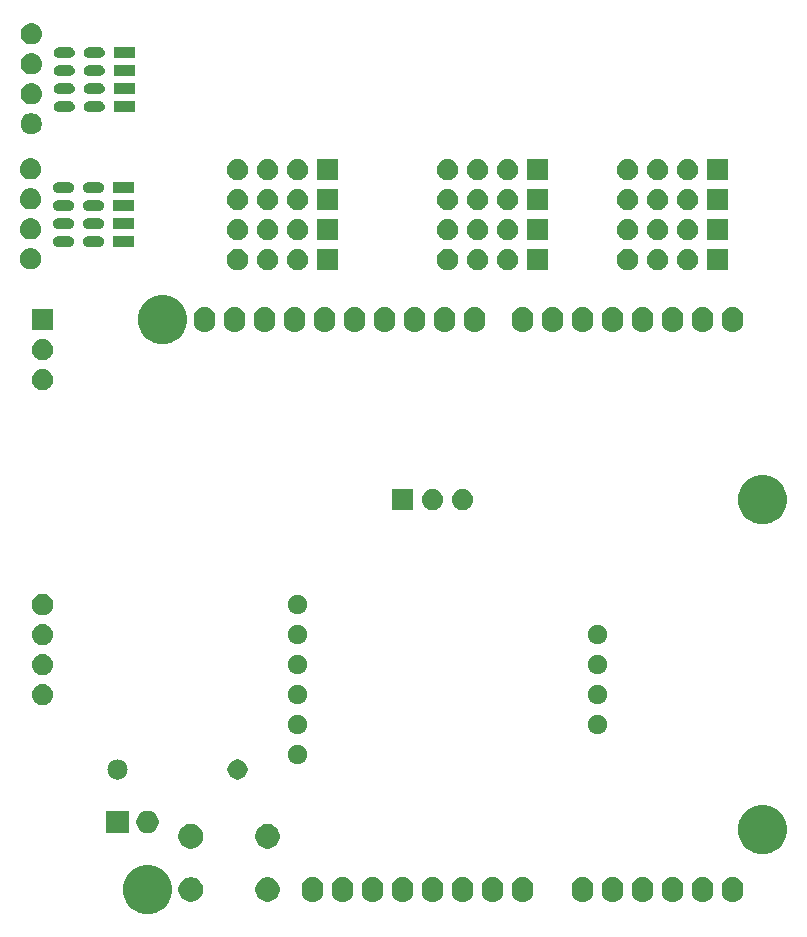
<source format=gbs>
G04 #@! TF.GenerationSoftware,KiCad,Pcbnew,5.0.2+dfsg1-1*
G04 #@! TF.CreationDate,2019-07-24T00:12:58-07:00*
G04 #@! TF.ProjectId,WeightAndMotionSensorShield,57656967-6874-4416-9e64-4d6f74696f6e,v01*
G04 #@! TF.SameCoordinates,Original*
G04 #@! TF.FileFunction,Soldermask,Bot*
G04 #@! TF.FilePolarity,Negative*
%FSLAX46Y46*%
G04 Gerber Fmt 4.6, Leading zero omitted, Abs format (unit mm)*
G04 Created by KiCad (PCBNEW 5.0.2+dfsg1-1) date Wed 24 Jul 2019 12:12:58 AM PDT*
%MOMM*%
%LPD*%
G01*
G04 APERTURE LIST*
%ADD10C,0.100000*%
G04 APERTURE END LIST*
D10*
G36*
X125575528Y-121822240D02*
X125575531Y-121822241D01*
X125575530Y-121822241D01*
X125954576Y-121979246D01*
X125954577Y-121979247D01*
X126295711Y-122207185D01*
X126585815Y-122497289D01*
X126585817Y-122497292D01*
X126813754Y-122838424D01*
X126890163Y-123022893D01*
X126970760Y-123217472D01*
X127050800Y-123619861D01*
X127050800Y-124030139D01*
X126970760Y-124432528D01*
X126970759Y-124432530D01*
X126813754Y-124811576D01*
X126768990Y-124878570D01*
X126585815Y-125152711D01*
X126295711Y-125442815D01*
X126295708Y-125442817D01*
X125954576Y-125670754D01*
X125661400Y-125792191D01*
X125575528Y-125827760D01*
X125173139Y-125907800D01*
X124762861Y-125907800D01*
X124360472Y-125827760D01*
X124274600Y-125792191D01*
X123981424Y-125670754D01*
X123640292Y-125442817D01*
X123640289Y-125442815D01*
X123350185Y-125152711D01*
X123167010Y-124878570D01*
X123122246Y-124811576D01*
X122965241Y-124432530D01*
X122965240Y-124432528D01*
X122885200Y-124030139D01*
X122885200Y-123619861D01*
X122965240Y-123217472D01*
X123045837Y-123022893D01*
X123122246Y-122838424D01*
X123350183Y-122497292D01*
X123350185Y-122497289D01*
X123640289Y-122207185D01*
X123981423Y-121979247D01*
X123981424Y-121979246D01*
X124360470Y-121822241D01*
X124360469Y-121822241D01*
X124360472Y-121822240D01*
X124762861Y-121742200D01*
X125173139Y-121742200D01*
X125575528Y-121822240D01*
X125575528Y-121822240D01*
G37*
G36*
X169597249Y-122771430D02*
X169597252Y-122771431D01*
X169597253Y-122771431D01*
X169769618Y-122823717D01*
X169769620Y-122823718D01*
X169928473Y-122908627D01*
X170067707Y-123022893D01*
X170181973Y-123162127D01*
X170181974Y-123162129D01*
X170266883Y-123320981D01*
X170268788Y-123327261D01*
X170319170Y-123493349D01*
X170332400Y-123627679D01*
X170332400Y-124022320D01*
X170319170Y-124156650D01*
X170319169Y-124156653D01*
X170266883Y-124329019D01*
X170211556Y-124432528D01*
X170181973Y-124487873D01*
X170067707Y-124627107D01*
X169928473Y-124741373D01*
X169928471Y-124741374D01*
X169769619Y-124826283D01*
X169629339Y-124868836D01*
X169597251Y-124878570D01*
X169418000Y-124896224D01*
X169238751Y-124878570D01*
X169238748Y-124878569D01*
X169238747Y-124878569D01*
X169066382Y-124826283D01*
X168907530Y-124741374D01*
X168907528Y-124741373D01*
X168768296Y-124627109D01*
X168654025Y-124487870D01*
X168569118Y-124329021D01*
X168567213Y-124322740D01*
X168516831Y-124156654D01*
X168516831Y-124156653D01*
X168516830Y-124156651D01*
X168503600Y-124022321D01*
X168503600Y-123627680D01*
X168516830Y-123493350D01*
X168526564Y-123461262D01*
X168569117Y-123320982D01*
X168569119Y-123320979D01*
X168654027Y-123162127D01*
X168768293Y-123022893D01*
X168907527Y-122908627D01*
X169066379Y-122823718D01*
X169066381Y-122823717D01*
X169238746Y-122771431D01*
X169238749Y-122771430D01*
X169418000Y-122753776D01*
X169597249Y-122771430D01*
X169597249Y-122771430D01*
G37*
G36*
X149277249Y-122771430D02*
X149277252Y-122771431D01*
X149277253Y-122771431D01*
X149449618Y-122823717D01*
X149449620Y-122823718D01*
X149608473Y-122908627D01*
X149747707Y-123022893D01*
X149861973Y-123162127D01*
X149861974Y-123162129D01*
X149946883Y-123320981D01*
X149948788Y-123327261D01*
X149999170Y-123493349D01*
X150012400Y-123627679D01*
X150012400Y-124022320D01*
X149999170Y-124156650D01*
X149999169Y-124156653D01*
X149946883Y-124329019D01*
X149891556Y-124432528D01*
X149861973Y-124487873D01*
X149747707Y-124627107D01*
X149608473Y-124741373D01*
X149608471Y-124741374D01*
X149449619Y-124826283D01*
X149309339Y-124868836D01*
X149277251Y-124878570D01*
X149098000Y-124896224D01*
X148918751Y-124878570D01*
X148918748Y-124878569D01*
X148918747Y-124878569D01*
X148746382Y-124826283D01*
X148587530Y-124741374D01*
X148587528Y-124741373D01*
X148448296Y-124627109D01*
X148334025Y-124487870D01*
X148249118Y-124329021D01*
X148247213Y-124322740D01*
X148196831Y-124156654D01*
X148196831Y-124156653D01*
X148196830Y-124156651D01*
X148183600Y-124022321D01*
X148183600Y-123627680D01*
X148196830Y-123493350D01*
X148206564Y-123461262D01*
X148249117Y-123320982D01*
X148249119Y-123320979D01*
X148334027Y-123162127D01*
X148448293Y-123022893D01*
X148587527Y-122908627D01*
X148746379Y-122823718D01*
X148746381Y-122823717D01*
X148918746Y-122771431D01*
X148918749Y-122771430D01*
X149098000Y-122753776D01*
X149277249Y-122771430D01*
X149277249Y-122771430D01*
G37*
G36*
X151817249Y-122771430D02*
X151817252Y-122771431D01*
X151817253Y-122771431D01*
X151989618Y-122823717D01*
X151989620Y-122823718D01*
X152148473Y-122908627D01*
X152287707Y-123022893D01*
X152401973Y-123162127D01*
X152401974Y-123162129D01*
X152486883Y-123320981D01*
X152488788Y-123327261D01*
X152539170Y-123493349D01*
X152552400Y-123627679D01*
X152552400Y-124022320D01*
X152539170Y-124156650D01*
X152539169Y-124156653D01*
X152486883Y-124329019D01*
X152431556Y-124432528D01*
X152401973Y-124487873D01*
X152287707Y-124627107D01*
X152148473Y-124741373D01*
X152148471Y-124741374D01*
X151989619Y-124826283D01*
X151849339Y-124868836D01*
X151817251Y-124878570D01*
X151638000Y-124896224D01*
X151458751Y-124878570D01*
X151458748Y-124878569D01*
X151458747Y-124878569D01*
X151286382Y-124826283D01*
X151127530Y-124741374D01*
X151127528Y-124741373D01*
X150988296Y-124627109D01*
X150874025Y-124487870D01*
X150789118Y-124329021D01*
X150787213Y-124322740D01*
X150736831Y-124156654D01*
X150736831Y-124156653D01*
X150736830Y-124156651D01*
X150723600Y-124022321D01*
X150723600Y-123627680D01*
X150736830Y-123493350D01*
X150746564Y-123461262D01*
X150789117Y-123320982D01*
X150789119Y-123320979D01*
X150874027Y-123162127D01*
X150988293Y-123022893D01*
X151127527Y-122908627D01*
X151286379Y-122823718D01*
X151286381Y-122823717D01*
X151458746Y-122771431D01*
X151458749Y-122771430D01*
X151638000Y-122753776D01*
X151817249Y-122771430D01*
X151817249Y-122771430D01*
G37*
G36*
X154357249Y-122771430D02*
X154357252Y-122771431D01*
X154357253Y-122771431D01*
X154529618Y-122823717D01*
X154529620Y-122823718D01*
X154688473Y-122908627D01*
X154827707Y-123022893D01*
X154941973Y-123162127D01*
X154941974Y-123162129D01*
X155026883Y-123320981D01*
X155028788Y-123327261D01*
X155079170Y-123493349D01*
X155092400Y-123627679D01*
X155092400Y-124022320D01*
X155079170Y-124156650D01*
X155079169Y-124156653D01*
X155026883Y-124329019D01*
X154971556Y-124432528D01*
X154941973Y-124487873D01*
X154827707Y-124627107D01*
X154688473Y-124741373D01*
X154688471Y-124741374D01*
X154529619Y-124826283D01*
X154389339Y-124868836D01*
X154357251Y-124878570D01*
X154178000Y-124896224D01*
X153998751Y-124878570D01*
X153998748Y-124878569D01*
X153998747Y-124878569D01*
X153826382Y-124826283D01*
X153667530Y-124741374D01*
X153667528Y-124741373D01*
X153528296Y-124627109D01*
X153414025Y-124487870D01*
X153329118Y-124329021D01*
X153327213Y-124322740D01*
X153276831Y-124156654D01*
X153276831Y-124156653D01*
X153276830Y-124156651D01*
X153263600Y-124022321D01*
X153263600Y-123627680D01*
X153276830Y-123493350D01*
X153286564Y-123461262D01*
X153329117Y-123320982D01*
X153329119Y-123320979D01*
X153414027Y-123162127D01*
X153528293Y-123022893D01*
X153667527Y-122908627D01*
X153826379Y-122823718D01*
X153826381Y-122823717D01*
X153998746Y-122771431D01*
X153998749Y-122771430D01*
X154178000Y-122753776D01*
X154357249Y-122771430D01*
X154357249Y-122771430D01*
G37*
G36*
X156897249Y-122771430D02*
X156897252Y-122771431D01*
X156897253Y-122771431D01*
X157069618Y-122823717D01*
X157069620Y-122823718D01*
X157228473Y-122908627D01*
X157367707Y-123022893D01*
X157481973Y-123162127D01*
X157481974Y-123162129D01*
X157566883Y-123320981D01*
X157568788Y-123327261D01*
X157619170Y-123493349D01*
X157632400Y-123627679D01*
X157632400Y-124022320D01*
X157619170Y-124156650D01*
X157619169Y-124156653D01*
X157566883Y-124329019D01*
X157511556Y-124432528D01*
X157481973Y-124487873D01*
X157367707Y-124627107D01*
X157228473Y-124741373D01*
X157228471Y-124741374D01*
X157069619Y-124826283D01*
X156929339Y-124868836D01*
X156897251Y-124878570D01*
X156718000Y-124896224D01*
X156538751Y-124878570D01*
X156538748Y-124878569D01*
X156538747Y-124878569D01*
X156366382Y-124826283D01*
X156207530Y-124741374D01*
X156207528Y-124741373D01*
X156068296Y-124627109D01*
X155954025Y-124487870D01*
X155869118Y-124329021D01*
X155867213Y-124322740D01*
X155816831Y-124156654D01*
X155816831Y-124156653D01*
X155816830Y-124156651D01*
X155803600Y-124022321D01*
X155803600Y-123627680D01*
X155816830Y-123493350D01*
X155826564Y-123461262D01*
X155869117Y-123320982D01*
X155869119Y-123320979D01*
X155954027Y-123162127D01*
X156068293Y-123022893D01*
X156207527Y-122908627D01*
X156366379Y-122823718D01*
X156366381Y-122823717D01*
X156538746Y-122771431D01*
X156538749Y-122771430D01*
X156718000Y-122753776D01*
X156897249Y-122771430D01*
X156897249Y-122771430D01*
G37*
G36*
X161977249Y-122771430D02*
X161977252Y-122771431D01*
X161977253Y-122771431D01*
X162149618Y-122823717D01*
X162149620Y-122823718D01*
X162308473Y-122908627D01*
X162447707Y-123022893D01*
X162561973Y-123162127D01*
X162561974Y-123162129D01*
X162646883Y-123320981D01*
X162648788Y-123327261D01*
X162699170Y-123493349D01*
X162712400Y-123627679D01*
X162712400Y-124022320D01*
X162699170Y-124156650D01*
X162699169Y-124156653D01*
X162646883Y-124329019D01*
X162591556Y-124432528D01*
X162561973Y-124487873D01*
X162447707Y-124627107D01*
X162308473Y-124741373D01*
X162308471Y-124741374D01*
X162149619Y-124826283D01*
X162009339Y-124868836D01*
X161977251Y-124878570D01*
X161798000Y-124896224D01*
X161618751Y-124878570D01*
X161618748Y-124878569D01*
X161618747Y-124878569D01*
X161446382Y-124826283D01*
X161287530Y-124741374D01*
X161287528Y-124741373D01*
X161148296Y-124627109D01*
X161034025Y-124487870D01*
X160949118Y-124329021D01*
X160947213Y-124322740D01*
X160896831Y-124156654D01*
X160896831Y-124156653D01*
X160896830Y-124156651D01*
X160883600Y-124022321D01*
X160883600Y-123627680D01*
X160896830Y-123493350D01*
X160906564Y-123461262D01*
X160949117Y-123320982D01*
X160949119Y-123320979D01*
X161034027Y-123162127D01*
X161148293Y-123022893D01*
X161287527Y-122908627D01*
X161446379Y-122823718D01*
X161446381Y-122823717D01*
X161618746Y-122771431D01*
X161618749Y-122771430D01*
X161798000Y-122753776D01*
X161977249Y-122771430D01*
X161977249Y-122771430D01*
G37*
G36*
X164517249Y-122771430D02*
X164517252Y-122771431D01*
X164517253Y-122771431D01*
X164689618Y-122823717D01*
X164689620Y-122823718D01*
X164848473Y-122908627D01*
X164987707Y-123022893D01*
X165101973Y-123162127D01*
X165101974Y-123162129D01*
X165186883Y-123320981D01*
X165188788Y-123327261D01*
X165239170Y-123493349D01*
X165252400Y-123627679D01*
X165252400Y-124022320D01*
X165239170Y-124156650D01*
X165239169Y-124156653D01*
X165186883Y-124329019D01*
X165131556Y-124432528D01*
X165101973Y-124487873D01*
X164987707Y-124627107D01*
X164848473Y-124741373D01*
X164848471Y-124741374D01*
X164689619Y-124826283D01*
X164549339Y-124868836D01*
X164517251Y-124878570D01*
X164338000Y-124896224D01*
X164158751Y-124878570D01*
X164158748Y-124878569D01*
X164158747Y-124878569D01*
X163986382Y-124826283D01*
X163827530Y-124741374D01*
X163827528Y-124741373D01*
X163688296Y-124627109D01*
X163574025Y-124487870D01*
X163489118Y-124329021D01*
X163487213Y-124322740D01*
X163436831Y-124156654D01*
X163436831Y-124156653D01*
X163436830Y-124156651D01*
X163423600Y-124022321D01*
X163423600Y-123627680D01*
X163436830Y-123493350D01*
X163446564Y-123461262D01*
X163489117Y-123320982D01*
X163489119Y-123320979D01*
X163574027Y-123162127D01*
X163688293Y-123022893D01*
X163827527Y-122908627D01*
X163986379Y-122823718D01*
X163986381Y-122823717D01*
X164158746Y-122771431D01*
X164158749Y-122771430D01*
X164338000Y-122753776D01*
X164517249Y-122771430D01*
X164517249Y-122771430D01*
G37*
G36*
X172137249Y-122771430D02*
X172137252Y-122771431D01*
X172137253Y-122771431D01*
X172309618Y-122823717D01*
X172309620Y-122823718D01*
X172468473Y-122908627D01*
X172607707Y-123022893D01*
X172721973Y-123162127D01*
X172721974Y-123162129D01*
X172806883Y-123320981D01*
X172808788Y-123327261D01*
X172859170Y-123493349D01*
X172872400Y-123627679D01*
X172872400Y-124022320D01*
X172859170Y-124156650D01*
X172859169Y-124156653D01*
X172806883Y-124329019D01*
X172751556Y-124432528D01*
X172721973Y-124487873D01*
X172607707Y-124627107D01*
X172468473Y-124741373D01*
X172468471Y-124741374D01*
X172309619Y-124826283D01*
X172169339Y-124868836D01*
X172137251Y-124878570D01*
X171958000Y-124896224D01*
X171778751Y-124878570D01*
X171778748Y-124878569D01*
X171778747Y-124878569D01*
X171606382Y-124826283D01*
X171447530Y-124741374D01*
X171447528Y-124741373D01*
X171308296Y-124627109D01*
X171194025Y-124487870D01*
X171109118Y-124329021D01*
X171107213Y-124322740D01*
X171056831Y-124156654D01*
X171056831Y-124156653D01*
X171056830Y-124156651D01*
X171043600Y-124022321D01*
X171043600Y-123627680D01*
X171056830Y-123493350D01*
X171066564Y-123461262D01*
X171109117Y-123320982D01*
X171109119Y-123320979D01*
X171194027Y-123162127D01*
X171308293Y-123022893D01*
X171447527Y-122908627D01*
X171606379Y-122823718D01*
X171606381Y-122823717D01*
X171778746Y-122771431D01*
X171778749Y-122771430D01*
X171958000Y-122753776D01*
X172137249Y-122771430D01*
X172137249Y-122771430D01*
G37*
G36*
X174677249Y-122771430D02*
X174677252Y-122771431D01*
X174677253Y-122771431D01*
X174849618Y-122823717D01*
X174849620Y-122823718D01*
X175008473Y-122908627D01*
X175147707Y-123022893D01*
X175261973Y-123162127D01*
X175261974Y-123162129D01*
X175346883Y-123320981D01*
X175348788Y-123327261D01*
X175399170Y-123493349D01*
X175412400Y-123627679D01*
X175412400Y-124022320D01*
X175399170Y-124156650D01*
X175399169Y-124156653D01*
X175346883Y-124329019D01*
X175291556Y-124432528D01*
X175261973Y-124487873D01*
X175147707Y-124627107D01*
X175008473Y-124741373D01*
X175008471Y-124741374D01*
X174849619Y-124826283D01*
X174709339Y-124868836D01*
X174677251Y-124878570D01*
X174498000Y-124896224D01*
X174318751Y-124878570D01*
X174318748Y-124878569D01*
X174318747Y-124878569D01*
X174146382Y-124826283D01*
X173987530Y-124741374D01*
X173987528Y-124741373D01*
X173848296Y-124627109D01*
X173734025Y-124487870D01*
X173649118Y-124329021D01*
X173647213Y-124322740D01*
X173596831Y-124156654D01*
X173596831Y-124156653D01*
X173596830Y-124156651D01*
X173583600Y-124022321D01*
X173583600Y-123627680D01*
X173596830Y-123493350D01*
X173606564Y-123461262D01*
X173649117Y-123320982D01*
X173649119Y-123320979D01*
X173734027Y-123162127D01*
X173848293Y-123022893D01*
X173987527Y-122908627D01*
X174146379Y-122823718D01*
X174146381Y-122823717D01*
X174318746Y-122771431D01*
X174318749Y-122771430D01*
X174498000Y-122753776D01*
X174677249Y-122771430D01*
X174677249Y-122771430D01*
G37*
G36*
X146737249Y-122771430D02*
X146737252Y-122771431D01*
X146737253Y-122771431D01*
X146909618Y-122823717D01*
X146909620Y-122823718D01*
X147068473Y-122908627D01*
X147207707Y-123022893D01*
X147321973Y-123162127D01*
X147321974Y-123162129D01*
X147406883Y-123320981D01*
X147408788Y-123327261D01*
X147459170Y-123493349D01*
X147472400Y-123627679D01*
X147472400Y-124022320D01*
X147459170Y-124156650D01*
X147459169Y-124156653D01*
X147406883Y-124329019D01*
X147351556Y-124432528D01*
X147321973Y-124487873D01*
X147207707Y-124627107D01*
X147068473Y-124741373D01*
X147068471Y-124741374D01*
X146909619Y-124826283D01*
X146769339Y-124868836D01*
X146737251Y-124878570D01*
X146558000Y-124896224D01*
X146378751Y-124878570D01*
X146378748Y-124878569D01*
X146378747Y-124878569D01*
X146206382Y-124826283D01*
X146047530Y-124741374D01*
X146047528Y-124741373D01*
X145908296Y-124627109D01*
X145794025Y-124487870D01*
X145709118Y-124329021D01*
X145707213Y-124322740D01*
X145656831Y-124156654D01*
X145656831Y-124156653D01*
X145656830Y-124156651D01*
X145643600Y-124022321D01*
X145643600Y-123627680D01*
X145656830Y-123493350D01*
X145666564Y-123461262D01*
X145709117Y-123320982D01*
X145709119Y-123320979D01*
X145794027Y-123162127D01*
X145908293Y-123022893D01*
X146047527Y-122908627D01*
X146206379Y-122823718D01*
X146206381Y-122823717D01*
X146378746Y-122771431D01*
X146378749Y-122771430D01*
X146558000Y-122753776D01*
X146737249Y-122771430D01*
X146737249Y-122771430D01*
G37*
G36*
X144197249Y-122771430D02*
X144197252Y-122771431D01*
X144197253Y-122771431D01*
X144369618Y-122823717D01*
X144369620Y-122823718D01*
X144528473Y-122908627D01*
X144667707Y-123022893D01*
X144781973Y-123162127D01*
X144781974Y-123162129D01*
X144866883Y-123320981D01*
X144868788Y-123327261D01*
X144919170Y-123493349D01*
X144932400Y-123627679D01*
X144932400Y-124022320D01*
X144919170Y-124156650D01*
X144919169Y-124156653D01*
X144866883Y-124329019D01*
X144811556Y-124432528D01*
X144781973Y-124487873D01*
X144667707Y-124627107D01*
X144528473Y-124741373D01*
X144528471Y-124741374D01*
X144369619Y-124826283D01*
X144229339Y-124868836D01*
X144197251Y-124878570D01*
X144018000Y-124896224D01*
X143838751Y-124878570D01*
X143838748Y-124878569D01*
X143838747Y-124878569D01*
X143666382Y-124826283D01*
X143507530Y-124741374D01*
X143507528Y-124741373D01*
X143368296Y-124627109D01*
X143254025Y-124487870D01*
X143169118Y-124329021D01*
X143167213Y-124322740D01*
X143116831Y-124156654D01*
X143116831Y-124156653D01*
X143116830Y-124156651D01*
X143103600Y-124022321D01*
X143103600Y-123627680D01*
X143116830Y-123493350D01*
X143126564Y-123461262D01*
X143169117Y-123320982D01*
X143169119Y-123320979D01*
X143254027Y-123162127D01*
X143368293Y-123022893D01*
X143507527Y-122908627D01*
X143666379Y-122823718D01*
X143666381Y-122823717D01*
X143838746Y-122771431D01*
X143838749Y-122771430D01*
X144018000Y-122753776D01*
X144197249Y-122771430D01*
X144197249Y-122771430D01*
G37*
G36*
X141657249Y-122771430D02*
X141657252Y-122771431D01*
X141657253Y-122771431D01*
X141829618Y-122823717D01*
X141829620Y-122823718D01*
X141988473Y-122908627D01*
X142127707Y-123022893D01*
X142241973Y-123162127D01*
X142241974Y-123162129D01*
X142326883Y-123320981D01*
X142328788Y-123327261D01*
X142379170Y-123493349D01*
X142392400Y-123627679D01*
X142392400Y-124022320D01*
X142379170Y-124156650D01*
X142379169Y-124156653D01*
X142326883Y-124329019D01*
X142271556Y-124432528D01*
X142241973Y-124487873D01*
X142127707Y-124627107D01*
X141988473Y-124741373D01*
X141988471Y-124741374D01*
X141829619Y-124826283D01*
X141689339Y-124868836D01*
X141657251Y-124878570D01*
X141478000Y-124896224D01*
X141298751Y-124878570D01*
X141298748Y-124878569D01*
X141298747Y-124878569D01*
X141126382Y-124826283D01*
X140967530Y-124741374D01*
X140967528Y-124741373D01*
X140828296Y-124627109D01*
X140714025Y-124487870D01*
X140629118Y-124329021D01*
X140627213Y-124322740D01*
X140576831Y-124156654D01*
X140576831Y-124156653D01*
X140576830Y-124156651D01*
X140563600Y-124022321D01*
X140563600Y-123627680D01*
X140576830Y-123493350D01*
X140586564Y-123461262D01*
X140629117Y-123320982D01*
X140629119Y-123320979D01*
X140714027Y-123162127D01*
X140828293Y-123022893D01*
X140967527Y-122908627D01*
X141126379Y-122823718D01*
X141126381Y-122823717D01*
X141298746Y-122771431D01*
X141298749Y-122771430D01*
X141478000Y-122753776D01*
X141657249Y-122771430D01*
X141657249Y-122771430D01*
G37*
G36*
X139117249Y-122771430D02*
X139117252Y-122771431D01*
X139117253Y-122771431D01*
X139289618Y-122823717D01*
X139289620Y-122823718D01*
X139448473Y-122908627D01*
X139587707Y-123022893D01*
X139701973Y-123162127D01*
X139701974Y-123162129D01*
X139786883Y-123320981D01*
X139788788Y-123327261D01*
X139839170Y-123493349D01*
X139852400Y-123627679D01*
X139852400Y-124022320D01*
X139839170Y-124156650D01*
X139839169Y-124156653D01*
X139786883Y-124329019D01*
X139731556Y-124432528D01*
X139701973Y-124487873D01*
X139587707Y-124627107D01*
X139448473Y-124741373D01*
X139448471Y-124741374D01*
X139289619Y-124826283D01*
X139149339Y-124868836D01*
X139117251Y-124878570D01*
X138938000Y-124896224D01*
X138758751Y-124878570D01*
X138758748Y-124878569D01*
X138758747Y-124878569D01*
X138586382Y-124826283D01*
X138427530Y-124741374D01*
X138427528Y-124741373D01*
X138288296Y-124627109D01*
X138174025Y-124487870D01*
X138089118Y-124329021D01*
X138087213Y-124322740D01*
X138036831Y-124156654D01*
X138036831Y-124156653D01*
X138036830Y-124156651D01*
X138023600Y-124022321D01*
X138023600Y-123627680D01*
X138036830Y-123493350D01*
X138046564Y-123461262D01*
X138089117Y-123320982D01*
X138089119Y-123320979D01*
X138174027Y-123162127D01*
X138288293Y-123022893D01*
X138427527Y-122908627D01*
X138586379Y-122823718D01*
X138586381Y-122823717D01*
X138758746Y-122771431D01*
X138758749Y-122771430D01*
X138938000Y-122753776D01*
X139117249Y-122771430D01*
X139117249Y-122771430D01*
G37*
G36*
X167057249Y-122771430D02*
X167057252Y-122771431D01*
X167057253Y-122771431D01*
X167229618Y-122823717D01*
X167229620Y-122823718D01*
X167388473Y-122908627D01*
X167527707Y-123022893D01*
X167641973Y-123162127D01*
X167641974Y-123162129D01*
X167726883Y-123320981D01*
X167728788Y-123327261D01*
X167779170Y-123493349D01*
X167792400Y-123627679D01*
X167792400Y-124022320D01*
X167779170Y-124156650D01*
X167779169Y-124156653D01*
X167726883Y-124329019D01*
X167671556Y-124432528D01*
X167641973Y-124487873D01*
X167527707Y-124627107D01*
X167388473Y-124741373D01*
X167388471Y-124741374D01*
X167229619Y-124826283D01*
X167089339Y-124868836D01*
X167057251Y-124878570D01*
X166878000Y-124896224D01*
X166698751Y-124878570D01*
X166698748Y-124878569D01*
X166698747Y-124878569D01*
X166526382Y-124826283D01*
X166367530Y-124741374D01*
X166367528Y-124741373D01*
X166228296Y-124627109D01*
X166114025Y-124487870D01*
X166029118Y-124329021D01*
X166027213Y-124322740D01*
X165976831Y-124156654D01*
X165976831Y-124156653D01*
X165976830Y-124156651D01*
X165963600Y-124022321D01*
X165963600Y-123627680D01*
X165976830Y-123493350D01*
X165986564Y-123461262D01*
X166029117Y-123320982D01*
X166029119Y-123320979D01*
X166114027Y-123162127D01*
X166228293Y-123022893D01*
X166367527Y-122908627D01*
X166526379Y-122823718D01*
X166526381Y-122823717D01*
X166698746Y-122771431D01*
X166698749Y-122771430D01*
X166878000Y-122753776D01*
X167057249Y-122771430D01*
X167057249Y-122771430D01*
G37*
G36*
X135434507Y-122814582D02*
X135625740Y-122893793D01*
X135796687Y-123008016D01*
X135797849Y-123008793D01*
X135944207Y-123155151D01*
X135944209Y-123155154D01*
X136059207Y-123327260D01*
X136138418Y-123518493D01*
X136178800Y-123721505D01*
X136178800Y-123928495D01*
X136138418Y-124131507D01*
X136059207Y-124322740D01*
X135985847Y-124432530D01*
X135944207Y-124494849D01*
X135797849Y-124641207D01*
X135797846Y-124641209D01*
X135625740Y-124756207D01*
X135434507Y-124835418D01*
X135231495Y-124875800D01*
X135024505Y-124875800D01*
X134821493Y-124835418D01*
X134630260Y-124756207D01*
X134458154Y-124641209D01*
X134458151Y-124641207D01*
X134311793Y-124494849D01*
X134270153Y-124432530D01*
X134196793Y-124322740D01*
X134117582Y-124131507D01*
X134077200Y-123928495D01*
X134077200Y-123721505D01*
X134117582Y-123518493D01*
X134196793Y-123327260D01*
X134311791Y-123155154D01*
X134311793Y-123155151D01*
X134458151Y-123008793D01*
X134459313Y-123008016D01*
X134630260Y-122893793D01*
X134821493Y-122814582D01*
X135024505Y-122774200D01*
X135231495Y-122774200D01*
X135434507Y-122814582D01*
X135434507Y-122814582D01*
G37*
G36*
X128934507Y-122814582D02*
X129125740Y-122893793D01*
X129296687Y-123008016D01*
X129297849Y-123008793D01*
X129444207Y-123155151D01*
X129444209Y-123155154D01*
X129559207Y-123327260D01*
X129638418Y-123518493D01*
X129678800Y-123721505D01*
X129678800Y-123928495D01*
X129638418Y-124131507D01*
X129559207Y-124322740D01*
X129485847Y-124432530D01*
X129444207Y-124494849D01*
X129297849Y-124641207D01*
X129297846Y-124641209D01*
X129125740Y-124756207D01*
X128934507Y-124835418D01*
X128731495Y-124875800D01*
X128524505Y-124875800D01*
X128321493Y-124835418D01*
X128130260Y-124756207D01*
X127958154Y-124641209D01*
X127958151Y-124641207D01*
X127811793Y-124494849D01*
X127770153Y-124432530D01*
X127696793Y-124322740D01*
X127617582Y-124131507D01*
X127577200Y-123928495D01*
X127577200Y-123721505D01*
X127617582Y-123518493D01*
X127696793Y-123327260D01*
X127811791Y-123155154D01*
X127811793Y-123155151D01*
X127958151Y-123008793D01*
X127959313Y-123008016D01*
X128130260Y-122893793D01*
X128321493Y-122814582D01*
X128524505Y-122774200D01*
X128731495Y-122774200D01*
X128934507Y-122814582D01*
X128934507Y-122814582D01*
G37*
G36*
X177645528Y-116742240D02*
X177645531Y-116742241D01*
X177645530Y-116742241D01*
X178024576Y-116899246D01*
X178024577Y-116899247D01*
X178365711Y-117127185D01*
X178655815Y-117417289D01*
X178655817Y-117417292D01*
X178883754Y-117758424D01*
X178914504Y-117832662D01*
X179040760Y-118137472D01*
X179120800Y-118539861D01*
X179120800Y-118950139D01*
X179040760Y-119352528D01*
X179040759Y-119352530D01*
X178883754Y-119731576D01*
X178883753Y-119731577D01*
X178655815Y-120072711D01*
X178365711Y-120362815D01*
X178365708Y-120362817D01*
X178024576Y-120590754D01*
X177731400Y-120712191D01*
X177645528Y-120747760D01*
X177243139Y-120827800D01*
X176832861Y-120827800D01*
X176430472Y-120747760D01*
X176344600Y-120712191D01*
X176051424Y-120590754D01*
X175710292Y-120362817D01*
X175710289Y-120362815D01*
X175420185Y-120072711D01*
X175192247Y-119731577D01*
X175192246Y-119731576D01*
X175035241Y-119352530D01*
X175035240Y-119352528D01*
X174955200Y-118950139D01*
X174955200Y-118539861D01*
X175035240Y-118137472D01*
X175161496Y-117832662D01*
X175192246Y-117758424D01*
X175420183Y-117417292D01*
X175420185Y-117417289D01*
X175710289Y-117127185D01*
X176051423Y-116899247D01*
X176051424Y-116899246D01*
X176430470Y-116742241D01*
X176430469Y-116742241D01*
X176430472Y-116742240D01*
X176832861Y-116662200D01*
X177243139Y-116662200D01*
X177645528Y-116742240D01*
X177645528Y-116742240D01*
G37*
G36*
X128934507Y-118314582D02*
X129125740Y-118393793D01*
X129296687Y-118508016D01*
X129297849Y-118508793D01*
X129444207Y-118655151D01*
X129444209Y-118655154D01*
X129559207Y-118827260D01*
X129638418Y-119018493D01*
X129678800Y-119221505D01*
X129678800Y-119428495D01*
X129638418Y-119631507D01*
X129559207Y-119822740D01*
X129444984Y-119993687D01*
X129444207Y-119994849D01*
X129297849Y-120141207D01*
X129297846Y-120141209D01*
X129125740Y-120256207D01*
X128934507Y-120335418D01*
X128731495Y-120375800D01*
X128524505Y-120375800D01*
X128321493Y-120335418D01*
X128130260Y-120256207D01*
X127958154Y-120141209D01*
X127958151Y-120141207D01*
X127811793Y-119994849D01*
X127811016Y-119993687D01*
X127696793Y-119822740D01*
X127617582Y-119631507D01*
X127577200Y-119428495D01*
X127577200Y-119221505D01*
X127617582Y-119018493D01*
X127696793Y-118827260D01*
X127811791Y-118655154D01*
X127811793Y-118655151D01*
X127958151Y-118508793D01*
X127959313Y-118508016D01*
X128130260Y-118393793D01*
X128321493Y-118314582D01*
X128524505Y-118274200D01*
X128731495Y-118274200D01*
X128934507Y-118314582D01*
X128934507Y-118314582D01*
G37*
G36*
X135434507Y-118314582D02*
X135625740Y-118393793D01*
X135796687Y-118508016D01*
X135797849Y-118508793D01*
X135944207Y-118655151D01*
X135944209Y-118655154D01*
X136059207Y-118827260D01*
X136138418Y-119018493D01*
X136178800Y-119221505D01*
X136178800Y-119428495D01*
X136138418Y-119631507D01*
X136059207Y-119822740D01*
X135944984Y-119993687D01*
X135944207Y-119994849D01*
X135797849Y-120141207D01*
X135797846Y-120141209D01*
X135625740Y-120256207D01*
X135434507Y-120335418D01*
X135231495Y-120375800D01*
X135024505Y-120375800D01*
X134821493Y-120335418D01*
X134630260Y-120256207D01*
X134458154Y-120141209D01*
X134458151Y-120141207D01*
X134311793Y-119994849D01*
X134311016Y-119993687D01*
X134196793Y-119822740D01*
X134117582Y-119631507D01*
X134077200Y-119428495D01*
X134077200Y-119221505D01*
X134117582Y-119018493D01*
X134196793Y-118827260D01*
X134311791Y-118655154D01*
X134311793Y-118655151D01*
X134458151Y-118508793D01*
X134459313Y-118508016D01*
X134630260Y-118393793D01*
X134821493Y-118314582D01*
X135024505Y-118274200D01*
X135231495Y-118274200D01*
X135434507Y-118314582D01*
X135434507Y-118314582D01*
G37*
G36*
X125245338Y-117195738D02*
X125418373Y-117267412D01*
X125574100Y-117371465D01*
X125706535Y-117503900D01*
X125810588Y-117659627D01*
X125882262Y-117832662D01*
X125918800Y-118016354D01*
X125918800Y-118203646D01*
X125882262Y-118387338D01*
X125810588Y-118560373D01*
X125706535Y-118716100D01*
X125574100Y-118848535D01*
X125418373Y-118952588D01*
X125245338Y-119024262D01*
X125061646Y-119060800D01*
X124874354Y-119060800D01*
X124690662Y-119024262D01*
X124517627Y-118952588D01*
X124361900Y-118848535D01*
X124229465Y-118716100D01*
X124125412Y-118560373D01*
X124053738Y-118387338D01*
X124017200Y-118203646D01*
X124017200Y-118016354D01*
X124053738Y-117832662D01*
X124125412Y-117659627D01*
X124229465Y-117503900D01*
X124361900Y-117371465D01*
X124517627Y-117267412D01*
X124690662Y-117195738D01*
X124874354Y-117159200D01*
X125061646Y-117159200D01*
X125245338Y-117195738D01*
X125245338Y-117195738D01*
G37*
G36*
X123378800Y-119060800D02*
X121477200Y-119060800D01*
X121477200Y-117159200D01*
X123378800Y-117159200D01*
X123378800Y-119060800D01*
X123378800Y-119060800D01*
G37*
G36*
X132836169Y-112846895D02*
X132991005Y-112911031D01*
X133130354Y-113004140D01*
X133248860Y-113122646D01*
X133341969Y-113261995D01*
X133406105Y-113416831D01*
X133438800Y-113581203D01*
X133438800Y-113748797D01*
X133406105Y-113913169D01*
X133341969Y-114068005D01*
X133248860Y-114207354D01*
X133130354Y-114325860D01*
X132991005Y-114418969D01*
X132836169Y-114483105D01*
X132671797Y-114515800D01*
X132504203Y-114515800D01*
X132339831Y-114483105D01*
X132184995Y-114418969D01*
X132045646Y-114325860D01*
X131927140Y-114207354D01*
X131834031Y-114068005D01*
X131769895Y-113913169D01*
X131737200Y-113748797D01*
X131737200Y-113581203D01*
X131769895Y-113416831D01*
X131834031Y-113261995D01*
X131927140Y-113122646D01*
X132045646Y-113004140D01*
X132184995Y-112911031D01*
X132339831Y-112846895D01*
X132504203Y-112814200D01*
X132671797Y-112814200D01*
X132836169Y-112846895D01*
X132836169Y-112846895D01*
G37*
G36*
X122594787Y-112826510D02*
X122755160Y-112875160D01*
X122755162Y-112875161D01*
X122902966Y-112954163D01*
X123032517Y-113060483D01*
X123138837Y-113190034D01*
X123217839Y-113337838D01*
X123217840Y-113337840D01*
X123266490Y-113498213D01*
X123282916Y-113665000D01*
X123266490Y-113831787D01*
X123217840Y-113992160D01*
X123217839Y-113992162D01*
X123138837Y-114139966D01*
X123032517Y-114269517D01*
X122902966Y-114375837D01*
X122755162Y-114454839D01*
X122755160Y-114454840D01*
X122594787Y-114503490D01*
X122469794Y-114515800D01*
X122386206Y-114515800D01*
X122261213Y-114503490D01*
X122100840Y-114454840D01*
X122100838Y-114454839D01*
X121953034Y-114375837D01*
X121823483Y-114269517D01*
X121717163Y-114139966D01*
X121638161Y-113992162D01*
X121638160Y-113992160D01*
X121589510Y-113831787D01*
X121573084Y-113665000D01*
X121589510Y-113498213D01*
X121638160Y-113337840D01*
X121638161Y-113337838D01*
X121717163Y-113190034D01*
X121823483Y-113060483D01*
X121953034Y-112954163D01*
X122100838Y-112875161D01*
X122100840Y-112875160D01*
X122261213Y-112826510D01*
X122386206Y-112814200D01*
X122469794Y-112814200D01*
X122594787Y-112826510D01*
X122594787Y-112826510D01*
G37*
G36*
X137905085Y-111613435D02*
X138053004Y-111674705D01*
X138186133Y-111763659D01*
X138299341Y-111876867D01*
X138388295Y-112009996D01*
X138449565Y-112157915D01*
X138480800Y-112314945D01*
X138480800Y-112475055D01*
X138449565Y-112632085D01*
X138388295Y-112780004D01*
X138299341Y-112913133D01*
X138186133Y-113026341D01*
X138053004Y-113115295D01*
X137905085Y-113176565D01*
X137748055Y-113207800D01*
X137587945Y-113207800D01*
X137430915Y-113176565D01*
X137282996Y-113115295D01*
X137149867Y-113026341D01*
X137036659Y-112913133D01*
X136947705Y-112780004D01*
X136886435Y-112632085D01*
X136855200Y-112475055D01*
X136855200Y-112314945D01*
X136886435Y-112157915D01*
X136947705Y-112009996D01*
X137036659Y-111876867D01*
X137149867Y-111763659D01*
X137282996Y-111674705D01*
X137430915Y-111613435D01*
X137587945Y-111582200D01*
X137748055Y-111582200D01*
X137905085Y-111613435D01*
X137905085Y-111613435D01*
G37*
G36*
X137905085Y-109073435D02*
X138053004Y-109134705D01*
X138186133Y-109223659D01*
X138299341Y-109336867D01*
X138388295Y-109469996D01*
X138449565Y-109617915D01*
X138480800Y-109774945D01*
X138480800Y-109935055D01*
X138449565Y-110092085D01*
X138388295Y-110240004D01*
X138299341Y-110373133D01*
X138186133Y-110486341D01*
X138053004Y-110575295D01*
X137905085Y-110636565D01*
X137748055Y-110667800D01*
X137587945Y-110667800D01*
X137430915Y-110636565D01*
X137282996Y-110575295D01*
X137149867Y-110486341D01*
X137036659Y-110373133D01*
X136947705Y-110240004D01*
X136886435Y-110092085D01*
X136855200Y-109935055D01*
X136855200Y-109774945D01*
X136886435Y-109617915D01*
X136947705Y-109469996D01*
X137036659Y-109336867D01*
X137149867Y-109223659D01*
X137282996Y-109134705D01*
X137430915Y-109073435D01*
X137587945Y-109042200D01*
X137748055Y-109042200D01*
X137905085Y-109073435D01*
X137905085Y-109073435D01*
G37*
G36*
X163305085Y-109073435D02*
X163453004Y-109134705D01*
X163586133Y-109223659D01*
X163699341Y-109336867D01*
X163788295Y-109469996D01*
X163849565Y-109617915D01*
X163880800Y-109774945D01*
X163880800Y-109935055D01*
X163849565Y-110092085D01*
X163788295Y-110240004D01*
X163699341Y-110373133D01*
X163586133Y-110486341D01*
X163453004Y-110575295D01*
X163305085Y-110636565D01*
X163148055Y-110667800D01*
X162987945Y-110667800D01*
X162830915Y-110636565D01*
X162682996Y-110575295D01*
X162549867Y-110486341D01*
X162436659Y-110373133D01*
X162347705Y-110240004D01*
X162286435Y-110092085D01*
X162255200Y-109935055D01*
X162255200Y-109774945D01*
X162286435Y-109617915D01*
X162347705Y-109469996D01*
X162436659Y-109336867D01*
X162549867Y-109223659D01*
X162682996Y-109134705D01*
X162830915Y-109073435D01*
X162987945Y-109042200D01*
X163148055Y-109042200D01*
X163305085Y-109073435D01*
X163305085Y-109073435D01*
G37*
G36*
X116166362Y-106418545D02*
X116254588Y-106427234D01*
X116367789Y-106461573D01*
X116424390Y-106478743D01*
X116468274Y-106502200D01*
X116580879Y-106562389D01*
X116616609Y-106591712D01*
X116718044Y-106674956D01*
X116801288Y-106776391D01*
X116830611Y-106812121D01*
X116830612Y-106812123D01*
X116914257Y-106968610D01*
X116914257Y-106968611D01*
X116965766Y-107138412D01*
X116983158Y-107315000D01*
X116965766Y-107491588D01*
X116947414Y-107552085D01*
X116914257Y-107661390D01*
X116840178Y-107799980D01*
X116830611Y-107817879D01*
X116818092Y-107833133D01*
X116718044Y-107955044D01*
X116620257Y-108035294D01*
X116580879Y-108067611D01*
X116580877Y-108067612D01*
X116424390Y-108151257D01*
X116367789Y-108168427D01*
X116254588Y-108202766D01*
X116166362Y-108211455D01*
X116122250Y-108215800D01*
X116033750Y-108215800D01*
X115989638Y-108211455D01*
X115901412Y-108202766D01*
X115788211Y-108168427D01*
X115731610Y-108151257D01*
X115575123Y-108067612D01*
X115575121Y-108067611D01*
X115535743Y-108035294D01*
X115437956Y-107955044D01*
X115337908Y-107833133D01*
X115325389Y-107817879D01*
X115315822Y-107799980D01*
X115241743Y-107661390D01*
X115208586Y-107552085D01*
X115190234Y-107491588D01*
X115172842Y-107315000D01*
X115190234Y-107138412D01*
X115241743Y-106968611D01*
X115241743Y-106968610D01*
X115325388Y-106812123D01*
X115325389Y-106812121D01*
X115354712Y-106776391D01*
X115437956Y-106674956D01*
X115539391Y-106591712D01*
X115575121Y-106562389D01*
X115687726Y-106502200D01*
X115731610Y-106478743D01*
X115788211Y-106461573D01*
X115901412Y-106427234D01*
X115989638Y-106418545D01*
X116033750Y-106414200D01*
X116122250Y-106414200D01*
X116166362Y-106418545D01*
X116166362Y-106418545D01*
G37*
G36*
X163305085Y-106533435D02*
X163453004Y-106594705D01*
X163586133Y-106683659D01*
X163699341Y-106796867D01*
X163788295Y-106929996D01*
X163849565Y-107077915D01*
X163880800Y-107234945D01*
X163880800Y-107395055D01*
X163849565Y-107552085D01*
X163788295Y-107700004D01*
X163699341Y-107833133D01*
X163586133Y-107946341D01*
X163453004Y-108035295D01*
X163305085Y-108096565D01*
X163148055Y-108127800D01*
X162987945Y-108127800D01*
X162830915Y-108096565D01*
X162682996Y-108035295D01*
X162549867Y-107946341D01*
X162436659Y-107833133D01*
X162347705Y-107700004D01*
X162286435Y-107552085D01*
X162255200Y-107395055D01*
X162255200Y-107234945D01*
X162286435Y-107077915D01*
X162347705Y-106929996D01*
X162436659Y-106796867D01*
X162549867Y-106683659D01*
X162682996Y-106594705D01*
X162830915Y-106533435D01*
X162987945Y-106502200D01*
X163148055Y-106502200D01*
X163305085Y-106533435D01*
X163305085Y-106533435D01*
G37*
G36*
X137905085Y-106533435D02*
X138053004Y-106594705D01*
X138186133Y-106683659D01*
X138299341Y-106796867D01*
X138388295Y-106929996D01*
X138449565Y-107077915D01*
X138480800Y-107234945D01*
X138480800Y-107395055D01*
X138449565Y-107552085D01*
X138388295Y-107700004D01*
X138299341Y-107833133D01*
X138186133Y-107946341D01*
X138053004Y-108035295D01*
X137905085Y-108096565D01*
X137748055Y-108127800D01*
X137587945Y-108127800D01*
X137430915Y-108096565D01*
X137282996Y-108035295D01*
X137149867Y-107946341D01*
X137036659Y-107833133D01*
X136947705Y-107700004D01*
X136886435Y-107552085D01*
X136855200Y-107395055D01*
X136855200Y-107234945D01*
X136886435Y-107077915D01*
X136947705Y-106929996D01*
X137036659Y-106796867D01*
X137149867Y-106683659D01*
X137282996Y-106594705D01*
X137430915Y-106533435D01*
X137587945Y-106502200D01*
X137748055Y-106502200D01*
X137905085Y-106533435D01*
X137905085Y-106533435D01*
G37*
G36*
X116166362Y-103878545D02*
X116254588Y-103887234D01*
X116367789Y-103921573D01*
X116424390Y-103938743D01*
X116468274Y-103962200D01*
X116580879Y-104022389D01*
X116616609Y-104051712D01*
X116718044Y-104134956D01*
X116801288Y-104236391D01*
X116830611Y-104272121D01*
X116830612Y-104272123D01*
X116914257Y-104428610D01*
X116914257Y-104428611D01*
X116965766Y-104598412D01*
X116983158Y-104775000D01*
X116965766Y-104951588D01*
X116947414Y-105012085D01*
X116914257Y-105121390D01*
X116840178Y-105259980D01*
X116830611Y-105277879D01*
X116818092Y-105293133D01*
X116718044Y-105415044D01*
X116620257Y-105495294D01*
X116580879Y-105527611D01*
X116580877Y-105527612D01*
X116424390Y-105611257D01*
X116367789Y-105628427D01*
X116254588Y-105662766D01*
X116166362Y-105671455D01*
X116122250Y-105675800D01*
X116033750Y-105675800D01*
X115989638Y-105671455D01*
X115901412Y-105662766D01*
X115788211Y-105628427D01*
X115731610Y-105611257D01*
X115575123Y-105527612D01*
X115575121Y-105527611D01*
X115535743Y-105495294D01*
X115437956Y-105415044D01*
X115337908Y-105293133D01*
X115325389Y-105277879D01*
X115315822Y-105259980D01*
X115241743Y-105121390D01*
X115208586Y-105012085D01*
X115190234Y-104951588D01*
X115172842Y-104775000D01*
X115190234Y-104598412D01*
X115241743Y-104428611D01*
X115241743Y-104428610D01*
X115325388Y-104272123D01*
X115325389Y-104272121D01*
X115354712Y-104236391D01*
X115437956Y-104134956D01*
X115539391Y-104051712D01*
X115575121Y-104022389D01*
X115687726Y-103962200D01*
X115731610Y-103938743D01*
X115788211Y-103921573D01*
X115901412Y-103887234D01*
X115989638Y-103878545D01*
X116033750Y-103874200D01*
X116122250Y-103874200D01*
X116166362Y-103878545D01*
X116166362Y-103878545D01*
G37*
G36*
X163305085Y-103993435D02*
X163453004Y-104054705D01*
X163586133Y-104143659D01*
X163699341Y-104256867D01*
X163788295Y-104389996D01*
X163849565Y-104537915D01*
X163880800Y-104694945D01*
X163880800Y-104855055D01*
X163849565Y-105012085D01*
X163788295Y-105160004D01*
X163699341Y-105293133D01*
X163586133Y-105406341D01*
X163453004Y-105495295D01*
X163305085Y-105556565D01*
X163148055Y-105587800D01*
X162987945Y-105587800D01*
X162830915Y-105556565D01*
X162682996Y-105495295D01*
X162549867Y-105406341D01*
X162436659Y-105293133D01*
X162347705Y-105160004D01*
X162286435Y-105012085D01*
X162255200Y-104855055D01*
X162255200Y-104694945D01*
X162286435Y-104537915D01*
X162347705Y-104389996D01*
X162436659Y-104256867D01*
X162549867Y-104143659D01*
X162682996Y-104054705D01*
X162830915Y-103993435D01*
X162987945Y-103962200D01*
X163148055Y-103962200D01*
X163305085Y-103993435D01*
X163305085Y-103993435D01*
G37*
G36*
X137905085Y-103993435D02*
X138053004Y-104054705D01*
X138186133Y-104143659D01*
X138299341Y-104256867D01*
X138388295Y-104389996D01*
X138449565Y-104537915D01*
X138480800Y-104694945D01*
X138480800Y-104855055D01*
X138449565Y-105012085D01*
X138388295Y-105160004D01*
X138299341Y-105293133D01*
X138186133Y-105406341D01*
X138053004Y-105495295D01*
X137905085Y-105556565D01*
X137748055Y-105587800D01*
X137587945Y-105587800D01*
X137430915Y-105556565D01*
X137282996Y-105495295D01*
X137149867Y-105406341D01*
X137036659Y-105293133D01*
X136947705Y-105160004D01*
X136886435Y-105012085D01*
X136855200Y-104855055D01*
X136855200Y-104694945D01*
X136886435Y-104537915D01*
X136947705Y-104389996D01*
X137036659Y-104256867D01*
X137149867Y-104143659D01*
X137282996Y-104054705D01*
X137430915Y-103993435D01*
X137587945Y-103962200D01*
X137748055Y-103962200D01*
X137905085Y-103993435D01*
X137905085Y-103993435D01*
G37*
G36*
X116166362Y-101338545D02*
X116254588Y-101347234D01*
X116367789Y-101381573D01*
X116424390Y-101398743D01*
X116468274Y-101422200D01*
X116580879Y-101482389D01*
X116616609Y-101511712D01*
X116718044Y-101594956D01*
X116801288Y-101696391D01*
X116830611Y-101732121D01*
X116830612Y-101732123D01*
X116914257Y-101888610D01*
X116914257Y-101888611D01*
X116965766Y-102058412D01*
X116983158Y-102235000D01*
X116965766Y-102411588D01*
X116947414Y-102472085D01*
X116914257Y-102581390D01*
X116840178Y-102719980D01*
X116830611Y-102737879D01*
X116818092Y-102753133D01*
X116718044Y-102875044D01*
X116620257Y-102955294D01*
X116580879Y-102987611D01*
X116580877Y-102987612D01*
X116424390Y-103071257D01*
X116367789Y-103088427D01*
X116254588Y-103122766D01*
X116166362Y-103131455D01*
X116122250Y-103135800D01*
X116033750Y-103135800D01*
X115989638Y-103131455D01*
X115901412Y-103122766D01*
X115788211Y-103088427D01*
X115731610Y-103071257D01*
X115575123Y-102987612D01*
X115575121Y-102987611D01*
X115535743Y-102955294D01*
X115437956Y-102875044D01*
X115337908Y-102753133D01*
X115325389Y-102737879D01*
X115315822Y-102719980D01*
X115241743Y-102581390D01*
X115208586Y-102472085D01*
X115190234Y-102411588D01*
X115172842Y-102235000D01*
X115190234Y-102058412D01*
X115241743Y-101888611D01*
X115241743Y-101888610D01*
X115325388Y-101732123D01*
X115325389Y-101732121D01*
X115354712Y-101696391D01*
X115437956Y-101594956D01*
X115539391Y-101511712D01*
X115575121Y-101482389D01*
X115687726Y-101422200D01*
X115731610Y-101398743D01*
X115788211Y-101381573D01*
X115901412Y-101347234D01*
X115989638Y-101338545D01*
X116033750Y-101334200D01*
X116122250Y-101334200D01*
X116166362Y-101338545D01*
X116166362Y-101338545D01*
G37*
G36*
X137905085Y-101453435D02*
X138053004Y-101514705D01*
X138186133Y-101603659D01*
X138299341Y-101716867D01*
X138388295Y-101849996D01*
X138449565Y-101997915D01*
X138480800Y-102154945D01*
X138480800Y-102315055D01*
X138449565Y-102472085D01*
X138388295Y-102620004D01*
X138299341Y-102753133D01*
X138186133Y-102866341D01*
X138053004Y-102955295D01*
X137905085Y-103016565D01*
X137748055Y-103047800D01*
X137587945Y-103047800D01*
X137430915Y-103016565D01*
X137282996Y-102955295D01*
X137149867Y-102866341D01*
X137036659Y-102753133D01*
X136947705Y-102620004D01*
X136886435Y-102472085D01*
X136855200Y-102315055D01*
X136855200Y-102154945D01*
X136886435Y-101997915D01*
X136947705Y-101849996D01*
X137036659Y-101716867D01*
X137149867Y-101603659D01*
X137282996Y-101514705D01*
X137430915Y-101453435D01*
X137587945Y-101422200D01*
X137748055Y-101422200D01*
X137905085Y-101453435D01*
X137905085Y-101453435D01*
G37*
G36*
X163305085Y-101453435D02*
X163453004Y-101514705D01*
X163586133Y-101603659D01*
X163699341Y-101716867D01*
X163788295Y-101849996D01*
X163849565Y-101997915D01*
X163880800Y-102154945D01*
X163880800Y-102315055D01*
X163849565Y-102472085D01*
X163788295Y-102620004D01*
X163699341Y-102753133D01*
X163586133Y-102866341D01*
X163453004Y-102955295D01*
X163305085Y-103016565D01*
X163148055Y-103047800D01*
X162987945Y-103047800D01*
X162830915Y-103016565D01*
X162682996Y-102955295D01*
X162549867Y-102866341D01*
X162436659Y-102753133D01*
X162347705Y-102620004D01*
X162286435Y-102472085D01*
X162255200Y-102315055D01*
X162255200Y-102154945D01*
X162286435Y-101997915D01*
X162347705Y-101849996D01*
X162436659Y-101716867D01*
X162549867Y-101603659D01*
X162682996Y-101514705D01*
X162830915Y-101453435D01*
X162987945Y-101422200D01*
X163148055Y-101422200D01*
X163305085Y-101453435D01*
X163305085Y-101453435D01*
G37*
G36*
X116210229Y-98802854D02*
X116340754Y-98828817D01*
X116504689Y-98896721D01*
X116652227Y-98995303D01*
X116777697Y-99120773D01*
X116876279Y-99268311D01*
X116944183Y-99432246D01*
X116978800Y-99606279D01*
X116978800Y-99783721D01*
X116944183Y-99957754D01*
X116876279Y-100121689D01*
X116777697Y-100269227D01*
X116652227Y-100394697D01*
X116504689Y-100493279D01*
X116340754Y-100561183D01*
X116210229Y-100587146D01*
X116166722Y-100595800D01*
X115989278Y-100595800D01*
X115945771Y-100587146D01*
X115815246Y-100561183D01*
X115651311Y-100493279D01*
X115503773Y-100394697D01*
X115378303Y-100269227D01*
X115279721Y-100121689D01*
X115211817Y-99957754D01*
X115177200Y-99783721D01*
X115177200Y-99606279D01*
X115211817Y-99432246D01*
X115279721Y-99268311D01*
X115378303Y-99120773D01*
X115503773Y-98995303D01*
X115651311Y-98896721D01*
X115815246Y-98828817D01*
X115945771Y-98802854D01*
X115989278Y-98794200D01*
X116166722Y-98794200D01*
X116210229Y-98802854D01*
X116210229Y-98802854D01*
G37*
G36*
X137905085Y-98913435D02*
X138053004Y-98974705D01*
X138186133Y-99063659D01*
X138299341Y-99176867D01*
X138388295Y-99309996D01*
X138449565Y-99457915D01*
X138480800Y-99614945D01*
X138480800Y-99775055D01*
X138449565Y-99932085D01*
X138388295Y-100080004D01*
X138299341Y-100213133D01*
X138186133Y-100326341D01*
X138053004Y-100415295D01*
X137905085Y-100476565D01*
X137748055Y-100507800D01*
X137587945Y-100507800D01*
X137430915Y-100476565D01*
X137282996Y-100415295D01*
X137149867Y-100326341D01*
X137036659Y-100213133D01*
X136947705Y-100080004D01*
X136886435Y-99932085D01*
X136855200Y-99775055D01*
X136855200Y-99614945D01*
X136886435Y-99457915D01*
X136947705Y-99309996D01*
X137036659Y-99176867D01*
X137149867Y-99063659D01*
X137282996Y-98974705D01*
X137430915Y-98913435D01*
X137587945Y-98882200D01*
X137748055Y-98882200D01*
X137905085Y-98913435D01*
X137905085Y-98913435D01*
G37*
G36*
X177645528Y-88802240D02*
X177645531Y-88802241D01*
X177645530Y-88802241D01*
X178024576Y-88959246D01*
X178024577Y-88959247D01*
X178365711Y-89187185D01*
X178655815Y-89477289D01*
X178655817Y-89477292D01*
X178883754Y-89818424D01*
X178980664Y-90052388D01*
X179040760Y-90197472D01*
X179120800Y-90599861D01*
X179120800Y-91010139D01*
X179040760Y-91412528D01*
X179040759Y-91412530D01*
X178883754Y-91791576D01*
X178883753Y-91791577D01*
X178655815Y-92132711D01*
X178365711Y-92422815D01*
X178365708Y-92422817D01*
X178024576Y-92650754D01*
X177731400Y-92772191D01*
X177645528Y-92807760D01*
X177243139Y-92887800D01*
X176832861Y-92887800D01*
X176430472Y-92807760D01*
X176344600Y-92772191D01*
X176051424Y-92650754D01*
X175710292Y-92422817D01*
X175710289Y-92422815D01*
X175420185Y-92132711D01*
X175192247Y-91791577D01*
X175192246Y-91791576D01*
X175035241Y-91412530D01*
X175035240Y-91412528D01*
X174955200Y-91010139D01*
X174955200Y-90599861D01*
X175035240Y-90197472D01*
X175095336Y-90052388D01*
X175192246Y-89818424D01*
X175420183Y-89477292D01*
X175420185Y-89477289D01*
X175710289Y-89187185D01*
X176051423Y-88959247D01*
X176051424Y-88959246D01*
X176430470Y-88802241D01*
X176430469Y-88802241D01*
X176430472Y-88802240D01*
X176832861Y-88722200D01*
X177243139Y-88722200D01*
X177645528Y-88802240D01*
X177645528Y-88802240D01*
G37*
G36*
X147458800Y-91705800D02*
X145657200Y-91705800D01*
X145657200Y-89904200D01*
X147458800Y-89904200D01*
X147458800Y-91705800D01*
X147458800Y-91705800D01*
G37*
G36*
X151726362Y-89908545D02*
X151814588Y-89917234D01*
X151927789Y-89951573D01*
X151984390Y-89968743D01*
X152122980Y-90042822D01*
X152140879Y-90052389D01*
X152176609Y-90081712D01*
X152278044Y-90164956D01*
X152361288Y-90266391D01*
X152390611Y-90302121D01*
X152390612Y-90302123D01*
X152474257Y-90458610D01*
X152474257Y-90458611D01*
X152525766Y-90628412D01*
X152543158Y-90805000D01*
X152525766Y-90981588D01*
X152517105Y-91010138D01*
X152474257Y-91151390D01*
X152400178Y-91289980D01*
X152390611Y-91307879D01*
X152361288Y-91343609D01*
X152278044Y-91445044D01*
X152176609Y-91528288D01*
X152140879Y-91557611D01*
X152140877Y-91557612D01*
X151984390Y-91641257D01*
X151927789Y-91658427D01*
X151814588Y-91692766D01*
X151726362Y-91701455D01*
X151682250Y-91705800D01*
X151593750Y-91705800D01*
X151549638Y-91701455D01*
X151461412Y-91692766D01*
X151348211Y-91658427D01*
X151291610Y-91641257D01*
X151135123Y-91557612D01*
X151135121Y-91557611D01*
X151099391Y-91528288D01*
X150997956Y-91445044D01*
X150914712Y-91343609D01*
X150885389Y-91307879D01*
X150875822Y-91289980D01*
X150801743Y-91151390D01*
X150758895Y-91010138D01*
X150750234Y-90981588D01*
X150732842Y-90805000D01*
X150750234Y-90628412D01*
X150801743Y-90458611D01*
X150801743Y-90458610D01*
X150885388Y-90302123D01*
X150885389Y-90302121D01*
X150914712Y-90266391D01*
X150997956Y-90164956D01*
X151099391Y-90081712D01*
X151135121Y-90052389D01*
X151153020Y-90042822D01*
X151291610Y-89968743D01*
X151348211Y-89951573D01*
X151461412Y-89917234D01*
X151549638Y-89908545D01*
X151593750Y-89904200D01*
X151682250Y-89904200D01*
X151726362Y-89908545D01*
X151726362Y-89908545D01*
G37*
G36*
X149186362Y-89908545D02*
X149274588Y-89917234D01*
X149387789Y-89951573D01*
X149444390Y-89968743D01*
X149582980Y-90042822D01*
X149600879Y-90052389D01*
X149636609Y-90081712D01*
X149738044Y-90164956D01*
X149821288Y-90266391D01*
X149850611Y-90302121D01*
X149850612Y-90302123D01*
X149934257Y-90458610D01*
X149934257Y-90458611D01*
X149985766Y-90628412D01*
X150003158Y-90805000D01*
X149985766Y-90981588D01*
X149977105Y-91010138D01*
X149934257Y-91151390D01*
X149860178Y-91289980D01*
X149850611Y-91307879D01*
X149821288Y-91343609D01*
X149738044Y-91445044D01*
X149636609Y-91528288D01*
X149600879Y-91557611D01*
X149600877Y-91557612D01*
X149444390Y-91641257D01*
X149387789Y-91658427D01*
X149274588Y-91692766D01*
X149186362Y-91701455D01*
X149142250Y-91705800D01*
X149053750Y-91705800D01*
X149009638Y-91701455D01*
X148921412Y-91692766D01*
X148808211Y-91658427D01*
X148751610Y-91641257D01*
X148595123Y-91557612D01*
X148595121Y-91557611D01*
X148559391Y-91528288D01*
X148457956Y-91445044D01*
X148374712Y-91343609D01*
X148345389Y-91307879D01*
X148335822Y-91289980D01*
X148261743Y-91151390D01*
X148218895Y-91010138D01*
X148210234Y-90981588D01*
X148192842Y-90805000D01*
X148210234Y-90628412D01*
X148261743Y-90458611D01*
X148261743Y-90458610D01*
X148345388Y-90302123D01*
X148345389Y-90302121D01*
X148374712Y-90266391D01*
X148457956Y-90164956D01*
X148559391Y-90081712D01*
X148595121Y-90052389D01*
X148613020Y-90042822D01*
X148751610Y-89968743D01*
X148808211Y-89951573D01*
X148921412Y-89917234D01*
X149009638Y-89908545D01*
X149053750Y-89904200D01*
X149142250Y-89904200D01*
X149186362Y-89908545D01*
X149186362Y-89908545D01*
G37*
G36*
X116166362Y-79748545D02*
X116254588Y-79757234D01*
X116367789Y-79791573D01*
X116424390Y-79808743D01*
X116562980Y-79882822D01*
X116580879Y-79892389D01*
X116616609Y-79921712D01*
X116718044Y-80004956D01*
X116801288Y-80106391D01*
X116830611Y-80142121D01*
X116830612Y-80142123D01*
X116914257Y-80298610D01*
X116914257Y-80298611D01*
X116965766Y-80468412D01*
X116983158Y-80645000D01*
X116965766Y-80821588D01*
X116931427Y-80934789D01*
X116914257Y-80991390D01*
X116840178Y-81129980D01*
X116830611Y-81147879D01*
X116801288Y-81183609D01*
X116718044Y-81285044D01*
X116616609Y-81368288D01*
X116580879Y-81397611D01*
X116580877Y-81397612D01*
X116424390Y-81481257D01*
X116367789Y-81498427D01*
X116254588Y-81532766D01*
X116166362Y-81541455D01*
X116122250Y-81545800D01*
X116033750Y-81545800D01*
X115989638Y-81541455D01*
X115901412Y-81532766D01*
X115788211Y-81498427D01*
X115731610Y-81481257D01*
X115575123Y-81397612D01*
X115575121Y-81397611D01*
X115539391Y-81368288D01*
X115437956Y-81285044D01*
X115354712Y-81183609D01*
X115325389Y-81147879D01*
X115315822Y-81129980D01*
X115241743Y-80991390D01*
X115224573Y-80934789D01*
X115190234Y-80821588D01*
X115172842Y-80645000D01*
X115190234Y-80468412D01*
X115241743Y-80298611D01*
X115241743Y-80298610D01*
X115325388Y-80142123D01*
X115325389Y-80142121D01*
X115354712Y-80106391D01*
X115437956Y-80004956D01*
X115539391Y-79921712D01*
X115575121Y-79892389D01*
X115593020Y-79882822D01*
X115731610Y-79808743D01*
X115788211Y-79791573D01*
X115901412Y-79757234D01*
X115989638Y-79748545D01*
X116033750Y-79744200D01*
X116122250Y-79744200D01*
X116166362Y-79748545D01*
X116166362Y-79748545D01*
G37*
G36*
X116166362Y-77208545D02*
X116254588Y-77217234D01*
X116367789Y-77251573D01*
X116424390Y-77268743D01*
X116562980Y-77342822D01*
X116580879Y-77352389D01*
X116616609Y-77381712D01*
X116718044Y-77464956D01*
X116801288Y-77566391D01*
X116830611Y-77602121D01*
X116830612Y-77602123D01*
X116914257Y-77758610D01*
X116914257Y-77758611D01*
X116965766Y-77928412D01*
X116983158Y-78105000D01*
X116965766Y-78281588D01*
X116931427Y-78394789D01*
X116914257Y-78451390D01*
X116840178Y-78589980D01*
X116830611Y-78607879D01*
X116801288Y-78643609D01*
X116718044Y-78745044D01*
X116616609Y-78828288D01*
X116580879Y-78857611D01*
X116580877Y-78857612D01*
X116424390Y-78941257D01*
X116367789Y-78958427D01*
X116254588Y-78992766D01*
X116166362Y-79001455D01*
X116122250Y-79005800D01*
X116033750Y-79005800D01*
X115989638Y-79001455D01*
X115901412Y-78992766D01*
X115788211Y-78958427D01*
X115731610Y-78941257D01*
X115575123Y-78857612D01*
X115575121Y-78857611D01*
X115539391Y-78828288D01*
X115437956Y-78745044D01*
X115354712Y-78643609D01*
X115325389Y-78607879D01*
X115315822Y-78589980D01*
X115241743Y-78451390D01*
X115224573Y-78394789D01*
X115190234Y-78281588D01*
X115172842Y-78105000D01*
X115190234Y-77928412D01*
X115241743Y-77758611D01*
X115241743Y-77758610D01*
X115325388Y-77602123D01*
X115325389Y-77602121D01*
X115354712Y-77566391D01*
X115437956Y-77464956D01*
X115539391Y-77381712D01*
X115575121Y-77352389D01*
X115593020Y-77342822D01*
X115731610Y-77268743D01*
X115788211Y-77251573D01*
X115901412Y-77217234D01*
X115989638Y-77208545D01*
X116033750Y-77204200D01*
X116122250Y-77204200D01*
X116166362Y-77208545D01*
X116166362Y-77208545D01*
G37*
G36*
X126845528Y-73562240D02*
X126845531Y-73562241D01*
X126845530Y-73562241D01*
X127224576Y-73719246D01*
X127224577Y-73719247D01*
X127565711Y-73947185D01*
X127855815Y-74237289D01*
X127855817Y-74237292D01*
X128083754Y-74578424D01*
X128119283Y-74664200D01*
X128240760Y-74957472D01*
X128320800Y-75359861D01*
X128320800Y-75770139D01*
X128240760Y-76172528D01*
X128240759Y-76172530D01*
X128083754Y-76551576D01*
X128038990Y-76618570D01*
X127855815Y-76892711D01*
X127565711Y-77182815D01*
X127565708Y-77182817D01*
X127224576Y-77410754D01*
X126931400Y-77532191D01*
X126845528Y-77567760D01*
X126443139Y-77647800D01*
X126032861Y-77647800D01*
X125630472Y-77567760D01*
X125544600Y-77532191D01*
X125251424Y-77410754D01*
X124910292Y-77182817D01*
X124910289Y-77182815D01*
X124620185Y-76892711D01*
X124437010Y-76618570D01*
X124392246Y-76551576D01*
X124235241Y-76172530D01*
X124235240Y-76172528D01*
X124155200Y-75770139D01*
X124155200Y-75359861D01*
X124235240Y-74957472D01*
X124356717Y-74664200D01*
X124392246Y-74578424D01*
X124620183Y-74237292D01*
X124620185Y-74237289D01*
X124910289Y-73947185D01*
X125251423Y-73719247D01*
X125251424Y-73719246D01*
X125630470Y-73562241D01*
X125630469Y-73562241D01*
X125630472Y-73562240D01*
X126032861Y-73482200D01*
X126443139Y-73482200D01*
X126845528Y-73562240D01*
X126845528Y-73562240D01*
G37*
G36*
X159437249Y-74511430D02*
X159437252Y-74511431D01*
X159437253Y-74511431D01*
X159609618Y-74563717D01*
X159609620Y-74563718D01*
X159768473Y-74648627D01*
X159907707Y-74762893D01*
X160021973Y-74902127D01*
X160106882Y-75060979D01*
X160159170Y-75233349D01*
X160172400Y-75367679D01*
X160172400Y-75762320D01*
X160159170Y-75896650D01*
X160159169Y-75896653D01*
X160106883Y-76069019D01*
X160051556Y-76172528D01*
X160021973Y-76227873D01*
X159907707Y-76367107D01*
X159768473Y-76481373D01*
X159768471Y-76481374D01*
X159609619Y-76566283D01*
X159469339Y-76608836D01*
X159437251Y-76618570D01*
X159258000Y-76636224D01*
X159078751Y-76618570D01*
X159078748Y-76618569D01*
X159078747Y-76618569D01*
X158906382Y-76566283D01*
X158747530Y-76481374D01*
X158747528Y-76481373D01*
X158608296Y-76367109D01*
X158494025Y-76227870D01*
X158409118Y-76069021D01*
X158356830Y-75896651D01*
X158343600Y-75762321D01*
X158343600Y-75367680D01*
X158356830Y-75233350D01*
X158409118Y-75060980D01*
X158494027Y-74902127D01*
X158608293Y-74762893D01*
X158747527Y-74648627D01*
X158906379Y-74563718D01*
X158906381Y-74563717D01*
X159078746Y-74511431D01*
X159078749Y-74511430D01*
X159258000Y-74493776D01*
X159437249Y-74511430D01*
X159437249Y-74511430D01*
G37*
G36*
X132513249Y-74511430D02*
X132513252Y-74511431D01*
X132513253Y-74511431D01*
X132685618Y-74563717D01*
X132685620Y-74563718D01*
X132844473Y-74648627D01*
X132983707Y-74762893D01*
X133097973Y-74902127D01*
X133182882Y-75060979D01*
X133235170Y-75233349D01*
X133248400Y-75367679D01*
X133248400Y-75762320D01*
X133235170Y-75896650D01*
X133235169Y-75896653D01*
X133182883Y-76069019D01*
X133127556Y-76172528D01*
X133097973Y-76227873D01*
X132983707Y-76367107D01*
X132844473Y-76481373D01*
X132844471Y-76481374D01*
X132685619Y-76566283D01*
X132545339Y-76608836D01*
X132513251Y-76618570D01*
X132334000Y-76636224D01*
X132154751Y-76618570D01*
X132154748Y-76618569D01*
X132154747Y-76618569D01*
X131982382Y-76566283D01*
X131823530Y-76481374D01*
X131823528Y-76481373D01*
X131684296Y-76367109D01*
X131570025Y-76227870D01*
X131485118Y-76069021D01*
X131432830Y-75896651D01*
X131419600Y-75762321D01*
X131419600Y-75367680D01*
X131432830Y-75233350D01*
X131485118Y-75060980D01*
X131570027Y-74902127D01*
X131684293Y-74762893D01*
X131823527Y-74648627D01*
X131982379Y-74563718D01*
X131982381Y-74563717D01*
X132154746Y-74511431D01*
X132154749Y-74511430D01*
X132334000Y-74493776D01*
X132513249Y-74511430D01*
X132513249Y-74511430D01*
G37*
G36*
X135053249Y-74511430D02*
X135053252Y-74511431D01*
X135053253Y-74511431D01*
X135225618Y-74563717D01*
X135225620Y-74563718D01*
X135384473Y-74648627D01*
X135523707Y-74762893D01*
X135637973Y-74902127D01*
X135722882Y-75060979D01*
X135775170Y-75233349D01*
X135788400Y-75367679D01*
X135788400Y-75762320D01*
X135775170Y-75896650D01*
X135775169Y-75896653D01*
X135722883Y-76069019D01*
X135667556Y-76172528D01*
X135637973Y-76227873D01*
X135523707Y-76367107D01*
X135384473Y-76481373D01*
X135384471Y-76481374D01*
X135225619Y-76566283D01*
X135085339Y-76608836D01*
X135053251Y-76618570D01*
X134874000Y-76636224D01*
X134694751Y-76618570D01*
X134694748Y-76618569D01*
X134694747Y-76618569D01*
X134522382Y-76566283D01*
X134363530Y-76481374D01*
X134363528Y-76481373D01*
X134224296Y-76367109D01*
X134110025Y-76227870D01*
X134025118Y-76069021D01*
X133972830Y-75896651D01*
X133959600Y-75762321D01*
X133959600Y-75367680D01*
X133972830Y-75233350D01*
X134025118Y-75060980D01*
X134110027Y-74902127D01*
X134224293Y-74762893D01*
X134363527Y-74648627D01*
X134522379Y-74563718D01*
X134522381Y-74563717D01*
X134694746Y-74511431D01*
X134694749Y-74511430D01*
X134874000Y-74493776D01*
X135053249Y-74511430D01*
X135053249Y-74511430D01*
G37*
G36*
X137593249Y-74511430D02*
X137593252Y-74511431D01*
X137593253Y-74511431D01*
X137765618Y-74563717D01*
X137765620Y-74563718D01*
X137924473Y-74648627D01*
X138063707Y-74762893D01*
X138177973Y-74902127D01*
X138262882Y-75060979D01*
X138315170Y-75233349D01*
X138328400Y-75367679D01*
X138328400Y-75762320D01*
X138315170Y-75896650D01*
X138315169Y-75896653D01*
X138262883Y-76069019D01*
X138207556Y-76172528D01*
X138177973Y-76227873D01*
X138063707Y-76367107D01*
X137924473Y-76481373D01*
X137924471Y-76481374D01*
X137765619Y-76566283D01*
X137625339Y-76608836D01*
X137593251Y-76618570D01*
X137414000Y-76636224D01*
X137234751Y-76618570D01*
X137234748Y-76618569D01*
X137234747Y-76618569D01*
X137062382Y-76566283D01*
X136903530Y-76481374D01*
X136903528Y-76481373D01*
X136764296Y-76367109D01*
X136650025Y-76227870D01*
X136565118Y-76069021D01*
X136512830Y-75896651D01*
X136499600Y-75762321D01*
X136499600Y-75367680D01*
X136512830Y-75233350D01*
X136565118Y-75060980D01*
X136650027Y-74902127D01*
X136764293Y-74762893D01*
X136903527Y-74648627D01*
X137062379Y-74563718D01*
X137062381Y-74563717D01*
X137234746Y-74511431D01*
X137234749Y-74511430D01*
X137414000Y-74493776D01*
X137593249Y-74511430D01*
X137593249Y-74511430D01*
G37*
G36*
X140133249Y-74511430D02*
X140133252Y-74511431D01*
X140133253Y-74511431D01*
X140305618Y-74563717D01*
X140305620Y-74563718D01*
X140464473Y-74648627D01*
X140603707Y-74762893D01*
X140717973Y-74902127D01*
X140802882Y-75060979D01*
X140855170Y-75233349D01*
X140868400Y-75367679D01*
X140868400Y-75762320D01*
X140855170Y-75896650D01*
X140855169Y-75896653D01*
X140802883Y-76069019D01*
X140747556Y-76172528D01*
X140717973Y-76227873D01*
X140603707Y-76367107D01*
X140464473Y-76481373D01*
X140464471Y-76481374D01*
X140305619Y-76566283D01*
X140165339Y-76608836D01*
X140133251Y-76618570D01*
X139954000Y-76636224D01*
X139774751Y-76618570D01*
X139774748Y-76618569D01*
X139774747Y-76618569D01*
X139602382Y-76566283D01*
X139443530Y-76481374D01*
X139443528Y-76481373D01*
X139304296Y-76367109D01*
X139190025Y-76227870D01*
X139105118Y-76069021D01*
X139052830Y-75896651D01*
X139039600Y-75762321D01*
X139039600Y-75367680D01*
X139052830Y-75233350D01*
X139105118Y-75060980D01*
X139190027Y-74902127D01*
X139304293Y-74762893D01*
X139443527Y-74648627D01*
X139602379Y-74563718D01*
X139602381Y-74563717D01*
X139774746Y-74511431D01*
X139774749Y-74511430D01*
X139954000Y-74493776D01*
X140133249Y-74511430D01*
X140133249Y-74511430D01*
G37*
G36*
X142673249Y-74511430D02*
X142673252Y-74511431D01*
X142673253Y-74511431D01*
X142845618Y-74563717D01*
X142845620Y-74563718D01*
X143004473Y-74648627D01*
X143143707Y-74762893D01*
X143257973Y-74902127D01*
X143342882Y-75060979D01*
X143395170Y-75233349D01*
X143408400Y-75367679D01*
X143408400Y-75762320D01*
X143395170Y-75896650D01*
X143395169Y-75896653D01*
X143342883Y-76069019D01*
X143287556Y-76172528D01*
X143257973Y-76227873D01*
X143143707Y-76367107D01*
X143004473Y-76481373D01*
X143004471Y-76481374D01*
X142845619Y-76566283D01*
X142705339Y-76608836D01*
X142673251Y-76618570D01*
X142494000Y-76636224D01*
X142314751Y-76618570D01*
X142314748Y-76618569D01*
X142314747Y-76618569D01*
X142142382Y-76566283D01*
X141983530Y-76481374D01*
X141983528Y-76481373D01*
X141844296Y-76367109D01*
X141730025Y-76227870D01*
X141645118Y-76069021D01*
X141592830Y-75896651D01*
X141579600Y-75762321D01*
X141579600Y-75367680D01*
X141592830Y-75233350D01*
X141645118Y-75060980D01*
X141730027Y-74902127D01*
X141844293Y-74762893D01*
X141983527Y-74648627D01*
X142142379Y-74563718D01*
X142142381Y-74563717D01*
X142314746Y-74511431D01*
X142314749Y-74511430D01*
X142494000Y-74493776D01*
X142673249Y-74511430D01*
X142673249Y-74511430D01*
G37*
G36*
X145213249Y-74511430D02*
X145213252Y-74511431D01*
X145213253Y-74511431D01*
X145385618Y-74563717D01*
X145385620Y-74563718D01*
X145544473Y-74648627D01*
X145683707Y-74762893D01*
X145797973Y-74902127D01*
X145882882Y-75060979D01*
X145935170Y-75233349D01*
X145948400Y-75367679D01*
X145948400Y-75762320D01*
X145935170Y-75896650D01*
X145935169Y-75896653D01*
X145882883Y-76069019D01*
X145827556Y-76172528D01*
X145797973Y-76227873D01*
X145683707Y-76367107D01*
X145544473Y-76481373D01*
X145544471Y-76481374D01*
X145385619Y-76566283D01*
X145245339Y-76608836D01*
X145213251Y-76618570D01*
X145034000Y-76636224D01*
X144854751Y-76618570D01*
X144854748Y-76618569D01*
X144854747Y-76618569D01*
X144682382Y-76566283D01*
X144523530Y-76481374D01*
X144523528Y-76481373D01*
X144384296Y-76367109D01*
X144270025Y-76227870D01*
X144185118Y-76069021D01*
X144132830Y-75896651D01*
X144119600Y-75762321D01*
X144119600Y-75367680D01*
X144132830Y-75233350D01*
X144185118Y-75060980D01*
X144270027Y-74902127D01*
X144384293Y-74762893D01*
X144523527Y-74648627D01*
X144682379Y-74563718D01*
X144682381Y-74563717D01*
X144854746Y-74511431D01*
X144854749Y-74511430D01*
X145034000Y-74493776D01*
X145213249Y-74511430D01*
X145213249Y-74511430D01*
G37*
G36*
X147753249Y-74511430D02*
X147753252Y-74511431D01*
X147753253Y-74511431D01*
X147925618Y-74563717D01*
X147925620Y-74563718D01*
X148084473Y-74648627D01*
X148223707Y-74762893D01*
X148337973Y-74902127D01*
X148422882Y-75060979D01*
X148475170Y-75233349D01*
X148488400Y-75367679D01*
X148488400Y-75762320D01*
X148475170Y-75896650D01*
X148475169Y-75896653D01*
X148422883Y-76069019D01*
X148367556Y-76172528D01*
X148337973Y-76227873D01*
X148223707Y-76367107D01*
X148084473Y-76481373D01*
X148084471Y-76481374D01*
X147925619Y-76566283D01*
X147785339Y-76608836D01*
X147753251Y-76618570D01*
X147574000Y-76636224D01*
X147394751Y-76618570D01*
X147394748Y-76618569D01*
X147394747Y-76618569D01*
X147222382Y-76566283D01*
X147063530Y-76481374D01*
X147063528Y-76481373D01*
X146924296Y-76367109D01*
X146810025Y-76227870D01*
X146725118Y-76069021D01*
X146672830Y-75896651D01*
X146659600Y-75762321D01*
X146659600Y-75367680D01*
X146672830Y-75233350D01*
X146725118Y-75060980D01*
X146810027Y-74902127D01*
X146924293Y-74762893D01*
X147063527Y-74648627D01*
X147222379Y-74563718D01*
X147222381Y-74563717D01*
X147394746Y-74511431D01*
X147394749Y-74511430D01*
X147574000Y-74493776D01*
X147753249Y-74511430D01*
X147753249Y-74511430D01*
G37*
G36*
X150293249Y-74511430D02*
X150293252Y-74511431D01*
X150293253Y-74511431D01*
X150465618Y-74563717D01*
X150465620Y-74563718D01*
X150624473Y-74648627D01*
X150763707Y-74762893D01*
X150877973Y-74902127D01*
X150962882Y-75060979D01*
X151015170Y-75233349D01*
X151028400Y-75367679D01*
X151028400Y-75762320D01*
X151015170Y-75896650D01*
X151015169Y-75896653D01*
X150962883Y-76069019D01*
X150907556Y-76172528D01*
X150877973Y-76227873D01*
X150763707Y-76367107D01*
X150624473Y-76481373D01*
X150624471Y-76481374D01*
X150465619Y-76566283D01*
X150325339Y-76608836D01*
X150293251Y-76618570D01*
X150114000Y-76636224D01*
X149934751Y-76618570D01*
X149934748Y-76618569D01*
X149934747Y-76618569D01*
X149762382Y-76566283D01*
X149603530Y-76481374D01*
X149603528Y-76481373D01*
X149464296Y-76367109D01*
X149350025Y-76227870D01*
X149265118Y-76069021D01*
X149212830Y-75896651D01*
X149199600Y-75762321D01*
X149199600Y-75367680D01*
X149212830Y-75233350D01*
X149265118Y-75060980D01*
X149350027Y-74902127D01*
X149464293Y-74762893D01*
X149603527Y-74648627D01*
X149762379Y-74563718D01*
X149762381Y-74563717D01*
X149934746Y-74511431D01*
X149934749Y-74511430D01*
X150114000Y-74493776D01*
X150293249Y-74511430D01*
X150293249Y-74511430D01*
G37*
G36*
X129973249Y-74511430D02*
X129973252Y-74511431D01*
X129973253Y-74511431D01*
X130145618Y-74563717D01*
X130145620Y-74563718D01*
X130304473Y-74648627D01*
X130443707Y-74762893D01*
X130557973Y-74902127D01*
X130642882Y-75060979D01*
X130695170Y-75233349D01*
X130708400Y-75367679D01*
X130708400Y-75762320D01*
X130695170Y-75896650D01*
X130695169Y-75896653D01*
X130642883Y-76069019D01*
X130587556Y-76172528D01*
X130557973Y-76227873D01*
X130443707Y-76367107D01*
X130304473Y-76481373D01*
X130304471Y-76481374D01*
X130145619Y-76566283D01*
X130005339Y-76608836D01*
X129973251Y-76618570D01*
X129794000Y-76636224D01*
X129614751Y-76618570D01*
X129614748Y-76618569D01*
X129614747Y-76618569D01*
X129442382Y-76566283D01*
X129283530Y-76481374D01*
X129283528Y-76481373D01*
X129144296Y-76367109D01*
X129030025Y-76227870D01*
X128945118Y-76069021D01*
X128892830Y-75896651D01*
X128879600Y-75762321D01*
X128879600Y-75367680D01*
X128892830Y-75233350D01*
X128945118Y-75060980D01*
X129030027Y-74902127D01*
X129144293Y-74762893D01*
X129283527Y-74648627D01*
X129442379Y-74563718D01*
X129442381Y-74563717D01*
X129614746Y-74511431D01*
X129614749Y-74511430D01*
X129794000Y-74493776D01*
X129973249Y-74511430D01*
X129973249Y-74511430D01*
G37*
G36*
X156897249Y-74511430D02*
X156897252Y-74511431D01*
X156897253Y-74511431D01*
X157069618Y-74563717D01*
X157069620Y-74563718D01*
X157228473Y-74648627D01*
X157367707Y-74762893D01*
X157481973Y-74902127D01*
X157566882Y-75060979D01*
X157619170Y-75233349D01*
X157632400Y-75367679D01*
X157632400Y-75762320D01*
X157619170Y-75896650D01*
X157619169Y-75896653D01*
X157566883Y-76069019D01*
X157511556Y-76172528D01*
X157481973Y-76227873D01*
X157367707Y-76367107D01*
X157228473Y-76481373D01*
X157228471Y-76481374D01*
X157069619Y-76566283D01*
X156929339Y-76608836D01*
X156897251Y-76618570D01*
X156718000Y-76636224D01*
X156538751Y-76618570D01*
X156538748Y-76618569D01*
X156538747Y-76618569D01*
X156366382Y-76566283D01*
X156207530Y-76481374D01*
X156207528Y-76481373D01*
X156068296Y-76367109D01*
X155954025Y-76227870D01*
X155869118Y-76069021D01*
X155816830Y-75896651D01*
X155803600Y-75762321D01*
X155803600Y-75367680D01*
X155816830Y-75233350D01*
X155869118Y-75060980D01*
X155954027Y-74902127D01*
X156068293Y-74762893D01*
X156207527Y-74648627D01*
X156366379Y-74563718D01*
X156366381Y-74563717D01*
X156538746Y-74511431D01*
X156538749Y-74511430D01*
X156718000Y-74493776D01*
X156897249Y-74511430D01*
X156897249Y-74511430D01*
G37*
G36*
X161977249Y-74511430D02*
X161977252Y-74511431D01*
X161977253Y-74511431D01*
X162149618Y-74563717D01*
X162149620Y-74563718D01*
X162308473Y-74648627D01*
X162447707Y-74762893D01*
X162561973Y-74902127D01*
X162646882Y-75060979D01*
X162699170Y-75233349D01*
X162712400Y-75367679D01*
X162712400Y-75762320D01*
X162699170Y-75896650D01*
X162699169Y-75896653D01*
X162646883Y-76069019D01*
X162591556Y-76172528D01*
X162561973Y-76227873D01*
X162447707Y-76367107D01*
X162308473Y-76481373D01*
X162308471Y-76481374D01*
X162149619Y-76566283D01*
X162009339Y-76608836D01*
X161977251Y-76618570D01*
X161798000Y-76636224D01*
X161618751Y-76618570D01*
X161618748Y-76618569D01*
X161618747Y-76618569D01*
X161446382Y-76566283D01*
X161287530Y-76481374D01*
X161287528Y-76481373D01*
X161148296Y-76367109D01*
X161034025Y-76227870D01*
X160949118Y-76069021D01*
X160896830Y-75896651D01*
X160883600Y-75762321D01*
X160883600Y-75367680D01*
X160896830Y-75233350D01*
X160949118Y-75060980D01*
X161034027Y-74902127D01*
X161148293Y-74762893D01*
X161287527Y-74648627D01*
X161446379Y-74563718D01*
X161446381Y-74563717D01*
X161618746Y-74511431D01*
X161618749Y-74511430D01*
X161798000Y-74493776D01*
X161977249Y-74511430D01*
X161977249Y-74511430D01*
G37*
G36*
X164517249Y-74511430D02*
X164517252Y-74511431D01*
X164517253Y-74511431D01*
X164689618Y-74563717D01*
X164689620Y-74563718D01*
X164848473Y-74648627D01*
X164987707Y-74762893D01*
X165101973Y-74902127D01*
X165186882Y-75060979D01*
X165239170Y-75233349D01*
X165252400Y-75367679D01*
X165252400Y-75762320D01*
X165239170Y-75896650D01*
X165239169Y-75896653D01*
X165186883Y-76069019D01*
X165131556Y-76172528D01*
X165101973Y-76227873D01*
X164987707Y-76367107D01*
X164848473Y-76481373D01*
X164848471Y-76481374D01*
X164689619Y-76566283D01*
X164549339Y-76608836D01*
X164517251Y-76618570D01*
X164338000Y-76636224D01*
X164158751Y-76618570D01*
X164158748Y-76618569D01*
X164158747Y-76618569D01*
X163986382Y-76566283D01*
X163827530Y-76481374D01*
X163827528Y-76481373D01*
X163688296Y-76367109D01*
X163574025Y-76227870D01*
X163489118Y-76069021D01*
X163436830Y-75896651D01*
X163423600Y-75762321D01*
X163423600Y-75367680D01*
X163436830Y-75233350D01*
X163489118Y-75060980D01*
X163574027Y-74902127D01*
X163688293Y-74762893D01*
X163827527Y-74648627D01*
X163986379Y-74563718D01*
X163986381Y-74563717D01*
X164158746Y-74511431D01*
X164158749Y-74511430D01*
X164338000Y-74493776D01*
X164517249Y-74511430D01*
X164517249Y-74511430D01*
G37*
G36*
X167057249Y-74511430D02*
X167057252Y-74511431D01*
X167057253Y-74511431D01*
X167229618Y-74563717D01*
X167229620Y-74563718D01*
X167388473Y-74648627D01*
X167527707Y-74762893D01*
X167641973Y-74902127D01*
X167726882Y-75060979D01*
X167779170Y-75233349D01*
X167792400Y-75367679D01*
X167792400Y-75762320D01*
X167779170Y-75896650D01*
X167779169Y-75896653D01*
X167726883Y-76069019D01*
X167671556Y-76172528D01*
X167641973Y-76227873D01*
X167527707Y-76367107D01*
X167388473Y-76481373D01*
X167388471Y-76481374D01*
X167229619Y-76566283D01*
X167089339Y-76608836D01*
X167057251Y-76618570D01*
X166878000Y-76636224D01*
X166698751Y-76618570D01*
X166698748Y-76618569D01*
X166698747Y-76618569D01*
X166526382Y-76566283D01*
X166367530Y-76481374D01*
X166367528Y-76481373D01*
X166228296Y-76367109D01*
X166114025Y-76227870D01*
X166029118Y-76069021D01*
X165976830Y-75896651D01*
X165963600Y-75762321D01*
X165963600Y-75367680D01*
X165976830Y-75233350D01*
X166029118Y-75060980D01*
X166114027Y-74902127D01*
X166228293Y-74762893D01*
X166367527Y-74648627D01*
X166526379Y-74563718D01*
X166526381Y-74563717D01*
X166698746Y-74511431D01*
X166698749Y-74511430D01*
X166878000Y-74493776D01*
X167057249Y-74511430D01*
X167057249Y-74511430D01*
G37*
G36*
X169597249Y-74511430D02*
X169597252Y-74511431D01*
X169597253Y-74511431D01*
X169769618Y-74563717D01*
X169769620Y-74563718D01*
X169928473Y-74648627D01*
X170067707Y-74762893D01*
X170181973Y-74902127D01*
X170266882Y-75060979D01*
X170319170Y-75233349D01*
X170332400Y-75367679D01*
X170332400Y-75762320D01*
X170319170Y-75896650D01*
X170319169Y-75896653D01*
X170266883Y-76069019D01*
X170211556Y-76172528D01*
X170181973Y-76227873D01*
X170067707Y-76367107D01*
X169928473Y-76481373D01*
X169928471Y-76481374D01*
X169769619Y-76566283D01*
X169629339Y-76608836D01*
X169597251Y-76618570D01*
X169418000Y-76636224D01*
X169238751Y-76618570D01*
X169238748Y-76618569D01*
X169238747Y-76618569D01*
X169066382Y-76566283D01*
X168907530Y-76481374D01*
X168907528Y-76481373D01*
X168768296Y-76367109D01*
X168654025Y-76227870D01*
X168569118Y-76069021D01*
X168516830Y-75896651D01*
X168503600Y-75762321D01*
X168503600Y-75367680D01*
X168516830Y-75233350D01*
X168569118Y-75060980D01*
X168654027Y-74902127D01*
X168768293Y-74762893D01*
X168907527Y-74648627D01*
X169066379Y-74563718D01*
X169066381Y-74563717D01*
X169238746Y-74511431D01*
X169238749Y-74511430D01*
X169418000Y-74493776D01*
X169597249Y-74511430D01*
X169597249Y-74511430D01*
G37*
G36*
X174677249Y-74511430D02*
X174677252Y-74511431D01*
X174677253Y-74511431D01*
X174849618Y-74563717D01*
X174849620Y-74563718D01*
X175008473Y-74648627D01*
X175147707Y-74762893D01*
X175261973Y-74902127D01*
X175346882Y-75060979D01*
X175399170Y-75233349D01*
X175412400Y-75367679D01*
X175412400Y-75762320D01*
X175399170Y-75896650D01*
X175399169Y-75896653D01*
X175346883Y-76069019D01*
X175291556Y-76172528D01*
X175261973Y-76227873D01*
X175147707Y-76367107D01*
X175008473Y-76481373D01*
X175008471Y-76481374D01*
X174849619Y-76566283D01*
X174709339Y-76608836D01*
X174677251Y-76618570D01*
X174498000Y-76636224D01*
X174318751Y-76618570D01*
X174318748Y-76618569D01*
X174318747Y-76618569D01*
X174146382Y-76566283D01*
X173987530Y-76481374D01*
X173987528Y-76481373D01*
X173848296Y-76367109D01*
X173734025Y-76227870D01*
X173649118Y-76069021D01*
X173596830Y-75896651D01*
X173583600Y-75762321D01*
X173583600Y-75367680D01*
X173596830Y-75233350D01*
X173649118Y-75060980D01*
X173734027Y-74902127D01*
X173848293Y-74762893D01*
X173987527Y-74648627D01*
X174146379Y-74563718D01*
X174146381Y-74563717D01*
X174318746Y-74511431D01*
X174318749Y-74511430D01*
X174498000Y-74493776D01*
X174677249Y-74511430D01*
X174677249Y-74511430D01*
G37*
G36*
X152833249Y-74511430D02*
X152833252Y-74511431D01*
X152833253Y-74511431D01*
X153005618Y-74563717D01*
X153005620Y-74563718D01*
X153164473Y-74648627D01*
X153303707Y-74762893D01*
X153417973Y-74902127D01*
X153502882Y-75060979D01*
X153555170Y-75233349D01*
X153568400Y-75367679D01*
X153568400Y-75762320D01*
X153555170Y-75896650D01*
X153555169Y-75896653D01*
X153502883Y-76069019D01*
X153447556Y-76172528D01*
X153417973Y-76227873D01*
X153303707Y-76367107D01*
X153164473Y-76481373D01*
X153164471Y-76481374D01*
X153005619Y-76566283D01*
X152865339Y-76608836D01*
X152833251Y-76618570D01*
X152654000Y-76636224D01*
X152474751Y-76618570D01*
X152474748Y-76618569D01*
X152474747Y-76618569D01*
X152302382Y-76566283D01*
X152143530Y-76481374D01*
X152143528Y-76481373D01*
X152004296Y-76367109D01*
X151890025Y-76227870D01*
X151805118Y-76069021D01*
X151752830Y-75896651D01*
X151739600Y-75762321D01*
X151739600Y-75367680D01*
X151752830Y-75233350D01*
X151805118Y-75060980D01*
X151890027Y-74902127D01*
X152004293Y-74762893D01*
X152143527Y-74648627D01*
X152302379Y-74563718D01*
X152302381Y-74563717D01*
X152474746Y-74511431D01*
X152474749Y-74511430D01*
X152654000Y-74493776D01*
X152833249Y-74511430D01*
X152833249Y-74511430D01*
G37*
G36*
X172137249Y-74511430D02*
X172137252Y-74511431D01*
X172137253Y-74511431D01*
X172309618Y-74563717D01*
X172309620Y-74563718D01*
X172468473Y-74648627D01*
X172607707Y-74762893D01*
X172721973Y-74902127D01*
X172806882Y-75060979D01*
X172859170Y-75233349D01*
X172872400Y-75367679D01*
X172872400Y-75762320D01*
X172859170Y-75896650D01*
X172859169Y-75896653D01*
X172806883Y-76069019D01*
X172751556Y-76172528D01*
X172721973Y-76227873D01*
X172607707Y-76367107D01*
X172468473Y-76481373D01*
X172468471Y-76481374D01*
X172309619Y-76566283D01*
X172169339Y-76608836D01*
X172137251Y-76618570D01*
X171958000Y-76636224D01*
X171778751Y-76618570D01*
X171778748Y-76618569D01*
X171778747Y-76618569D01*
X171606382Y-76566283D01*
X171447530Y-76481374D01*
X171447528Y-76481373D01*
X171308296Y-76367109D01*
X171194025Y-76227870D01*
X171109118Y-76069021D01*
X171056830Y-75896651D01*
X171043600Y-75762321D01*
X171043600Y-75367680D01*
X171056830Y-75233350D01*
X171109118Y-75060980D01*
X171194027Y-74902127D01*
X171308293Y-74762893D01*
X171447527Y-74648627D01*
X171606379Y-74563718D01*
X171606381Y-74563717D01*
X171778746Y-74511431D01*
X171778749Y-74511430D01*
X171958000Y-74493776D01*
X172137249Y-74511430D01*
X172137249Y-74511430D01*
G37*
G36*
X116978800Y-76465800D02*
X115177200Y-76465800D01*
X115177200Y-74664200D01*
X116978800Y-74664200D01*
X116978800Y-76465800D01*
X116978800Y-76465800D01*
G37*
G36*
X168236362Y-69588545D02*
X168324588Y-69597234D01*
X168410258Y-69623222D01*
X168494390Y-69648743D01*
X168631074Y-69721803D01*
X168650879Y-69732389D01*
X168686609Y-69761712D01*
X168788044Y-69844956D01*
X168871288Y-69946391D01*
X168900611Y-69982121D01*
X168900612Y-69982123D01*
X168984257Y-70138610D01*
X168984257Y-70138611D01*
X169035766Y-70308412D01*
X169053158Y-70485000D01*
X169035766Y-70661588D01*
X169001427Y-70774789D01*
X168984257Y-70831390D01*
X168941336Y-70911689D01*
X168900611Y-70987879D01*
X168871288Y-71023609D01*
X168788044Y-71125044D01*
X168715355Y-71184697D01*
X168650879Y-71237611D01*
X168650877Y-71237612D01*
X168494390Y-71321257D01*
X168437789Y-71338427D01*
X168324588Y-71372766D01*
X168236362Y-71381455D01*
X168192250Y-71385800D01*
X168103750Y-71385800D01*
X168059638Y-71381455D01*
X167971412Y-71372766D01*
X167858211Y-71338427D01*
X167801610Y-71321257D01*
X167645123Y-71237612D01*
X167645121Y-71237611D01*
X167580645Y-71184697D01*
X167507956Y-71125044D01*
X167424712Y-71023609D01*
X167395389Y-70987879D01*
X167354664Y-70911689D01*
X167311743Y-70831390D01*
X167294573Y-70774789D01*
X167260234Y-70661588D01*
X167242842Y-70485000D01*
X167260234Y-70308412D01*
X167311743Y-70138611D01*
X167311743Y-70138610D01*
X167395388Y-69982123D01*
X167395389Y-69982121D01*
X167424712Y-69946391D01*
X167507956Y-69844956D01*
X167609391Y-69761712D01*
X167645121Y-69732389D01*
X167664926Y-69721803D01*
X167801610Y-69648743D01*
X167885742Y-69623222D01*
X167971412Y-69597234D01*
X168059638Y-69588545D01*
X168103750Y-69584200D01*
X168192250Y-69584200D01*
X168236362Y-69588545D01*
X168236362Y-69588545D01*
G37*
G36*
X174128800Y-71385800D02*
X172327200Y-71385800D01*
X172327200Y-69584200D01*
X174128800Y-69584200D01*
X174128800Y-71385800D01*
X174128800Y-71385800D01*
G37*
G36*
X170776362Y-69588545D02*
X170864588Y-69597234D01*
X170950258Y-69623222D01*
X171034390Y-69648743D01*
X171171074Y-69721803D01*
X171190879Y-69732389D01*
X171226609Y-69761712D01*
X171328044Y-69844956D01*
X171411288Y-69946391D01*
X171440611Y-69982121D01*
X171440612Y-69982123D01*
X171524257Y-70138610D01*
X171524257Y-70138611D01*
X171575766Y-70308412D01*
X171593158Y-70485000D01*
X171575766Y-70661588D01*
X171541427Y-70774789D01*
X171524257Y-70831390D01*
X171481336Y-70911689D01*
X171440611Y-70987879D01*
X171411288Y-71023609D01*
X171328044Y-71125044D01*
X171255355Y-71184697D01*
X171190879Y-71237611D01*
X171190877Y-71237612D01*
X171034390Y-71321257D01*
X170977789Y-71338427D01*
X170864588Y-71372766D01*
X170776362Y-71381455D01*
X170732250Y-71385800D01*
X170643750Y-71385800D01*
X170599638Y-71381455D01*
X170511412Y-71372766D01*
X170398211Y-71338427D01*
X170341610Y-71321257D01*
X170185123Y-71237612D01*
X170185121Y-71237611D01*
X170120645Y-71184697D01*
X170047956Y-71125044D01*
X169964712Y-71023609D01*
X169935389Y-70987879D01*
X169894664Y-70911689D01*
X169851743Y-70831390D01*
X169834573Y-70774789D01*
X169800234Y-70661588D01*
X169782842Y-70485000D01*
X169800234Y-70308412D01*
X169851743Y-70138611D01*
X169851743Y-70138610D01*
X169935388Y-69982123D01*
X169935389Y-69982121D01*
X169964712Y-69946391D01*
X170047956Y-69844956D01*
X170149391Y-69761712D01*
X170185121Y-69732389D01*
X170204926Y-69721803D01*
X170341610Y-69648743D01*
X170425742Y-69623222D01*
X170511412Y-69597234D01*
X170599638Y-69588545D01*
X170643750Y-69584200D01*
X170732250Y-69584200D01*
X170776362Y-69588545D01*
X170776362Y-69588545D01*
G37*
G36*
X165740229Y-69592854D02*
X165870754Y-69618817D01*
X166034689Y-69686721D01*
X166182227Y-69785303D01*
X166307697Y-69910773D01*
X166406279Y-70058311D01*
X166474183Y-70222246D01*
X166508800Y-70396279D01*
X166508800Y-70573721D01*
X166474183Y-70747754D01*
X166406279Y-70911689D01*
X166307697Y-71059227D01*
X166182227Y-71184697D01*
X166034689Y-71283279D01*
X165870754Y-71351183D01*
X165740229Y-71377146D01*
X165696722Y-71385800D01*
X165519278Y-71385800D01*
X165475771Y-71377146D01*
X165345246Y-71351183D01*
X165181311Y-71283279D01*
X165033773Y-71184697D01*
X164908303Y-71059227D01*
X164809721Y-70911689D01*
X164741817Y-70747754D01*
X164707200Y-70573721D01*
X164707200Y-70396279D01*
X164741817Y-70222246D01*
X164809721Y-70058311D01*
X164908303Y-69910773D01*
X165033773Y-69785303D01*
X165181311Y-69686721D01*
X165345246Y-69618817D01*
X165475771Y-69592854D01*
X165519278Y-69584200D01*
X165696722Y-69584200D01*
X165740229Y-69592854D01*
X165740229Y-69592854D01*
G37*
G36*
X150500229Y-69592854D02*
X150630754Y-69618817D01*
X150794689Y-69686721D01*
X150942227Y-69785303D01*
X151067697Y-69910773D01*
X151166279Y-70058311D01*
X151234183Y-70222246D01*
X151268800Y-70396279D01*
X151268800Y-70573721D01*
X151234183Y-70747754D01*
X151166279Y-70911689D01*
X151067697Y-71059227D01*
X150942227Y-71184697D01*
X150794689Y-71283279D01*
X150630754Y-71351183D01*
X150500229Y-71377146D01*
X150456722Y-71385800D01*
X150279278Y-71385800D01*
X150235771Y-71377146D01*
X150105246Y-71351183D01*
X149941311Y-71283279D01*
X149793773Y-71184697D01*
X149668303Y-71059227D01*
X149569721Y-70911689D01*
X149501817Y-70747754D01*
X149467200Y-70573721D01*
X149467200Y-70396279D01*
X149501817Y-70222246D01*
X149569721Y-70058311D01*
X149668303Y-69910773D01*
X149793773Y-69785303D01*
X149941311Y-69686721D01*
X150105246Y-69618817D01*
X150235771Y-69592854D01*
X150279278Y-69584200D01*
X150456722Y-69584200D01*
X150500229Y-69592854D01*
X150500229Y-69592854D01*
G37*
G36*
X152996362Y-69588545D02*
X153084588Y-69597234D01*
X153170258Y-69623222D01*
X153254390Y-69648743D01*
X153391074Y-69721803D01*
X153410879Y-69732389D01*
X153446609Y-69761712D01*
X153548044Y-69844956D01*
X153631288Y-69946391D01*
X153660611Y-69982121D01*
X153660612Y-69982123D01*
X153744257Y-70138610D01*
X153744257Y-70138611D01*
X153795766Y-70308412D01*
X153813158Y-70485000D01*
X153795766Y-70661588D01*
X153761427Y-70774789D01*
X153744257Y-70831390D01*
X153701336Y-70911689D01*
X153660611Y-70987879D01*
X153631288Y-71023609D01*
X153548044Y-71125044D01*
X153475355Y-71184697D01*
X153410879Y-71237611D01*
X153410877Y-71237612D01*
X153254390Y-71321257D01*
X153197789Y-71338427D01*
X153084588Y-71372766D01*
X152996362Y-71381455D01*
X152952250Y-71385800D01*
X152863750Y-71385800D01*
X152819638Y-71381455D01*
X152731412Y-71372766D01*
X152618211Y-71338427D01*
X152561610Y-71321257D01*
X152405123Y-71237612D01*
X152405121Y-71237611D01*
X152340645Y-71184697D01*
X152267956Y-71125044D01*
X152184712Y-71023609D01*
X152155389Y-70987879D01*
X152114664Y-70911689D01*
X152071743Y-70831390D01*
X152054573Y-70774789D01*
X152020234Y-70661588D01*
X152002842Y-70485000D01*
X152020234Y-70308412D01*
X152071743Y-70138611D01*
X152071743Y-70138610D01*
X152155388Y-69982123D01*
X152155389Y-69982121D01*
X152184712Y-69946391D01*
X152267956Y-69844956D01*
X152369391Y-69761712D01*
X152405121Y-69732389D01*
X152424926Y-69721803D01*
X152561610Y-69648743D01*
X152645742Y-69623222D01*
X152731412Y-69597234D01*
X152819638Y-69588545D01*
X152863750Y-69584200D01*
X152952250Y-69584200D01*
X152996362Y-69588545D01*
X152996362Y-69588545D01*
G37*
G36*
X137756362Y-69588545D02*
X137844588Y-69597234D01*
X137930258Y-69623222D01*
X138014390Y-69648743D01*
X138151074Y-69721803D01*
X138170879Y-69732389D01*
X138206609Y-69761712D01*
X138308044Y-69844956D01*
X138391288Y-69946391D01*
X138420611Y-69982121D01*
X138420612Y-69982123D01*
X138504257Y-70138610D01*
X138504257Y-70138611D01*
X138555766Y-70308412D01*
X138573158Y-70485000D01*
X138555766Y-70661588D01*
X138521427Y-70774789D01*
X138504257Y-70831390D01*
X138461336Y-70911689D01*
X138420611Y-70987879D01*
X138391288Y-71023609D01*
X138308044Y-71125044D01*
X138235355Y-71184697D01*
X138170879Y-71237611D01*
X138170877Y-71237612D01*
X138014390Y-71321257D01*
X137957789Y-71338427D01*
X137844588Y-71372766D01*
X137756362Y-71381455D01*
X137712250Y-71385800D01*
X137623750Y-71385800D01*
X137579638Y-71381455D01*
X137491412Y-71372766D01*
X137378211Y-71338427D01*
X137321610Y-71321257D01*
X137165123Y-71237612D01*
X137165121Y-71237611D01*
X137100645Y-71184697D01*
X137027956Y-71125044D01*
X136944712Y-71023609D01*
X136915389Y-70987879D01*
X136874664Y-70911689D01*
X136831743Y-70831390D01*
X136814573Y-70774789D01*
X136780234Y-70661588D01*
X136762842Y-70485000D01*
X136780234Y-70308412D01*
X136831743Y-70138611D01*
X136831743Y-70138610D01*
X136915388Y-69982123D01*
X136915389Y-69982121D01*
X136944712Y-69946391D01*
X137027956Y-69844956D01*
X137129391Y-69761712D01*
X137165121Y-69732389D01*
X137184926Y-69721803D01*
X137321610Y-69648743D01*
X137405742Y-69623222D01*
X137491412Y-69597234D01*
X137579638Y-69588545D01*
X137623750Y-69584200D01*
X137712250Y-69584200D01*
X137756362Y-69588545D01*
X137756362Y-69588545D01*
G37*
G36*
X135216362Y-69588545D02*
X135304588Y-69597234D01*
X135390258Y-69623222D01*
X135474390Y-69648743D01*
X135611074Y-69721803D01*
X135630879Y-69732389D01*
X135666609Y-69761712D01*
X135768044Y-69844956D01*
X135851288Y-69946391D01*
X135880611Y-69982121D01*
X135880612Y-69982123D01*
X135964257Y-70138610D01*
X135964257Y-70138611D01*
X136015766Y-70308412D01*
X136033158Y-70485000D01*
X136015766Y-70661588D01*
X135981427Y-70774789D01*
X135964257Y-70831390D01*
X135921336Y-70911689D01*
X135880611Y-70987879D01*
X135851288Y-71023609D01*
X135768044Y-71125044D01*
X135695355Y-71184697D01*
X135630879Y-71237611D01*
X135630877Y-71237612D01*
X135474390Y-71321257D01*
X135417789Y-71338427D01*
X135304588Y-71372766D01*
X135216362Y-71381455D01*
X135172250Y-71385800D01*
X135083750Y-71385800D01*
X135039638Y-71381455D01*
X134951412Y-71372766D01*
X134838211Y-71338427D01*
X134781610Y-71321257D01*
X134625123Y-71237612D01*
X134625121Y-71237611D01*
X134560645Y-71184697D01*
X134487956Y-71125044D01*
X134404712Y-71023609D01*
X134375389Y-70987879D01*
X134334664Y-70911689D01*
X134291743Y-70831390D01*
X134274573Y-70774789D01*
X134240234Y-70661588D01*
X134222842Y-70485000D01*
X134240234Y-70308412D01*
X134291743Y-70138611D01*
X134291743Y-70138610D01*
X134375388Y-69982123D01*
X134375389Y-69982121D01*
X134404712Y-69946391D01*
X134487956Y-69844956D01*
X134589391Y-69761712D01*
X134625121Y-69732389D01*
X134644926Y-69721803D01*
X134781610Y-69648743D01*
X134865742Y-69623222D01*
X134951412Y-69597234D01*
X135039638Y-69588545D01*
X135083750Y-69584200D01*
X135172250Y-69584200D01*
X135216362Y-69588545D01*
X135216362Y-69588545D01*
G37*
G36*
X132720229Y-69592854D02*
X132850754Y-69618817D01*
X133014689Y-69686721D01*
X133162227Y-69785303D01*
X133287697Y-69910773D01*
X133386279Y-70058311D01*
X133454183Y-70222246D01*
X133488800Y-70396279D01*
X133488800Y-70573721D01*
X133454183Y-70747754D01*
X133386279Y-70911689D01*
X133287697Y-71059227D01*
X133162227Y-71184697D01*
X133014689Y-71283279D01*
X132850754Y-71351183D01*
X132720229Y-71377146D01*
X132676722Y-71385800D01*
X132499278Y-71385800D01*
X132455771Y-71377146D01*
X132325246Y-71351183D01*
X132161311Y-71283279D01*
X132013773Y-71184697D01*
X131888303Y-71059227D01*
X131789721Y-70911689D01*
X131721817Y-70747754D01*
X131687200Y-70573721D01*
X131687200Y-70396279D01*
X131721817Y-70222246D01*
X131789721Y-70058311D01*
X131888303Y-69910773D01*
X132013773Y-69785303D01*
X132161311Y-69686721D01*
X132325246Y-69618817D01*
X132455771Y-69592854D01*
X132499278Y-69584200D01*
X132676722Y-69584200D01*
X132720229Y-69592854D01*
X132720229Y-69592854D01*
G37*
G36*
X158888800Y-71385800D02*
X157087200Y-71385800D01*
X157087200Y-69584200D01*
X158888800Y-69584200D01*
X158888800Y-71385800D01*
X158888800Y-71385800D01*
G37*
G36*
X141108800Y-71385800D02*
X139307200Y-71385800D01*
X139307200Y-69584200D01*
X141108800Y-69584200D01*
X141108800Y-71385800D01*
X141108800Y-71385800D01*
G37*
G36*
X155536362Y-69588545D02*
X155624588Y-69597234D01*
X155710258Y-69623222D01*
X155794390Y-69648743D01*
X155931074Y-69721803D01*
X155950879Y-69732389D01*
X155986609Y-69761712D01*
X156088044Y-69844956D01*
X156171288Y-69946391D01*
X156200611Y-69982121D01*
X156200612Y-69982123D01*
X156284257Y-70138610D01*
X156284257Y-70138611D01*
X156335766Y-70308412D01*
X156353158Y-70485000D01*
X156335766Y-70661588D01*
X156301427Y-70774789D01*
X156284257Y-70831390D01*
X156241336Y-70911689D01*
X156200611Y-70987879D01*
X156171288Y-71023609D01*
X156088044Y-71125044D01*
X156015355Y-71184697D01*
X155950879Y-71237611D01*
X155950877Y-71237612D01*
X155794390Y-71321257D01*
X155737789Y-71338427D01*
X155624588Y-71372766D01*
X155536362Y-71381455D01*
X155492250Y-71385800D01*
X155403750Y-71385800D01*
X155359638Y-71381455D01*
X155271412Y-71372766D01*
X155158211Y-71338427D01*
X155101610Y-71321257D01*
X154945123Y-71237612D01*
X154945121Y-71237611D01*
X154880645Y-71184697D01*
X154807956Y-71125044D01*
X154724712Y-71023609D01*
X154695389Y-70987879D01*
X154654664Y-70911689D01*
X154611743Y-70831390D01*
X154594573Y-70774789D01*
X154560234Y-70661588D01*
X154542842Y-70485000D01*
X154560234Y-70308412D01*
X154611743Y-70138611D01*
X154611743Y-70138610D01*
X154695388Y-69982123D01*
X154695389Y-69982121D01*
X154724712Y-69946391D01*
X154807956Y-69844956D01*
X154909391Y-69761712D01*
X154945121Y-69732389D01*
X154964926Y-69721803D01*
X155101610Y-69648743D01*
X155185742Y-69623222D01*
X155271412Y-69597234D01*
X155359638Y-69588545D01*
X155403750Y-69584200D01*
X155492250Y-69584200D01*
X155536362Y-69588545D01*
X155536362Y-69588545D01*
G37*
G36*
X115194229Y-69529354D02*
X115324754Y-69555317D01*
X115488689Y-69623221D01*
X115636227Y-69721803D01*
X115761697Y-69847273D01*
X115860279Y-69994811D01*
X115928183Y-70158746D01*
X115962800Y-70332779D01*
X115962800Y-70510221D01*
X115928183Y-70684254D01*
X115860279Y-70848189D01*
X115761697Y-70995727D01*
X115636227Y-71121197D01*
X115488689Y-71219779D01*
X115324754Y-71287683D01*
X115194229Y-71313646D01*
X115150722Y-71322300D01*
X114973278Y-71322300D01*
X114929771Y-71313646D01*
X114799246Y-71287683D01*
X114635311Y-71219779D01*
X114487773Y-71121197D01*
X114362303Y-70995727D01*
X114263721Y-70848189D01*
X114195817Y-70684254D01*
X114161200Y-70510221D01*
X114161200Y-70332779D01*
X114195817Y-70158746D01*
X114263721Y-69994811D01*
X114362303Y-69847273D01*
X114487773Y-69721803D01*
X114635311Y-69623221D01*
X114799246Y-69555317D01*
X114929771Y-69529354D01*
X114973278Y-69520700D01*
X115150722Y-69520700D01*
X115194229Y-69529354D01*
X115194229Y-69529354D01*
G37*
G36*
X123836800Y-69392800D02*
X122035200Y-69392800D01*
X122035200Y-68529200D01*
X123836800Y-68529200D01*
X123836800Y-69392800D01*
X123836800Y-69392800D01*
G37*
G36*
X120949648Y-68535448D02*
X121003911Y-68551909D01*
X121031043Y-68560139D01*
X121056047Y-68573504D01*
X121106056Y-68600234D01*
X121171806Y-68654194D01*
X121225766Y-68719944D01*
X121252129Y-68769266D01*
X121265861Y-68794957D01*
X121265861Y-68794958D01*
X121290552Y-68876352D01*
X121298889Y-68961000D01*
X121290552Y-69045648D01*
X121274091Y-69099911D01*
X121265861Y-69127043D01*
X121252496Y-69152047D01*
X121225766Y-69202056D01*
X121171806Y-69267806D01*
X121106056Y-69321766D01*
X121056047Y-69348496D01*
X121031043Y-69361861D01*
X121003911Y-69370091D01*
X120949648Y-69386552D01*
X120886210Y-69392800D01*
X119905790Y-69392800D01*
X119842352Y-69386552D01*
X119788089Y-69370091D01*
X119760957Y-69361861D01*
X119735953Y-69348496D01*
X119685944Y-69321766D01*
X119620194Y-69267806D01*
X119566234Y-69202056D01*
X119539504Y-69152047D01*
X119526139Y-69127043D01*
X119517909Y-69099911D01*
X119501448Y-69045648D01*
X119493111Y-68961000D01*
X119501448Y-68876352D01*
X119526139Y-68794958D01*
X119526139Y-68794957D01*
X119539871Y-68769266D01*
X119566234Y-68719944D01*
X119620194Y-68654194D01*
X119685944Y-68600234D01*
X119735953Y-68573504D01*
X119760957Y-68560139D01*
X119788089Y-68551909D01*
X119842352Y-68535448D01*
X119905790Y-68529200D01*
X120886210Y-68529200D01*
X120949648Y-68535448D01*
X120949648Y-68535448D01*
G37*
G36*
X118409648Y-68535448D02*
X118463911Y-68551909D01*
X118491043Y-68560139D01*
X118516047Y-68573504D01*
X118566056Y-68600234D01*
X118631806Y-68654194D01*
X118685766Y-68719944D01*
X118712129Y-68769266D01*
X118725861Y-68794957D01*
X118725861Y-68794958D01*
X118750552Y-68876352D01*
X118758889Y-68961000D01*
X118750552Y-69045648D01*
X118734091Y-69099911D01*
X118725861Y-69127043D01*
X118712496Y-69152047D01*
X118685766Y-69202056D01*
X118631806Y-69267806D01*
X118566056Y-69321766D01*
X118516047Y-69348496D01*
X118491043Y-69361861D01*
X118463911Y-69370091D01*
X118409648Y-69386552D01*
X118346210Y-69392800D01*
X117365790Y-69392800D01*
X117302352Y-69386552D01*
X117248089Y-69370091D01*
X117220957Y-69361861D01*
X117195953Y-69348496D01*
X117145944Y-69321766D01*
X117080194Y-69267806D01*
X117026234Y-69202056D01*
X116999504Y-69152047D01*
X116986139Y-69127043D01*
X116977909Y-69099911D01*
X116961448Y-69045648D01*
X116953111Y-68961000D01*
X116961448Y-68876352D01*
X116986139Y-68794958D01*
X116986139Y-68794957D01*
X116999871Y-68769266D01*
X117026234Y-68719944D01*
X117080194Y-68654194D01*
X117145944Y-68600234D01*
X117195953Y-68573504D01*
X117220957Y-68560139D01*
X117248089Y-68551909D01*
X117302352Y-68535448D01*
X117365790Y-68529200D01*
X118346210Y-68529200D01*
X118409648Y-68535448D01*
X118409648Y-68535448D01*
G37*
G36*
X132676362Y-67048545D02*
X132764588Y-67057234D01*
X132877789Y-67091573D01*
X132934390Y-67108743D01*
X133072980Y-67182822D01*
X133090879Y-67192389D01*
X133095213Y-67195946D01*
X133228044Y-67304956D01*
X133311288Y-67406391D01*
X133340611Y-67442121D01*
X133340612Y-67442123D01*
X133424257Y-67598610D01*
X133441427Y-67655211D01*
X133475766Y-67768412D01*
X133493158Y-67945000D01*
X133475766Y-68121588D01*
X133443520Y-68227889D01*
X133424257Y-68291390D01*
X133374554Y-68384377D01*
X133340611Y-68447879D01*
X133311288Y-68483609D01*
X133228044Y-68585044D01*
X133143783Y-68654194D01*
X133090879Y-68697611D01*
X133090877Y-68697612D01*
X132934390Y-68781257D01*
X132889227Y-68794957D01*
X132764588Y-68832766D01*
X132676362Y-68841455D01*
X132632250Y-68845800D01*
X132543750Y-68845800D01*
X132499638Y-68841455D01*
X132411412Y-68832766D01*
X132286773Y-68794957D01*
X132241610Y-68781257D01*
X132085123Y-68697612D01*
X132085121Y-68697611D01*
X132032217Y-68654194D01*
X131947956Y-68585044D01*
X131864712Y-68483609D01*
X131835389Y-68447879D01*
X131801446Y-68384377D01*
X131751743Y-68291390D01*
X131732480Y-68227889D01*
X131700234Y-68121588D01*
X131682842Y-67945000D01*
X131700234Y-67768412D01*
X131734573Y-67655211D01*
X131751743Y-67598610D01*
X131835388Y-67442123D01*
X131835389Y-67442121D01*
X131864712Y-67406391D01*
X131947956Y-67304956D01*
X132080787Y-67195946D01*
X132085121Y-67192389D01*
X132103020Y-67182822D01*
X132241610Y-67108743D01*
X132298211Y-67091573D01*
X132411412Y-67057234D01*
X132499638Y-67048545D01*
X132543750Y-67044200D01*
X132632250Y-67044200D01*
X132676362Y-67048545D01*
X132676362Y-67048545D01*
G37*
G36*
X174128800Y-68845800D02*
X172327200Y-68845800D01*
X172327200Y-67044200D01*
X174128800Y-67044200D01*
X174128800Y-68845800D01*
X174128800Y-68845800D01*
G37*
G36*
X150456362Y-67048545D02*
X150544588Y-67057234D01*
X150657789Y-67091573D01*
X150714390Y-67108743D01*
X150852980Y-67182822D01*
X150870879Y-67192389D01*
X150875213Y-67195946D01*
X151008044Y-67304956D01*
X151091288Y-67406391D01*
X151120611Y-67442121D01*
X151120612Y-67442123D01*
X151204257Y-67598610D01*
X151221427Y-67655211D01*
X151255766Y-67768412D01*
X151273158Y-67945000D01*
X151255766Y-68121588D01*
X151223520Y-68227889D01*
X151204257Y-68291390D01*
X151154554Y-68384377D01*
X151120611Y-68447879D01*
X151091288Y-68483609D01*
X151008044Y-68585044D01*
X150923783Y-68654194D01*
X150870879Y-68697611D01*
X150870877Y-68697612D01*
X150714390Y-68781257D01*
X150669227Y-68794957D01*
X150544588Y-68832766D01*
X150456362Y-68841455D01*
X150412250Y-68845800D01*
X150323750Y-68845800D01*
X150279638Y-68841455D01*
X150191412Y-68832766D01*
X150066773Y-68794957D01*
X150021610Y-68781257D01*
X149865123Y-68697612D01*
X149865121Y-68697611D01*
X149812217Y-68654194D01*
X149727956Y-68585044D01*
X149644712Y-68483609D01*
X149615389Y-68447879D01*
X149581446Y-68384377D01*
X149531743Y-68291390D01*
X149512480Y-68227889D01*
X149480234Y-68121588D01*
X149462842Y-67945000D01*
X149480234Y-67768412D01*
X149514573Y-67655211D01*
X149531743Y-67598610D01*
X149615388Y-67442123D01*
X149615389Y-67442121D01*
X149644712Y-67406391D01*
X149727956Y-67304956D01*
X149860787Y-67195946D01*
X149865121Y-67192389D01*
X149883020Y-67182822D01*
X150021610Y-67108743D01*
X150078211Y-67091573D01*
X150191412Y-67057234D01*
X150279638Y-67048545D01*
X150323750Y-67044200D01*
X150412250Y-67044200D01*
X150456362Y-67048545D01*
X150456362Y-67048545D01*
G37*
G36*
X152996362Y-67048545D02*
X153084588Y-67057234D01*
X153197789Y-67091573D01*
X153254390Y-67108743D01*
X153392980Y-67182822D01*
X153410879Y-67192389D01*
X153415213Y-67195946D01*
X153548044Y-67304956D01*
X153631288Y-67406391D01*
X153660611Y-67442121D01*
X153660612Y-67442123D01*
X153744257Y-67598610D01*
X153761427Y-67655211D01*
X153795766Y-67768412D01*
X153813158Y-67945000D01*
X153795766Y-68121588D01*
X153763520Y-68227889D01*
X153744257Y-68291390D01*
X153694554Y-68384377D01*
X153660611Y-68447879D01*
X153631288Y-68483609D01*
X153548044Y-68585044D01*
X153463783Y-68654194D01*
X153410879Y-68697611D01*
X153410877Y-68697612D01*
X153254390Y-68781257D01*
X153209227Y-68794957D01*
X153084588Y-68832766D01*
X152996362Y-68841455D01*
X152952250Y-68845800D01*
X152863750Y-68845800D01*
X152819638Y-68841455D01*
X152731412Y-68832766D01*
X152606773Y-68794957D01*
X152561610Y-68781257D01*
X152405123Y-68697612D01*
X152405121Y-68697611D01*
X152352217Y-68654194D01*
X152267956Y-68585044D01*
X152184712Y-68483609D01*
X152155389Y-68447879D01*
X152121446Y-68384377D01*
X152071743Y-68291390D01*
X152052480Y-68227889D01*
X152020234Y-68121588D01*
X152002842Y-67945000D01*
X152020234Y-67768412D01*
X152054573Y-67655211D01*
X152071743Y-67598610D01*
X152155388Y-67442123D01*
X152155389Y-67442121D01*
X152184712Y-67406391D01*
X152267956Y-67304956D01*
X152400787Y-67195946D01*
X152405121Y-67192389D01*
X152423020Y-67182822D01*
X152561610Y-67108743D01*
X152618211Y-67091573D01*
X152731412Y-67057234D01*
X152819638Y-67048545D01*
X152863750Y-67044200D01*
X152952250Y-67044200D01*
X152996362Y-67048545D01*
X152996362Y-67048545D01*
G37*
G36*
X170776362Y-67048545D02*
X170864588Y-67057234D01*
X170977789Y-67091573D01*
X171034390Y-67108743D01*
X171172980Y-67182822D01*
X171190879Y-67192389D01*
X171195213Y-67195946D01*
X171328044Y-67304956D01*
X171411288Y-67406391D01*
X171440611Y-67442121D01*
X171440612Y-67442123D01*
X171524257Y-67598610D01*
X171541427Y-67655211D01*
X171575766Y-67768412D01*
X171593158Y-67945000D01*
X171575766Y-68121588D01*
X171543520Y-68227889D01*
X171524257Y-68291390D01*
X171474554Y-68384377D01*
X171440611Y-68447879D01*
X171411288Y-68483609D01*
X171328044Y-68585044D01*
X171243783Y-68654194D01*
X171190879Y-68697611D01*
X171190877Y-68697612D01*
X171034390Y-68781257D01*
X170989227Y-68794957D01*
X170864588Y-68832766D01*
X170776362Y-68841455D01*
X170732250Y-68845800D01*
X170643750Y-68845800D01*
X170599638Y-68841455D01*
X170511412Y-68832766D01*
X170386773Y-68794957D01*
X170341610Y-68781257D01*
X170185123Y-68697612D01*
X170185121Y-68697611D01*
X170132217Y-68654194D01*
X170047956Y-68585044D01*
X169964712Y-68483609D01*
X169935389Y-68447879D01*
X169901446Y-68384377D01*
X169851743Y-68291390D01*
X169832480Y-68227889D01*
X169800234Y-68121588D01*
X169782842Y-67945000D01*
X169800234Y-67768412D01*
X169834573Y-67655211D01*
X169851743Y-67598610D01*
X169935388Y-67442123D01*
X169935389Y-67442121D01*
X169964712Y-67406391D01*
X170047956Y-67304956D01*
X170180787Y-67195946D01*
X170185121Y-67192389D01*
X170203020Y-67182822D01*
X170341610Y-67108743D01*
X170398211Y-67091573D01*
X170511412Y-67057234D01*
X170599638Y-67048545D01*
X170643750Y-67044200D01*
X170732250Y-67044200D01*
X170776362Y-67048545D01*
X170776362Y-67048545D01*
G37*
G36*
X137756362Y-67048545D02*
X137844588Y-67057234D01*
X137957789Y-67091573D01*
X138014390Y-67108743D01*
X138152980Y-67182822D01*
X138170879Y-67192389D01*
X138175213Y-67195946D01*
X138308044Y-67304956D01*
X138391288Y-67406391D01*
X138420611Y-67442121D01*
X138420612Y-67442123D01*
X138504257Y-67598610D01*
X138521427Y-67655211D01*
X138555766Y-67768412D01*
X138573158Y-67945000D01*
X138555766Y-68121588D01*
X138523520Y-68227889D01*
X138504257Y-68291390D01*
X138454554Y-68384377D01*
X138420611Y-68447879D01*
X138391288Y-68483609D01*
X138308044Y-68585044D01*
X138223783Y-68654194D01*
X138170879Y-68697611D01*
X138170877Y-68697612D01*
X138014390Y-68781257D01*
X137969227Y-68794957D01*
X137844588Y-68832766D01*
X137756362Y-68841455D01*
X137712250Y-68845800D01*
X137623750Y-68845800D01*
X137579638Y-68841455D01*
X137491412Y-68832766D01*
X137366773Y-68794957D01*
X137321610Y-68781257D01*
X137165123Y-68697612D01*
X137165121Y-68697611D01*
X137112217Y-68654194D01*
X137027956Y-68585044D01*
X136944712Y-68483609D01*
X136915389Y-68447879D01*
X136881446Y-68384377D01*
X136831743Y-68291390D01*
X136812480Y-68227889D01*
X136780234Y-68121588D01*
X136762842Y-67945000D01*
X136780234Y-67768412D01*
X136814573Y-67655211D01*
X136831743Y-67598610D01*
X136915388Y-67442123D01*
X136915389Y-67442121D01*
X136944712Y-67406391D01*
X137027956Y-67304956D01*
X137160787Y-67195946D01*
X137165121Y-67192389D01*
X137183020Y-67182822D01*
X137321610Y-67108743D01*
X137378211Y-67091573D01*
X137491412Y-67057234D01*
X137579638Y-67048545D01*
X137623750Y-67044200D01*
X137712250Y-67044200D01*
X137756362Y-67048545D01*
X137756362Y-67048545D01*
G37*
G36*
X141108800Y-68845800D02*
X139307200Y-68845800D01*
X139307200Y-67044200D01*
X141108800Y-67044200D01*
X141108800Y-68845800D01*
X141108800Y-68845800D01*
G37*
G36*
X155536362Y-67048545D02*
X155624588Y-67057234D01*
X155737789Y-67091573D01*
X155794390Y-67108743D01*
X155932980Y-67182822D01*
X155950879Y-67192389D01*
X155955213Y-67195946D01*
X156088044Y-67304956D01*
X156171288Y-67406391D01*
X156200611Y-67442121D01*
X156200612Y-67442123D01*
X156284257Y-67598610D01*
X156301427Y-67655211D01*
X156335766Y-67768412D01*
X156353158Y-67945000D01*
X156335766Y-68121588D01*
X156303520Y-68227889D01*
X156284257Y-68291390D01*
X156234554Y-68384377D01*
X156200611Y-68447879D01*
X156171288Y-68483609D01*
X156088044Y-68585044D01*
X156003783Y-68654194D01*
X155950879Y-68697611D01*
X155950877Y-68697612D01*
X155794390Y-68781257D01*
X155749227Y-68794957D01*
X155624588Y-68832766D01*
X155536362Y-68841455D01*
X155492250Y-68845800D01*
X155403750Y-68845800D01*
X155359638Y-68841455D01*
X155271412Y-68832766D01*
X155146773Y-68794957D01*
X155101610Y-68781257D01*
X154945123Y-68697612D01*
X154945121Y-68697611D01*
X154892217Y-68654194D01*
X154807956Y-68585044D01*
X154724712Y-68483609D01*
X154695389Y-68447879D01*
X154661446Y-68384377D01*
X154611743Y-68291390D01*
X154592480Y-68227889D01*
X154560234Y-68121588D01*
X154542842Y-67945000D01*
X154560234Y-67768412D01*
X154594573Y-67655211D01*
X154611743Y-67598610D01*
X154695388Y-67442123D01*
X154695389Y-67442121D01*
X154724712Y-67406391D01*
X154807956Y-67304956D01*
X154940787Y-67195946D01*
X154945121Y-67192389D01*
X154963020Y-67182822D01*
X155101610Y-67108743D01*
X155158211Y-67091573D01*
X155271412Y-67057234D01*
X155359638Y-67048545D01*
X155403750Y-67044200D01*
X155492250Y-67044200D01*
X155536362Y-67048545D01*
X155536362Y-67048545D01*
G37*
G36*
X168236362Y-67048545D02*
X168324588Y-67057234D01*
X168437789Y-67091573D01*
X168494390Y-67108743D01*
X168632980Y-67182822D01*
X168650879Y-67192389D01*
X168655213Y-67195946D01*
X168788044Y-67304956D01*
X168871288Y-67406391D01*
X168900611Y-67442121D01*
X168900612Y-67442123D01*
X168984257Y-67598610D01*
X169001427Y-67655211D01*
X169035766Y-67768412D01*
X169053158Y-67945000D01*
X169035766Y-68121588D01*
X169003520Y-68227889D01*
X168984257Y-68291390D01*
X168934554Y-68384377D01*
X168900611Y-68447879D01*
X168871288Y-68483609D01*
X168788044Y-68585044D01*
X168703783Y-68654194D01*
X168650879Y-68697611D01*
X168650877Y-68697612D01*
X168494390Y-68781257D01*
X168449227Y-68794957D01*
X168324588Y-68832766D01*
X168236362Y-68841455D01*
X168192250Y-68845800D01*
X168103750Y-68845800D01*
X168059638Y-68841455D01*
X167971412Y-68832766D01*
X167846773Y-68794957D01*
X167801610Y-68781257D01*
X167645123Y-68697612D01*
X167645121Y-68697611D01*
X167592217Y-68654194D01*
X167507956Y-68585044D01*
X167424712Y-68483609D01*
X167395389Y-68447879D01*
X167361446Y-68384377D01*
X167311743Y-68291390D01*
X167292480Y-68227889D01*
X167260234Y-68121588D01*
X167242842Y-67945000D01*
X167260234Y-67768412D01*
X167294573Y-67655211D01*
X167311743Y-67598610D01*
X167395388Y-67442123D01*
X167395389Y-67442121D01*
X167424712Y-67406391D01*
X167507956Y-67304956D01*
X167640787Y-67195946D01*
X167645121Y-67192389D01*
X167663020Y-67182822D01*
X167801610Y-67108743D01*
X167858211Y-67091573D01*
X167971412Y-67057234D01*
X168059638Y-67048545D01*
X168103750Y-67044200D01*
X168192250Y-67044200D01*
X168236362Y-67048545D01*
X168236362Y-67048545D01*
G37*
G36*
X165696362Y-67048545D02*
X165784588Y-67057234D01*
X165897789Y-67091573D01*
X165954390Y-67108743D01*
X166092980Y-67182822D01*
X166110879Y-67192389D01*
X166115213Y-67195946D01*
X166248044Y-67304956D01*
X166331288Y-67406391D01*
X166360611Y-67442121D01*
X166360612Y-67442123D01*
X166444257Y-67598610D01*
X166461427Y-67655211D01*
X166495766Y-67768412D01*
X166513158Y-67945000D01*
X166495766Y-68121588D01*
X166463520Y-68227889D01*
X166444257Y-68291390D01*
X166394554Y-68384377D01*
X166360611Y-68447879D01*
X166331288Y-68483609D01*
X166248044Y-68585044D01*
X166163783Y-68654194D01*
X166110879Y-68697611D01*
X166110877Y-68697612D01*
X165954390Y-68781257D01*
X165909227Y-68794957D01*
X165784588Y-68832766D01*
X165696362Y-68841455D01*
X165652250Y-68845800D01*
X165563750Y-68845800D01*
X165519638Y-68841455D01*
X165431412Y-68832766D01*
X165306773Y-68794957D01*
X165261610Y-68781257D01*
X165105123Y-68697612D01*
X165105121Y-68697611D01*
X165052217Y-68654194D01*
X164967956Y-68585044D01*
X164884712Y-68483609D01*
X164855389Y-68447879D01*
X164821446Y-68384377D01*
X164771743Y-68291390D01*
X164752480Y-68227889D01*
X164720234Y-68121588D01*
X164702842Y-67945000D01*
X164720234Y-67768412D01*
X164754573Y-67655211D01*
X164771743Y-67598610D01*
X164855388Y-67442123D01*
X164855389Y-67442121D01*
X164884712Y-67406391D01*
X164967956Y-67304956D01*
X165100787Y-67195946D01*
X165105121Y-67192389D01*
X165123020Y-67182822D01*
X165261610Y-67108743D01*
X165318211Y-67091573D01*
X165431412Y-67057234D01*
X165519638Y-67048545D01*
X165563750Y-67044200D01*
X165652250Y-67044200D01*
X165696362Y-67048545D01*
X165696362Y-67048545D01*
G37*
G36*
X158888800Y-68845800D02*
X157087200Y-68845800D01*
X157087200Y-67044200D01*
X158888800Y-67044200D01*
X158888800Y-68845800D01*
X158888800Y-68845800D01*
G37*
G36*
X135216362Y-67048545D02*
X135304588Y-67057234D01*
X135417789Y-67091573D01*
X135474390Y-67108743D01*
X135612980Y-67182822D01*
X135630879Y-67192389D01*
X135635213Y-67195946D01*
X135768044Y-67304956D01*
X135851288Y-67406391D01*
X135880611Y-67442121D01*
X135880612Y-67442123D01*
X135964257Y-67598610D01*
X135981427Y-67655211D01*
X136015766Y-67768412D01*
X136033158Y-67945000D01*
X136015766Y-68121588D01*
X135983520Y-68227889D01*
X135964257Y-68291390D01*
X135914554Y-68384377D01*
X135880611Y-68447879D01*
X135851288Y-68483609D01*
X135768044Y-68585044D01*
X135683783Y-68654194D01*
X135630879Y-68697611D01*
X135630877Y-68697612D01*
X135474390Y-68781257D01*
X135429227Y-68794957D01*
X135304588Y-68832766D01*
X135216362Y-68841455D01*
X135172250Y-68845800D01*
X135083750Y-68845800D01*
X135039638Y-68841455D01*
X134951412Y-68832766D01*
X134826773Y-68794957D01*
X134781610Y-68781257D01*
X134625123Y-68697612D01*
X134625121Y-68697611D01*
X134572217Y-68654194D01*
X134487956Y-68585044D01*
X134404712Y-68483609D01*
X134375389Y-68447879D01*
X134341446Y-68384377D01*
X134291743Y-68291390D01*
X134272480Y-68227889D01*
X134240234Y-68121588D01*
X134222842Y-67945000D01*
X134240234Y-67768412D01*
X134274573Y-67655211D01*
X134291743Y-67598610D01*
X134375388Y-67442123D01*
X134375389Y-67442121D01*
X134404712Y-67406391D01*
X134487956Y-67304956D01*
X134620787Y-67195946D01*
X134625121Y-67192389D01*
X134643020Y-67182822D01*
X134781610Y-67108743D01*
X134838211Y-67091573D01*
X134951412Y-67057234D01*
X135039638Y-67048545D01*
X135083750Y-67044200D01*
X135172250Y-67044200D01*
X135216362Y-67048545D01*
X135216362Y-67048545D01*
G37*
G36*
X115150362Y-66985045D02*
X115238588Y-66993734D01*
X115351789Y-67028073D01*
X115408390Y-67045243D01*
X115466369Y-67076234D01*
X115564879Y-67128889D01*
X115600609Y-67158212D01*
X115702044Y-67241456D01*
X115785288Y-67342891D01*
X115814611Y-67378621D01*
X115814612Y-67378623D01*
X115898257Y-67535110D01*
X115898257Y-67535111D01*
X115949766Y-67704912D01*
X115967158Y-67881500D01*
X115949766Y-68058088D01*
X115930504Y-68121586D01*
X115898257Y-68227890D01*
X115864315Y-68291390D01*
X115814611Y-68384379D01*
X115785288Y-68420109D01*
X115702044Y-68521544D01*
X115606158Y-68600234D01*
X115564879Y-68634111D01*
X115564877Y-68634112D01*
X115408390Y-68717757D01*
X115351789Y-68734927D01*
X115238588Y-68769266D01*
X115150362Y-68777955D01*
X115106250Y-68782300D01*
X115017750Y-68782300D01*
X114973638Y-68777955D01*
X114885412Y-68769266D01*
X114772211Y-68734927D01*
X114715610Y-68717757D01*
X114559123Y-68634112D01*
X114559121Y-68634111D01*
X114517842Y-68600234D01*
X114421956Y-68521544D01*
X114338712Y-68420109D01*
X114309389Y-68384379D01*
X114259685Y-68291390D01*
X114225743Y-68227890D01*
X114193496Y-68121586D01*
X114174234Y-68058088D01*
X114156842Y-67881500D01*
X114174234Y-67704912D01*
X114225743Y-67535111D01*
X114225743Y-67535110D01*
X114309388Y-67378623D01*
X114309389Y-67378621D01*
X114338712Y-67342891D01*
X114421956Y-67241456D01*
X114523391Y-67158212D01*
X114559121Y-67128889D01*
X114657631Y-67076234D01*
X114715610Y-67045243D01*
X114772211Y-67028073D01*
X114885412Y-66993734D01*
X114973638Y-66985045D01*
X115017750Y-66980700D01*
X115106250Y-66980700D01*
X115150362Y-66985045D01*
X115150362Y-66985045D01*
G37*
G36*
X120949648Y-67011448D02*
X121003911Y-67027909D01*
X121031043Y-67036139D01*
X121048075Y-67045243D01*
X121106056Y-67076234D01*
X121171806Y-67130194D01*
X121225766Y-67195944D01*
X121250092Y-67241456D01*
X121265861Y-67270957D01*
X121265861Y-67270958D01*
X121290552Y-67352352D01*
X121298889Y-67437000D01*
X121290552Y-67521648D01*
X121286468Y-67535110D01*
X121265861Y-67603043D01*
X121252496Y-67628047D01*
X121225766Y-67678056D01*
X121171806Y-67743806D01*
X121106056Y-67797766D01*
X121056047Y-67824496D01*
X121031043Y-67837861D01*
X121003911Y-67846091D01*
X120949648Y-67862552D01*
X120886210Y-67868800D01*
X119905790Y-67868800D01*
X119842352Y-67862552D01*
X119788089Y-67846091D01*
X119760957Y-67837861D01*
X119735953Y-67824496D01*
X119685944Y-67797766D01*
X119620194Y-67743806D01*
X119566234Y-67678056D01*
X119539504Y-67628047D01*
X119526139Y-67603043D01*
X119505532Y-67535110D01*
X119501448Y-67521648D01*
X119493111Y-67437000D01*
X119501448Y-67352352D01*
X119526139Y-67270958D01*
X119526139Y-67270957D01*
X119541908Y-67241456D01*
X119566234Y-67195944D01*
X119620194Y-67130194D01*
X119685944Y-67076234D01*
X119743925Y-67045243D01*
X119760957Y-67036139D01*
X119788089Y-67027909D01*
X119842352Y-67011448D01*
X119905790Y-67005200D01*
X120886210Y-67005200D01*
X120949648Y-67011448D01*
X120949648Y-67011448D01*
G37*
G36*
X123836800Y-67868800D02*
X122035200Y-67868800D01*
X122035200Y-67005200D01*
X123836800Y-67005200D01*
X123836800Y-67868800D01*
X123836800Y-67868800D01*
G37*
G36*
X118409648Y-67011448D02*
X118463911Y-67027909D01*
X118491043Y-67036139D01*
X118508075Y-67045243D01*
X118566056Y-67076234D01*
X118631806Y-67130194D01*
X118685766Y-67195944D01*
X118710092Y-67241456D01*
X118725861Y-67270957D01*
X118725861Y-67270958D01*
X118750552Y-67352352D01*
X118758889Y-67437000D01*
X118750552Y-67521648D01*
X118746468Y-67535110D01*
X118725861Y-67603043D01*
X118712496Y-67628047D01*
X118685766Y-67678056D01*
X118631806Y-67743806D01*
X118566056Y-67797766D01*
X118516047Y-67824496D01*
X118491043Y-67837861D01*
X118463911Y-67846091D01*
X118409648Y-67862552D01*
X118346210Y-67868800D01*
X117365790Y-67868800D01*
X117302352Y-67862552D01*
X117248089Y-67846091D01*
X117220957Y-67837861D01*
X117195953Y-67824496D01*
X117145944Y-67797766D01*
X117080194Y-67743806D01*
X117026234Y-67678056D01*
X116999504Y-67628047D01*
X116986139Y-67603043D01*
X116965532Y-67535110D01*
X116961448Y-67521648D01*
X116953111Y-67437000D01*
X116961448Y-67352352D01*
X116986139Y-67270958D01*
X116986139Y-67270957D01*
X117001908Y-67241456D01*
X117026234Y-67195944D01*
X117080194Y-67130194D01*
X117145944Y-67076234D01*
X117203925Y-67045243D01*
X117220957Y-67036139D01*
X117248089Y-67027909D01*
X117302352Y-67011448D01*
X117365790Y-67005200D01*
X118346210Y-67005200D01*
X118409648Y-67011448D01*
X118409648Y-67011448D01*
G37*
G36*
X118409648Y-65487448D02*
X118463911Y-65503909D01*
X118491043Y-65512139D01*
X118516047Y-65525504D01*
X118566056Y-65552234D01*
X118631806Y-65606194D01*
X118685766Y-65671944D01*
X118712496Y-65721953D01*
X118725861Y-65746957D01*
X118734091Y-65774089D01*
X118750552Y-65828352D01*
X118758889Y-65913000D01*
X118750552Y-65997648D01*
X118736175Y-66045043D01*
X118725861Y-66079043D01*
X118717807Y-66094111D01*
X118685766Y-66154056D01*
X118631806Y-66219806D01*
X118566056Y-66273766D01*
X118516047Y-66300496D01*
X118491043Y-66313861D01*
X118463911Y-66322091D01*
X118409648Y-66338552D01*
X118346210Y-66344800D01*
X117365790Y-66344800D01*
X117302352Y-66338552D01*
X117248089Y-66322091D01*
X117220957Y-66313861D01*
X117195953Y-66300496D01*
X117145944Y-66273766D01*
X117080194Y-66219806D01*
X117026234Y-66154056D01*
X116994193Y-66094111D01*
X116986139Y-66079043D01*
X116975825Y-66045043D01*
X116961448Y-65997648D01*
X116953111Y-65913000D01*
X116961448Y-65828352D01*
X116977909Y-65774089D01*
X116986139Y-65746957D01*
X116999504Y-65721953D01*
X117026234Y-65671944D01*
X117080194Y-65606194D01*
X117145944Y-65552234D01*
X117195953Y-65525504D01*
X117220957Y-65512139D01*
X117248089Y-65503909D01*
X117302352Y-65487448D01*
X117365790Y-65481200D01*
X118346210Y-65481200D01*
X118409648Y-65487448D01*
X118409648Y-65487448D01*
G37*
G36*
X120949648Y-65487448D02*
X121003911Y-65503909D01*
X121031043Y-65512139D01*
X121056047Y-65525504D01*
X121106056Y-65552234D01*
X121171806Y-65606194D01*
X121225766Y-65671944D01*
X121252496Y-65721953D01*
X121265861Y-65746957D01*
X121274091Y-65774089D01*
X121290552Y-65828352D01*
X121298889Y-65913000D01*
X121290552Y-65997648D01*
X121276175Y-66045043D01*
X121265861Y-66079043D01*
X121257807Y-66094111D01*
X121225766Y-66154056D01*
X121171806Y-66219806D01*
X121106056Y-66273766D01*
X121056047Y-66300496D01*
X121031043Y-66313861D01*
X121003911Y-66322091D01*
X120949648Y-66338552D01*
X120886210Y-66344800D01*
X119905790Y-66344800D01*
X119842352Y-66338552D01*
X119788089Y-66322091D01*
X119760957Y-66313861D01*
X119735953Y-66300496D01*
X119685944Y-66273766D01*
X119620194Y-66219806D01*
X119566234Y-66154056D01*
X119534193Y-66094111D01*
X119526139Y-66079043D01*
X119515825Y-66045043D01*
X119501448Y-65997648D01*
X119493111Y-65913000D01*
X119501448Y-65828352D01*
X119517909Y-65774089D01*
X119526139Y-65746957D01*
X119539504Y-65721953D01*
X119566234Y-65671944D01*
X119620194Y-65606194D01*
X119685944Y-65552234D01*
X119735953Y-65525504D01*
X119760957Y-65512139D01*
X119788089Y-65503909D01*
X119842352Y-65487448D01*
X119905790Y-65481200D01*
X120886210Y-65481200D01*
X120949648Y-65487448D01*
X120949648Y-65487448D01*
G37*
G36*
X123836800Y-66344800D02*
X122035200Y-66344800D01*
X122035200Y-65481200D01*
X123836800Y-65481200D01*
X123836800Y-66344800D01*
X123836800Y-66344800D01*
G37*
G36*
X137756362Y-64508545D02*
X137844588Y-64517234D01*
X137957789Y-64551573D01*
X138014390Y-64568743D01*
X138129097Y-64630056D01*
X138170879Y-64652389D01*
X138206609Y-64681712D01*
X138308044Y-64764956D01*
X138391288Y-64866391D01*
X138420611Y-64902121D01*
X138420612Y-64902123D01*
X138504257Y-65058610D01*
X138504257Y-65058611D01*
X138555766Y-65228412D01*
X138573158Y-65405000D01*
X138555766Y-65581588D01*
X138528356Y-65671946D01*
X138504257Y-65751390D01*
X138463119Y-65828352D01*
X138420611Y-65907879D01*
X138416408Y-65913000D01*
X138308044Y-66045044D01*
X138206609Y-66128288D01*
X138170879Y-66157611D01*
X138170877Y-66157612D01*
X138014390Y-66241257D01*
X137957789Y-66258427D01*
X137844588Y-66292766D01*
X137756362Y-66301455D01*
X137712250Y-66305800D01*
X137623750Y-66305800D01*
X137579638Y-66301455D01*
X137491412Y-66292766D01*
X137378211Y-66258427D01*
X137321610Y-66241257D01*
X137165123Y-66157612D01*
X137165121Y-66157611D01*
X137129391Y-66128288D01*
X137027956Y-66045044D01*
X136919592Y-65913000D01*
X136915389Y-65907879D01*
X136872881Y-65828352D01*
X136831743Y-65751390D01*
X136807644Y-65671946D01*
X136780234Y-65581588D01*
X136762842Y-65405000D01*
X136780234Y-65228412D01*
X136831743Y-65058611D01*
X136831743Y-65058610D01*
X136915388Y-64902123D01*
X136915389Y-64902121D01*
X136944712Y-64866391D01*
X137027956Y-64764956D01*
X137129391Y-64681712D01*
X137165121Y-64652389D01*
X137206903Y-64630056D01*
X137321610Y-64568743D01*
X137378211Y-64551573D01*
X137491412Y-64517234D01*
X137579638Y-64508545D01*
X137623750Y-64504200D01*
X137712250Y-64504200D01*
X137756362Y-64508545D01*
X137756362Y-64508545D01*
G37*
G36*
X152996362Y-64508545D02*
X153084588Y-64517234D01*
X153197789Y-64551573D01*
X153254390Y-64568743D01*
X153369097Y-64630056D01*
X153410879Y-64652389D01*
X153446609Y-64681712D01*
X153548044Y-64764956D01*
X153631288Y-64866391D01*
X153660611Y-64902121D01*
X153660612Y-64902123D01*
X153744257Y-65058610D01*
X153744257Y-65058611D01*
X153795766Y-65228412D01*
X153813158Y-65405000D01*
X153795766Y-65581588D01*
X153768356Y-65671946D01*
X153744257Y-65751390D01*
X153703119Y-65828352D01*
X153660611Y-65907879D01*
X153656408Y-65913000D01*
X153548044Y-66045044D01*
X153446609Y-66128288D01*
X153410879Y-66157611D01*
X153410877Y-66157612D01*
X153254390Y-66241257D01*
X153197789Y-66258427D01*
X153084588Y-66292766D01*
X152996362Y-66301455D01*
X152952250Y-66305800D01*
X152863750Y-66305800D01*
X152819638Y-66301455D01*
X152731412Y-66292766D01*
X152618211Y-66258427D01*
X152561610Y-66241257D01*
X152405123Y-66157612D01*
X152405121Y-66157611D01*
X152369391Y-66128288D01*
X152267956Y-66045044D01*
X152159592Y-65913000D01*
X152155389Y-65907879D01*
X152112881Y-65828352D01*
X152071743Y-65751390D01*
X152047644Y-65671946D01*
X152020234Y-65581588D01*
X152002842Y-65405000D01*
X152020234Y-65228412D01*
X152071743Y-65058611D01*
X152071743Y-65058610D01*
X152155388Y-64902123D01*
X152155389Y-64902121D01*
X152184712Y-64866391D01*
X152267956Y-64764956D01*
X152369391Y-64681712D01*
X152405121Y-64652389D01*
X152446903Y-64630056D01*
X152561610Y-64568743D01*
X152618211Y-64551573D01*
X152731412Y-64517234D01*
X152819638Y-64508545D01*
X152863750Y-64504200D01*
X152952250Y-64504200D01*
X152996362Y-64508545D01*
X152996362Y-64508545D01*
G37*
G36*
X135216362Y-64508545D02*
X135304588Y-64517234D01*
X135417789Y-64551573D01*
X135474390Y-64568743D01*
X135589097Y-64630056D01*
X135630879Y-64652389D01*
X135666609Y-64681712D01*
X135768044Y-64764956D01*
X135851288Y-64866391D01*
X135880611Y-64902121D01*
X135880612Y-64902123D01*
X135964257Y-65058610D01*
X135964257Y-65058611D01*
X136015766Y-65228412D01*
X136033158Y-65405000D01*
X136015766Y-65581588D01*
X135988356Y-65671946D01*
X135964257Y-65751390D01*
X135923119Y-65828352D01*
X135880611Y-65907879D01*
X135876408Y-65913000D01*
X135768044Y-66045044D01*
X135666609Y-66128288D01*
X135630879Y-66157611D01*
X135630877Y-66157612D01*
X135474390Y-66241257D01*
X135417789Y-66258427D01*
X135304588Y-66292766D01*
X135216362Y-66301455D01*
X135172250Y-66305800D01*
X135083750Y-66305800D01*
X135039638Y-66301455D01*
X134951412Y-66292766D01*
X134838211Y-66258427D01*
X134781610Y-66241257D01*
X134625123Y-66157612D01*
X134625121Y-66157611D01*
X134589391Y-66128288D01*
X134487956Y-66045044D01*
X134379592Y-65913000D01*
X134375389Y-65907879D01*
X134332881Y-65828352D01*
X134291743Y-65751390D01*
X134267644Y-65671946D01*
X134240234Y-65581588D01*
X134222842Y-65405000D01*
X134240234Y-65228412D01*
X134291743Y-65058611D01*
X134291743Y-65058610D01*
X134375388Y-64902123D01*
X134375389Y-64902121D01*
X134404712Y-64866391D01*
X134487956Y-64764956D01*
X134589391Y-64681712D01*
X134625121Y-64652389D01*
X134666903Y-64630056D01*
X134781610Y-64568743D01*
X134838211Y-64551573D01*
X134951412Y-64517234D01*
X135039638Y-64508545D01*
X135083750Y-64504200D01*
X135172250Y-64504200D01*
X135216362Y-64508545D01*
X135216362Y-64508545D01*
G37*
G36*
X141108800Y-66305800D02*
X139307200Y-66305800D01*
X139307200Y-64504200D01*
X141108800Y-64504200D01*
X141108800Y-66305800D01*
X141108800Y-66305800D01*
G37*
G36*
X132676362Y-64508545D02*
X132764588Y-64517234D01*
X132877789Y-64551573D01*
X132934390Y-64568743D01*
X133049097Y-64630056D01*
X133090879Y-64652389D01*
X133126609Y-64681712D01*
X133228044Y-64764956D01*
X133311288Y-64866391D01*
X133340611Y-64902121D01*
X133340612Y-64902123D01*
X133424257Y-65058610D01*
X133424257Y-65058611D01*
X133475766Y-65228412D01*
X133493158Y-65405000D01*
X133475766Y-65581588D01*
X133448356Y-65671946D01*
X133424257Y-65751390D01*
X133383119Y-65828352D01*
X133340611Y-65907879D01*
X133336408Y-65913000D01*
X133228044Y-66045044D01*
X133126609Y-66128288D01*
X133090879Y-66157611D01*
X133090877Y-66157612D01*
X132934390Y-66241257D01*
X132877789Y-66258427D01*
X132764588Y-66292766D01*
X132676362Y-66301455D01*
X132632250Y-66305800D01*
X132543750Y-66305800D01*
X132499638Y-66301455D01*
X132411412Y-66292766D01*
X132298211Y-66258427D01*
X132241610Y-66241257D01*
X132085123Y-66157612D01*
X132085121Y-66157611D01*
X132049391Y-66128288D01*
X131947956Y-66045044D01*
X131839592Y-65913000D01*
X131835389Y-65907879D01*
X131792881Y-65828352D01*
X131751743Y-65751390D01*
X131727644Y-65671946D01*
X131700234Y-65581588D01*
X131682842Y-65405000D01*
X131700234Y-65228412D01*
X131751743Y-65058611D01*
X131751743Y-65058610D01*
X131835388Y-64902123D01*
X131835389Y-64902121D01*
X131864712Y-64866391D01*
X131947956Y-64764956D01*
X132049391Y-64681712D01*
X132085121Y-64652389D01*
X132126903Y-64630056D01*
X132241610Y-64568743D01*
X132298211Y-64551573D01*
X132411412Y-64517234D01*
X132499638Y-64508545D01*
X132543750Y-64504200D01*
X132632250Y-64504200D01*
X132676362Y-64508545D01*
X132676362Y-64508545D01*
G37*
G36*
X155536362Y-64508545D02*
X155624588Y-64517234D01*
X155737789Y-64551573D01*
X155794390Y-64568743D01*
X155909097Y-64630056D01*
X155950879Y-64652389D01*
X155986609Y-64681712D01*
X156088044Y-64764956D01*
X156171288Y-64866391D01*
X156200611Y-64902121D01*
X156200612Y-64902123D01*
X156284257Y-65058610D01*
X156284257Y-65058611D01*
X156335766Y-65228412D01*
X156353158Y-65405000D01*
X156335766Y-65581588D01*
X156308356Y-65671946D01*
X156284257Y-65751390D01*
X156243119Y-65828352D01*
X156200611Y-65907879D01*
X156196408Y-65913000D01*
X156088044Y-66045044D01*
X155986609Y-66128288D01*
X155950879Y-66157611D01*
X155950877Y-66157612D01*
X155794390Y-66241257D01*
X155737789Y-66258427D01*
X155624588Y-66292766D01*
X155536362Y-66301455D01*
X155492250Y-66305800D01*
X155403750Y-66305800D01*
X155359638Y-66301455D01*
X155271412Y-66292766D01*
X155158211Y-66258427D01*
X155101610Y-66241257D01*
X154945123Y-66157612D01*
X154945121Y-66157611D01*
X154909391Y-66128288D01*
X154807956Y-66045044D01*
X154699592Y-65913000D01*
X154695389Y-65907879D01*
X154652881Y-65828352D01*
X154611743Y-65751390D01*
X154587644Y-65671946D01*
X154560234Y-65581588D01*
X154542842Y-65405000D01*
X154560234Y-65228412D01*
X154611743Y-65058611D01*
X154611743Y-65058610D01*
X154695388Y-64902123D01*
X154695389Y-64902121D01*
X154724712Y-64866391D01*
X154807956Y-64764956D01*
X154909391Y-64681712D01*
X154945121Y-64652389D01*
X154986903Y-64630056D01*
X155101610Y-64568743D01*
X155158211Y-64551573D01*
X155271412Y-64517234D01*
X155359638Y-64508545D01*
X155403750Y-64504200D01*
X155492250Y-64504200D01*
X155536362Y-64508545D01*
X155536362Y-64508545D01*
G37*
G36*
X168236362Y-64508545D02*
X168324588Y-64517234D01*
X168437789Y-64551573D01*
X168494390Y-64568743D01*
X168609097Y-64630056D01*
X168650879Y-64652389D01*
X168686609Y-64681712D01*
X168788044Y-64764956D01*
X168871288Y-64866391D01*
X168900611Y-64902121D01*
X168900612Y-64902123D01*
X168984257Y-65058610D01*
X168984257Y-65058611D01*
X169035766Y-65228412D01*
X169053158Y-65405000D01*
X169035766Y-65581588D01*
X169008356Y-65671946D01*
X168984257Y-65751390D01*
X168943119Y-65828352D01*
X168900611Y-65907879D01*
X168896408Y-65913000D01*
X168788044Y-66045044D01*
X168686609Y-66128288D01*
X168650879Y-66157611D01*
X168650877Y-66157612D01*
X168494390Y-66241257D01*
X168437789Y-66258427D01*
X168324588Y-66292766D01*
X168236362Y-66301455D01*
X168192250Y-66305800D01*
X168103750Y-66305800D01*
X168059638Y-66301455D01*
X167971412Y-66292766D01*
X167858211Y-66258427D01*
X167801610Y-66241257D01*
X167645123Y-66157612D01*
X167645121Y-66157611D01*
X167609391Y-66128288D01*
X167507956Y-66045044D01*
X167399592Y-65913000D01*
X167395389Y-65907879D01*
X167352881Y-65828352D01*
X167311743Y-65751390D01*
X167287644Y-65671946D01*
X167260234Y-65581588D01*
X167242842Y-65405000D01*
X167260234Y-65228412D01*
X167311743Y-65058611D01*
X167311743Y-65058610D01*
X167395388Y-64902123D01*
X167395389Y-64902121D01*
X167424712Y-64866391D01*
X167507956Y-64764956D01*
X167609391Y-64681712D01*
X167645121Y-64652389D01*
X167686903Y-64630056D01*
X167801610Y-64568743D01*
X167858211Y-64551573D01*
X167971412Y-64517234D01*
X168059638Y-64508545D01*
X168103750Y-64504200D01*
X168192250Y-64504200D01*
X168236362Y-64508545D01*
X168236362Y-64508545D01*
G37*
G36*
X165696362Y-64508545D02*
X165784588Y-64517234D01*
X165897789Y-64551573D01*
X165954390Y-64568743D01*
X166069097Y-64630056D01*
X166110879Y-64652389D01*
X166146609Y-64681712D01*
X166248044Y-64764956D01*
X166331288Y-64866391D01*
X166360611Y-64902121D01*
X166360612Y-64902123D01*
X166444257Y-65058610D01*
X166444257Y-65058611D01*
X166495766Y-65228412D01*
X166513158Y-65405000D01*
X166495766Y-65581588D01*
X166468356Y-65671946D01*
X166444257Y-65751390D01*
X166403119Y-65828352D01*
X166360611Y-65907879D01*
X166356408Y-65913000D01*
X166248044Y-66045044D01*
X166146609Y-66128288D01*
X166110879Y-66157611D01*
X166110877Y-66157612D01*
X165954390Y-66241257D01*
X165897789Y-66258427D01*
X165784588Y-66292766D01*
X165696362Y-66301455D01*
X165652250Y-66305800D01*
X165563750Y-66305800D01*
X165519638Y-66301455D01*
X165431412Y-66292766D01*
X165318211Y-66258427D01*
X165261610Y-66241257D01*
X165105123Y-66157612D01*
X165105121Y-66157611D01*
X165069391Y-66128288D01*
X164967956Y-66045044D01*
X164859592Y-65913000D01*
X164855389Y-65907879D01*
X164812881Y-65828352D01*
X164771743Y-65751390D01*
X164747644Y-65671946D01*
X164720234Y-65581588D01*
X164702842Y-65405000D01*
X164720234Y-65228412D01*
X164771743Y-65058611D01*
X164771743Y-65058610D01*
X164855388Y-64902123D01*
X164855389Y-64902121D01*
X164884712Y-64866391D01*
X164967956Y-64764956D01*
X165069391Y-64681712D01*
X165105121Y-64652389D01*
X165146903Y-64630056D01*
X165261610Y-64568743D01*
X165318211Y-64551573D01*
X165431412Y-64517234D01*
X165519638Y-64508545D01*
X165563750Y-64504200D01*
X165652250Y-64504200D01*
X165696362Y-64508545D01*
X165696362Y-64508545D01*
G37*
G36*
X158888800Y-66305800D02*
X157087200Y-66305800D01*
X157087200Y-64504200D01*
X158888800Y-64504200D01*
X158888800Y-66305800D01*
X158888800Y-66305800D01*
G37*
G36*
X174128800Y-66305800D02*
X172327200Y-66305800D01*
X172327200Y-64504200D01*
X174128800Y-64504200D01*
X174128800Y-66305800D01*
X174128800Y-66305800D01*
G37*
G36*
X150456362Y-64508545D02*
X150544588Y-64517234D01*
X150657789Y-64551573D01*
X150714390Y-64568743D01*
X150829097Y-64630056D01*
X150870879Y-64652389D01*
X150906609Y-64681712D01*
X151008044Y-64764956D01*
X151091288Y-64866391D01*
X151120611Y-64902121D01*
X151120612Y-64902123D01*
X151204257Y-65058610D01*
X151204257Y-65058611D01*
X151255766Y-65228412D01*
X151273158Y-65405000D01*
X151255766Y-65581588D01*
X151228356Y-65671946D01*
X151204257Y-65751390D01*
X151163119Y-65828352D01*
X151120611Y-65907879D01*
X151116408Y-65913000D01*
X151008044Y-66045044D01*
X150906609Y-66128288D01*
X150870879Y-66157611D01*
X150870877Y-66157612D01*
X150714390Y-66241257D01*
X150657789Y-66258427D01*
X150544588Y-66292766D01*
X150456362Y-66301455D01*
X150412250Y-66305800D01*
X150323750Y-66305800D01*
X150279638Y-66301455D01*
X150191412Y-66292766D01*
X150078211Y-66258427D01*
X150021610Y-66241257D01*
X149865123Y-66157612D01*
X149865121Y-66157611D01*
X149829391Y-66128288D01*
X149727956Y-66045044D01*
X149619592Y-65913000D01*
X149615389Y-65907879D01*
X149572881Y-65828352D01*
X149531743Y-65751390D01*
X149507644Y-65671946D01*
X149480234Y-65581588D01*
X149462842Y-65405000D01*
X149480234Y-65228412D01*
X149531743Y-65058611D01*
X149531743Y-65058610D01*
X149615388Y-64902123D01*
X149615389Y-64902121D01*
X149644712Y-64866391D01*
X149727956Y-64764956D01*
X149829391Y-64681712D01*
X149865121Y-64652389D01*
X149906903Y-64630056D01*
X150021610Y-64568743D01*
X150078211Y-64551573D01*
X150191412Y-64517234D01*
X150279638Y-64508545D01*
X150323750Y-64504200D01*
X150412250Y-64504200D01*
X150456362Y-64508545D01*
X150456362Y-64508545D01*
G37*
G36*
X170776362Y-64508545D02*
X170864588Y-64517234D01*
X170977789Y-64551573D01*
X171034390Y-64568743D01*
X171149097Y-64630056D01*
X171190879Y-64652389D01*
X171226609Y-64681712D01*
X171328044Y-64764956D01*
X171411288Y-64866391D01*
X171440611Y-64902121D01*
X171440612Y-64902123D01*
X171524257Y-65058610D01*
X171524257Y-65058611D01*
X171575766Y-65228412D01*
X171593158Y-65405000D01*
X171575766Y-65581588D01*
X171548356Y-65671946D01*
X171524257Y-65751390D01*
X171483119Y-65828352D01*
X171440611Y-65907879D01*
X171436408Y-65913000D01*
X171328044Y-66045044D01*
X171226609Y-66128288D01*
X171190879Y-66157611D01*
X171190877Y-66157612D01*
X171034390Y-66241257D01*
X170977789Y-66258427D01*
X170864588Y-66292766D01*
X170776362Y-66301455D01*
X170732250Y-66305800D01*
X170643750Y-66305800D01*
X170599638Y-66301455D01*
X170511412Y-66292766D01*
X170398211Y-66258427D01*
X170341610Y-66241257D01*
X170185123Y-66157612D01*
X170185121Y-66157611D01*
X170149391Y-66128288D01*
X170047956Y-66045044D01*
X169939592Y-65913000D01*
X169935389Y-65907879D01*
X169892881Y-65828352D01*
X169851743Y-65751390D01*
X169827644Y-65671946D01*
X169800234Y-65581588D01*
X169782842Y-65405000D01*
X169800234Y-65228412D01*
X169851743Y-65058611D01*
X169851743Y-65058610D01*
X169935388Y-64902123D01*
X169935389Y-64902121D01*
X169964712Y-64866391D01*
X170047956Y-64764956D01*
X170149391Y-64681712D01*
X170185121Y-64652389D01*
X170226903Y-64630056D01*
X170341610Y-64568743D01*
X170398211Y-64551573D01*
X170511412Y-64517234D01*
X170599638Y-64508545D01*
X170643750Y-64504200D01*
X170732250Y-64504200D01*
X170776362Y-64508545D01*
X170776362Y-64508545D01*
G37*
G36*
X115150362Y-64445045D02*
X115238588Y-64453734D01*
X115351789Y-64488073D01*
X115408390Y-64505243D01*
X115501556Y-64555042D01*
X115564879Y-64588889D01*
X115600609Y-64618212D01*
X115702044Y-64701456D01*
X115774595Y-64789861D01*
X115814611Y-64838621D01*
X115814612Y-64838623D01*
X115898257Y-64995110D01*
X115898257Y-64995111D01*
X115949766Y-65164912D01*
X115967158Y-65341500D01*
X115949766Y-65518088D01*
X115930504Y-65581586D01*
X115898257Y-65687890D01*
X115864315Y-65751390D01*
X115814611Y-65844379D01*
X115785288Y-65880109D01*
X115702044Y-65981544D01*
X115600609Y-66064788D01*
X115564879Y-66094111D01*
X115564877Y-66094112D01*
X115408390Y-66177757D01*
X115351789Y-66194927D01*
X115238588Y-66229266D01*
X115150362Y-66237955D01*
X115106250Y-66242300D01*
X115017750Y-66242300D01*
X114973638Y-66237955D01*
X114885412Y-66229266D01*
X114772211Y-66194927D01*
X114715610Y-66177757D01*
X114559123Y-66094112D01*
X114559121Y-66094111D01*
X114523391Y-66064788D01*
X114421956Y-65981544D01*
X114338712Y-65880109D01*
X114309389Y-65844379D01*
X114259685Y-65751390D01*
X114225743Y-65687890D01*
X114193496Y-65581586D01*
X114174234Y-65518088D01*
X114156842Y-65341500D01*
X114174234Y-65164912D01*
X114225743Y-64995111D01*
X114225743Y-64995110D01*
X114309388Y-64838623D01*
X114309389Y-64838621D01*
X114349405Y-64789861D01*
X114421956Y-64701456D01*
X114523391Y-64618212D01*
X114559121Y-64588889D01*
X114622444Y-64555042D01*
X114715610Y-64505243D01*
X114772211Y-64488073D01*
X114885412Y-64453734D01*
X114973638Y-64445045D01*
X115017750Y-64440700D01*
X115106250Y-64440700D01*
X115150362Y-64445045D01*
X115150362Y-64445045D01*
G37*
G36*
X120949648Y-63963448D02*
X121003911Y-63979909D01*
X121031043Y-63988139D01*
X121056047Y-64001504D01*
X121106056Y-64028234D01*
X121171806Y-64082194D01*
X121225766Y-64147944D01*
X121252496Y-64197953D01*
X121265861Y-64222957D01*
X121265861Y-64222958D01*
X121290552Y-64304352D01*
X121298889Y-64389000D01*
X121290552Y-64473648D01*
X121277330Y-64517234D01*
X121265861Y-64555043D01*
X121258538Y-64568743D01*
X121225766Y-64630056D01*
X121171806Y-64695806D01*
X121106056Y-64749766D01*
X121056047Y-64776496D01*
X121031043Y-64789861D01*
X121003911Y-64798091D01*
X120949648Y-64814552D01*
X120886210Y-64820800D01*
X119905790Y-64820800D01*
X119842352Y-64814552D01*
X119788089Y-64798091D01*
X119760957Y-64789861D01*
X119735953Y-64776496D01*
X119685944Y-64749766D01*
X119620194Y-64695806D01*
X119566234Y-64630056D01*
X119533462Y-64568743D01*
X119526139Y-64555043D01*
X119514670Y-64517234D01*
X119501448Y-64473648D01*
X119493111Y-64389000D01*
X119501448Y-64304352D01*
X119526139Y-64222958D01*
X119526139Y-64222957D01*
X119539504Y-64197953D01*
X119566234Y-64147944D01*
X119620194Y-64082194D01*
X119685944Y-64028234D01*
X119735953Y-64001504D01*
X119760957Y-63988139D01*
X119788089Y-63979909D01*
X119842352Y-63963448D01*
X119905790Y-63957200D01*
X120886210Y-63957200D01*
X120949648Y-63963448D01*
X120949648Y-63963448D01*
G37*
G36*
X118409648Y-63963448D02*
X118463911Y-63979909D01*
X118491043Y-63988139D01*
X118516047Y-64001504D01*
X118566056Y-64028234D01*
X118631806Y-64082194D01*
X118685766Y-64147944D01*
X118712496Y-64197953D01*
X118725861Y-64222957D01*
X118725861Y-64222958D01*
X118750552Y-64304352D01*
X118758889Y-64389000D01*
X118750552Y-64473648D01*
X118737330Y-64517234D01*
X118725861Y-64555043D01*
X118718538Y-64568743D01*
X118685766Y-64630056D01*
X118631806Y-64695806D01*
X118566056Y-64749766D01*
X118516047Y-64776496D01*
X118491043Y-64789861D01*
X118463911Y-64798091D01*
X118409648Y-64814552D01*
X118346210Y-64820800D01*
X117365790Y-64820800D01*
X117302352Y-64814552D01*
X117248089Y-64798091D01*
X117220957Y-64789861D01*
X117195953Y-64776496D01*
X117145944Y-64749766D01*
X117080194Y-64695806D01*
X117026234Y-64630056D01*
X116993462Y-64568743D01*
X116986139Y-64555043D01*
X116974670Y-64517234D01*
X116961448Y-64473648D01*
X116953111Y-64389000D01*
X116961448Y-64304352D01*
X116986139Y-64222958D01*
X116986139Y-64222957D01*
X116999504Y-64197953D01*
X117026234Y-64147944D01*
X117080194Y-64082194D01*
X117145944Y-64028234D01*
X117195953Y-64001504D01*
X117220957Y-63988139D01*
X117248089Y-63979909D01*
X117302352Y-63963448D01*
X117365790Y-63957200D01*
X118346210Y-63957200D01*
X118409648Y-63963448D01*
X118409648Y-63963448D01*
G37*
G36*
X123836800Y-64820800D02*
X122035200Y-64820800D01*
X122035200Y-63957200D01*
X123836800Y-63957200D01*
X123836800Y-64820800D01*
X123836800Y-64820800D01*
G37*
G36*
X141108800Y-63765800D02*
X139307200Y-63765800D01*
X139307200Y-61964200D01*
X141108800Y-61964200D01*
X141108800Y-63765800D01*
X141108800Y-63765800D01*
G37*
G36*
X132676362Y-61968545D02*
X132764588Y-61977234D01*
X132877789Y-62011573D01*
X132934390Y-62028743D01*
X133072980Y-62102822D01*
X133090879Y-62112389D01*
X133126609Y-62141712D01*
X133228044Y-62224956D01*
X133311288Y-62326391D01*
X133340611Y-62362121D01*
X133340612Y-62362123D01*
X133424257Y-62518610D01*
X133424257Y-62518611D01*
X133475766Y-62688412D01*
X133493158Y-62865000D01*
X133475766Y-63041588D01*
X133443520Y-63147889D01*
X133424257Y-63211390D01*
X133374554Y-63304377D01*
X133340611Y-63367879D01*
X133311288Y-63403609D01*
X133228044Y-63505044D01*
X133126609Y-63588288D01*
X133090879Y-63617611D01*
X133090877Y-63617612D01*
X132934390Y-63701257D01*
X132877789Y-63718427D01*
X132764588Y-63752766D01*
X132676362Y-63761455D01*
X132632250Y-63765800D01*
X132543750Y-63765800D01*
X132499638Y-63761455D01*
X132411412Y-63752766D01*
X132298211Y-63718427D01*
X132241610Y-63701257D01*
X132085123Y-63617612D01*
X132085121Y-63617611D01*
X132049391Y-63588288D01*
X131947956Y-63505044D01*
X131864712Y-63403609D01*
X131835389Y-63367879D01*
X131801446Y-63304377D01*
X131751743Y-63211390D01*
X131732480Y-63147889D01*
X131700234Y-63041588D01*
X131682842Y-62865000D01*
X131700234Y-62688412D01*
X131751743Y-62518611D01*
X131751743Y-62518610D01*
X131835388Y-62362123D01*
X131835389Y-62362121D01*
X131864712Y-62326391D01*
X131947956Y-62224956D01*
X132049391Y-62141712D01*
X132085121Y-62112389D01*
X132103020Y-62102822D01*
X132241610Y-62028743D01*
X132298211Y-62011573D01*
X132411412Y-61977234D01*
X132499638Y-61968545D01*
X132543750Y-61964200D01*
X132632250Y-61964200D01*
X132676362Y-61968545D01*
X132676362Y-61968545D01*
G37*
G36*
X137756362Y-61968545D02*
X137844588Y-61977234D01*
X137957789Y-62011573D01*
X138014390Y-62028743D01*
X138152980Y-62102822D01*
X138170879Y-62112389D01*
X138206609Y-62141712D01*
X138308044Y-62224956D01*
X138391288Y-62326391D01*
X138420611Y-62362121D01*
X138420612Y-62362123D01*
X138504257Y-62518610D01*
X138504257Y-62518611D01*
X138555766Y-62688412D01*
X138573158Y-62865000D01*
X138555766Y-63041588D01*
X138523520Y-63147889D01*
X138504257Y-63211390D01*
X138454554Y-63304377D01*
X138420611Y-63367879D01*
X138391288Y-63403609D01*
X138308044Y-63505044D01*
X138206609Y-63588288D01*
X138170879Y-63617611D01*
X138170877Y-63617612D01*
X138014390Y-63701257D01*
X137957789Y-63718427D01*
X137844588Y-63752766D01*
X137756362Y-63761455D01*
X137712250Y-63765800D01*
X137623750Y-63765800D01*
X137579638Y-63761455D01*
X137491412Y-63752766D01*
X137378211Y-63718427D01*
X137321610Y-63701257D01*
X137165123Y-63617612D01*
X137165121Y-63617611D01*
X137129391Y-63588288D01*
X137027956Y-63505044D01*
X136944712Y-63403609D01*
X136915389Y-63367879D01*
X136881446Y-63304377D01*
X136831743Y-63211390D01*
X136812480Y-63147889D01*
X136780234Y-63041588D01*
X136762842Y-62865000D01*
X136780234Y-62688412D01*
X136831743Y-62518611D01*
X136831743Y-62518610D01*
X136915388Y-62362123D01*
X136915389Y-62362121D01*
X136944712Y-62326391D01*
X137027956Y-62224956D01*
X137129391Y-62141712D01*
X137165121Y-62112389D01*
X137183020Y-62102822D01*
X137321610Y-62028743D01*
X137378211Y-62011573D01*
X137491412Y-61977234D01*
X137579638Y-61968545D01*
X137623750Y-61964200D01*
X137712250Y-61964200D01*
X137756362Y-61968545D01*
X137756362Y-61968545D01*
G37*
G36*
X150456362Y-61968545D02*
X150544588Y-61977234D01*
X150657789Y-62011573D01*
X150714390Y-62028743D01*
X150852980Y-62102822D01*
X150870879Y-62112389D01*
X150906609Y-62141712D01*
X151008044Y-62224956D01*
X151091288Y-62326391D01*
X151120611Y-62362121D01*
X151120612Y-62362123D01*
X151204257Y-62518610D01*
X151204257Y-62518611D01*
X151255766Y-62688412D01*
X151273158Y-62865000D01*
X151255766Y-63041588D01*
X151223520Y-63147889D01*
X151204257Y-63211390D01*
X151154554Y-63304377D01*
X151120611Y-63367879D01*
X151091288Y-63403609D01*
X151008044Y-63505044D01*
X150906609Y-63588288D01*
X150870879Y-63617611D01*
X150870877Y-63617612D01*
X150714390Y-63701257D01*
X150657789Y-63718427D01*
X150544588Y-63752766D01*
X150456362Y-63761455D01*
X150412250Y-63765800D01*
X150323750Y-63765800D01*
X150279638Y-63761455D01*
X150191412Y-63752766D01*
X150078211Y-63718427D01*
X150021610Y-63701257D01*
X149865123Y-63617612D01*
X149865121Y-63617611D01*
X149829391Y-63588288D01*
X149727956Y-63505044D01*
X149644712Y-63403609D01*
X149615389Y-63367879D01*
X149581446Y-63304377D01*
X149531743Y-63211390D01*
X149512480Y-63147889D01*
X149480234Y-63041588D01*
X149462842Y-62865000D01*
X149480234Y-62688412D01*
X149531743Y-62518611D01*
X149531743Y-62518610D01*
X149615388Y-62362123D01*
X149615389Y-62362121D01*
X149644712Y-62326391D01*
X149727956Y-62224956D01*
X149829391Y-62141712D01*
X149865121Y-62112389D01*
X149883020Y-62102822D01*
X150021610Y-62028743D01*
X150078211Y-62011573D01*
X150191412Y-61977234D01*
X150279638Y-61968545D01*
X150323750Y-61964200D01*
X150412250Y-61964200D01*
X150456362Y-61968545D01*
X150456362Y-61968545D01*
G37*
G36*
X152996362Y-61968545D02*
X153084588Y-61977234D01*
X153197789Y-62011573D01*
X153254390Y-62028743D01*
X153392980Y-62102822D01*
X153410879Y-62112389D01*
X153446609Y-62141712D01*
X153548044Y-62224956D01*
X153631288Y-62326391D01*
X153660611Y-62362121D01*
X153660612Y-62362123D01*
X153744257Y-62518610D01*
X153744257Y-62518611D01*
X153795766Y-62688412D01*
X153813158Y-62865000D01*
X153795766Y-63041588D01*
X153763520Y-63147889D01*
X153744257Y-63211390D01*
X153694554Y-63304377D01*
X153660611Y-63367879D01*
X153631288Y-63403609D01*
X153548044Y-63505044D01*
X153446609Y-63588288D01*
X153410879Y-63617611D01*
X153410877Y-63617612D01*
X153254390Y-63701257D01*
X153197789Y-63718427D01*
X153084588Y-63752766D01*
X152996362Y-63761455D01*
X152952250Y-63765800D01*
X152863750Y-63765800D01*
X152819638Y-63761455D01*
X152731412Y-63752766D01*
X152618211Y-63718427D01*
X152561610Y-63701257D01*
X152405123Y-63617612D01*
X152405121Y-63617611D01*
X152369391Y-63588288D01*
X152267956Y-63505044D01*
X152184712Y-63403609D01*
X152155389Y-63367879D01*
X152121446Y-63304377D01*
X152071743Y-63211390D01*
X152052480Y-63147889D01*
X152020234Y-63041588D01*
X152002842Y-62865000D01*
X152020234Y-62688412D01*
X152071743Y-62518611D01*
X152071743Y-62518610D01*
X152155388Y-62362123D01*
X152155389Y-62362121D01*
X152184712Y-62326391D01*
X152267956Y-62224956D01*
X152369391Y-62141712D01*
X152405121Y-62112389D01*
X152423020Y-62102822D01*
X152561610Y-62028743D01*
X152618211Y-62011573D01*
X152731412Y-61977234D01*
X152819638Y-61968545D01*
X152863750Y-61964200D01*
X152952250Y-61964200D01*
X152996362Y-61968545D01*
X152996362Y-61968545D01*
G37*
G36*
X155536362Y-61968545D02*
X155624588Y-61977234D01*
X155737789Y-62011573D01*
X155794390Y-62028743D01*
X155932980Y-62102822D01*
X155950879Y-62112389D01*
X155986609Y-62141712D01*
X156088044Y-62224956D01*
X156171288Y-62326391D01*
X156200611Y-62362121D01*
X156200612Y-62362123D01*
X156284257Y-62518610D01*
X156284257Y-62518611D01*
X156335766Y-62688412D01*
X156353158Y-62865000D01*
X156335766Y-63041588D01*
X156303520Y-63147889D01*
X156284257Y-63211390D01*
X156234554Y-63304377D01*
X156200611Y-63367879D01*
X156171288Y-63403609D01*
X156088044Y-63505044D01*
X155986609Y-63588288D01*
X155950879Y-63617611D01*
X155950877Y-63617612D01*
X155794390Y-63701257D01*
X155737789Y-63718427D01*
X155624588Y-63752766D01*
X155536362Y-63761455D01*
X155492250Y-63765800D01*
X155403750Y-63765800D01*
X155359638Y-63761455D01*
X155271412Y-63752766D01*
X155158211Y-63718427D01*
X155101610Y-63701257D01*
X154945123Y-63617612D01*
X154945121Y-63617611D01*
X154909391Y-63588288D01*
X154807956Y-63505044D01*
X154724712Y-63403609D01*
X154695389Y-63367879D01*
X154661446Y-63304377D01*
X154611743Y-63211390D01*
X154592480Y-63147889D01*
X154560234Y-63041588D01*
X154542842Y-62865000D01*
X154560234Y-62688412D01*
X154611743Y-62518611D01*
X154611743Y-62518610D01*
X154695388Y-62362123D01*
X154695389Y-62362121D01*
X154724712Y-62326391D01*
X154807956Y-62224956D01*
X154909391Y-62141712D01*
X154945121Y-62112389D01*
X154963020Y-62102822D01*
X155101610Y-62028743D01*
X155158211Y-62011573D01*
X155271412Y-61977234D01*
X155359638Y-61968545D01*
X155403750Y-61964200D01*
X155492250Y-61964200D01*
X155536362Y-61968545D01*
X155536362Y-61968545D01*
G37*
G36*
X135216362Y-61968545D02*
X135304588Y-61977234D01*
X135417789Y-62011573D01*
X135474390Y-62028743D01*
X135612980Y-62102822D01*
X135630879Y-62112389D01*
X135666609Y-62141712D01*
X135768044Y-62224956D01*
X135851288Y-62326391D01*
X135880611Y-62362121D01*
X135880612Y-62362123D01*
X135964257Y-62518610D01*
X135964257Y-62518611D01*
X136015766Y-62688412D01*
X136033158Y-62865000D01*
X136015766Y-63041588D01*
X135983520Y-63147889D01*
X135964257Y-63211390D01*
X135914554Y-63304377D01*
X135880611Y-63367879D01*
X135851288Y-63403609D01*
X135768044Y-63505044D01*
X135666609Y-63588288D01*
X135630879Y-63617611D01*
X135630877Y-63617612D01*
X135474390Y-63701257D01*
X135417789Y-63718427D01*
X135304588Y-63752766D01*
X135216362Y-63761455D01*
X135172250Y-63765800D01*
X135083750Y-63765800D01*
X135039638Y-63761455D01*
X134951412Y-63752766D01*
X134838211Y-63718427D01*
X134781610Y-63701257D01*
X134625123Y-63617612D01*
X134625121Y-63617611D01*
X134589391Y-63588288D01*
X134487956Y-63505044D01*
X134404712Y-63403609D01*
X134375389Y-63367879D01*
X134341446Y-63304377D01*
X134291743Y-63211390D01*
X134272480Y-63147889D01*
X134240234Y-63041588D01*
X134222842Y-62865000D01*
X134240234Y-62688412D01*
X134291743Y-62518611D01*
X134291743Y-62518610D01*
X134375388Y-62362123D01*
X134375389Y-62362121D01*
X134404712Y-62326391D01*
X134487956Y-62224956D01*
X134589391Y-62141712D01*
X134625121Y-62112389D01*
X134643020Y-62102822D01*
X134781610Y-62028743D01*
X134838211Y-62011573D01*
X134951412Y-61977234D01*
X135039638Y-61968545D01*
X135083750Y-61964200D01*
X135172250Y-61964200D01*
X135216362Y-61968545D01*
X135216362Y-61968545D01*
G37*
G36*
X170776362Y-61968545D02*
X170864588Y-61977234D01*
X170977789Y-62011573D01*
X171034390Y-62028743D01*
X171172980Y-62102822D01*
X171190879Y-62112389D01*
X171226609Y-62141712D01*
X171328044Y-62224956D01*
X171411288Y-62326391D01*
X171440611Y-62362121D01*
X171440612Y-62362123D01*
X171524257Y-62518610D01*
X171524257Y-62518611D01*
X171575766Y-62688412D01*
X171593158Y-62865000D01*
X171575766Y-63041588D01*
X171543520Y-63147889D01*
X171524257Y-63211390D01*
X171474554Y-63304377D01*
X171440611Y-63367879D01*
X171411288Y-63403609D01*
X171328044Y-63505044D01*
X171226609Y-63588288D01*
X171190879Y-63617611D01*
X171190877Y-63617612D01*
X171034390Y-63701257D01*
X170977789Y-63718427D01*
X170864588Y-63752766D01*
X170776362Y-63761455D01*
X170732250Y-63765800D01*
X170643750Y-63765800D01*
X170599638Y-63761455D01*
X170511412Y-63752766D01*
X170398211Y-63718427D01*
X170341610Y-63701257D01*
X170185123Y-63617612D01*
X170185121Y-63617611D01*
X170149391Y-63588288D01*
X170047956Y-63505044D01*
X169964712Y-63403609D01*
X169935389Y-63367879D01*
X169901446Y-63304377D01*
X169851743Y-63211390D01*
X169832480Y-63147889D01*
X169800234Y-63041588D01*
X169782842Y-62865000D01*
X169800234Y-62688412D01*
X169851743Y-62518611D01*
X169851743Y-62518610D01*
X169935388Y-62362123D01*
X169935389Y-62362121D01*
X169964712Y-62326391D01*
X170047956Y-62224956D01*
X170149391Y-62141712D01*
X170185121Y-62112389D01*
X170203020Y-62102822D01*
X170341610Y-62028743D01*
X170398211Y-62011573D01*
X170511412Y-61977234D01*
X170599638Y-61968545D01*
X170643750Y-61964200D01*
X170732250Y-61964200D01*
X170776362Y-61968545D01*
X170776362Y-61968545D01*
G37*
G36*
X174128800Y-63765800D02*
X172327200Y-63765800D01*
X172327200Y-61964200D01*
X174128800Y-61964200D01*
X174128800Y-63765800D01*
X174128800Y-63765800D01*
G37*
G36*
X165696362Y-61968545D02*
X165784588Y-61977234D01*
X165897789Y-62011573D01*
X165954390Y-62028743D01*
X166092980Y-62102822D01*
X166110879Y-62112389D01*
X166146609Y-62141712D01*
X166248044Y-62224956D01*
X166331288Y-62326391D01*
X166360611Y-62362121D01*
X166360612Y-62362123D01*
X166444257Y-62518610D01*
X166444257Y-62518611D01*
X166495766Y-62688412D01*
X166513158Y-62865000D01*
X166495766Y-63041588D01*
X166463520Y-63147889D01*
X166444257Y-63211390D01*
X166394554Y-63304377D01*
X166360611Y-63367879D01*
X166331288Y-63403609D01*
X166248044Y-63505044D01*
X166146609Y-63588288D01*
X166110879Y-63617611D01*
X166110877Y-63617612D01*
X165954390Y-63701257D01*
X165897789Y-63718427D01*
X165784588Y-63752766D01*
X165696362Y-63761455D01*
X165652250Y-63765800D01*
X165563750Y-63765800D01*
X165519638Y-63761455D01*
X165431412Y-63752766D01*
X165318211Y-63718427D01*
X165261610Y-63701257D01*
X165105123Y-63617612D01*
X165105121Y-63617611D01*
X165069391Y-63588288D01*
X164967956Y-63505044D01*
X164884712Y-63403609D01*
X164855389Y-63367879D01*
X164821446Y-63304377D01*
X164771743Y-63211390D01*
X164752480Y-63147889D01*
X164720234Y-63041588D01*
X164702842Y-62865000D01*
X164720234Y-62688412D01*
X164771743Y-62518611D01*
X164771743Y-62518610D01*
X164855388Y-62362123D01*
X164855389Y-62362121D01*
X164884712Y-62326391D01*
X164967956Y-62224956D01*
X165069391Y-62141712D01*
X165105121Y-62112389D01*
X165123020Y-62102822D01*
X165261610Y-62028743D01*
X165318211Y-62011573D01*
X165431412Y-61977234D01*
X165519638Y-61968545D01*
X165563750Y-61964200D01*
X165652250Y-61964200D01*
X165696362Y-61968545D01*
X165696362Y-61968545D01*
G37*
G36*
X168236362Y-61968545D02*
X168324588Y-61977234D01*
X168437789Y-62011573D01*
X168494390Y-62028743D01*
X168632980Y-62102822D01*
X168650879Y-62112389D01*
X168686609Y-62141712D01*
X168788044Y-62224956D01*
X168871288Y-62326391D01*
X168900611Y-62362121D01*
X168900612Y-62362123D01*
X168984257Y-62518610D01*
X168984257Y-62518611D01*
X169035766Y-62688412D01*
X169053158Y-62865000D01*
X169035766Y-63041588D01*
X169003520Y-63147889D01*
X168984257Y-63211390D01*
X168934554Y-63304377D01*
X168900611Y-63367879D01*
X168871288Y-63403609D01*
X168788044Y-63505044D01*
X168686609Y-63588288D01*
X168650879Y-63617611D01*
X168650877Y-63617612D01*
X168494390Y-63701257D01*
X168437789Y-63718427D01*
X168324588Y-63752766D01*
X168236362Y-63761455D01*
X168192250Y-63765800D01*
X168103750Y-63765800D01*
X168059638Y-63761455D01*
X167971412Y-63752766D01*
X167858211Y-63718427D01*
X167801610Y-63701257D01*
X167645123Y-63617612D01*
X167645121Y-63617611D01*
X167609391Y-63588288D01*
X167507956Y-63505044D01*
X167424712Y-63403609D01*
X167395389Y-63367879D01*
X167361446Y-63304377D01*
X167311743Y-63211390D01*
X167292480Y-63147889D01*
X167260234Y-63041588D01*
X167242842Y-62865000D01*
X167260234Y-62688412D01*
X167311743Y-62518611D01*
X167311743Y-62518610D01*
X167395388Y-62362123D01*
X167395389Y-62362121D01*
X167424712Y-62326391D01*
X167507956Y-62224956D01*
X167609391Y-62141712D01*
X167645121Y-62112389D01*
X167663020Y-62102822D01*
X167801610Y-62028743D01*
X167858211Y-62011573D01*
X167971412Y-61977234D01*
X168059638Y-61968545D01*
X168103750Y-61964200D01*
X168192250Y-61964200D01*
X168236362Y-61968545D01*
X168236362Y-61968545D01*
G37*
G36*
X158888800Y-63765800D02*
X157087200Y-63765800D01*
X157087200Y-61964200D01*
X158888800Y-61964200D01*
X158888800Y-63765800D01*
X158888800Y-63765800D01*
G37*
G36*
X115150362Y-61905045D02*
X115238588Y-61913734D01*
X115351789Y-61948073D01*
X115408390Y-61965243D01*
X115527189Y-62028743D01*
X115564879Y-62048889D01*
X115600609Y-62078212D01*
X115702044Y-62161456D01*
X115785288Y-62262891D01*
X115814611Y-62298621D01*
X115814612Y-62298623D01*
X115898257Y-62455110D01*
X115898257Y-62455111D01*
X115949766Y-62624912D01*
X115967158Y-62801500D01*
X115949766Y-62978088D01*
X115930504Y-63041586D01*
X115898257Y-63147890D01*
X115864315Y-63211390D01*
X115814611Y-63304379D01*
X115785288Y-63340109D01*
X115702044Y-63441544D01*
X115600609Y-63524788D01*
X115564879Y-63554111D01*
X115564877Y-63554112D01*
X115408390Y-63637757D01*
X115351789Y-63654927D01*
X115238588Y-63689266D01*
X115150362Y-63697955D01*
X115106250Y-63702300D01*
X115017750Y-63702300D01*
X114973638Y-63697955D01*
X114885412Y-63689266D01*
X114772211Y-63654927D01*
X114715610Y-63637757D01*
X114559123Y-63554112D01*
X114559121Y-63554111D01*
X114523391Y-63524788D01*
X114421956Y-63441544D01*
X114338712Y-63340109D01*
X114309389Y-63304379D01*
X114259685Y-63211390D01*
X114225743Y-63147890D01*
X114193496Y-63041586D01*
X114174234Y-62978088D01*
X114156842Y-62801500D01*
X114174234Y-62624912D01*
X114225743Y-62455111D01*
X114225743Y-62455110D01*
X114309388Y-62298623D01*
X114309389Y-62298621D01*
X114338712Y-62262891D01*
X114421956Y-62161456D01*
X114523391Y-62078212D01*
X114559121Y-62048889D01*
X114596811Y-62028743D01*
X114715610Y-61965243D01*
X114772211Y-61948073D01*
X114885412Y-61913734D01*
X114973638Y-61905045D01*
X115017750Y-61900700D01*
X115106250Y-61900700D01*
X115150362Y-61905045D01*
X115150362Y-61905045D01*
G37*
G36*
X115257729Y-58099354D02*
X115388254Y-58125317D01*
X115552189Y-58193221D01*
X115699727Y-58291803D01*
X115825197Y-58417273D01*
X115923779Y-58564811D01*
X115991683Y-58728746D01*
X116026300Y-58902779D01*
X116026300Y-59080221D01*
X115991683Y-59254254D01*
X115923779Y-59418189D01*
X115825197Y-59565727D01*
X115699727Y-59691197D01*
X115552189Y-59789779D01*
X115388254Y-59857683D01*
X115257729Y-59883646D01*
X115214222Y-59892300D01*
X115036778Y-59892300D01*
X114993271Y-59883646D01*
X114862746Y-59857683D01*
X114698811Y-59789779D01*
X114551273Y-59691197D01*
X114425803Y-59565727D01*
X114327221Y-59418189D01*
X114259317Y-59254254D01*
X114224700Y-59080221D01*
X114224700Y-58902779D01*
X114259317Y-58728746D01*
X114327221Y-58564811D01*
X114425803Y-58417273D01*
X114551273Y-58291803D01*
X114698811Y-58193221D01*
X114862746Y-58125317D01*
X114993271Y-58099354D01*
X115036778Y-58090700D01*
X115214222Y-58090700D01*
X115257729Y-58099354D01*
X115257729Y-58099354D01*
G37*
G36*
X118473148Y-57105448D02*
X118527411Y-57121909D01*
X118554543Y-57130139D01*
X118579547Y-57143504D01*
X118629556Y-57170234D01*
X118695306Y-57224194D01*
X118749266Y-57289944D01*
X118775629Y-57339266D01*
X118789361Y-57364957D01*
X118789361Y-57364958D01*
X118814052Y-57446352D01*
X118822389Y-57531000D01*
X118814052Y-57615648D01*
X118797591Y-57669911D01*
X118789361Y-57697043D01*
X118775996Y-57722047D01*
X118749266Y-57772056D01*
X118695306Y-57837806D01*
X118629556Y-57891766D01*
X118579547Y-57918496D01*
X118554543Y-57931861D01*
X118527411Y-57940091D01*
X118473148Y-57956552D01*
X118409710Y-57962800D01*
X117429290Y-57962800D01*
X117365852Y-57956552D01*
X117311589Y-57940091D01*
X117284457Y-57931861D01*
X117259453Y-57918496D01*
X117209444Y-57891766D01*
X117143694Y-57837806D01*
X117089734Y-57772056D01*
X117063004Y-57722047D01*
X117049639Y-57697043D01*
X117041409Y-57669911D01*
X117024948Y-57615648D01*
X117016611Y-57531000D01*
X117024948Y-57446352D01*
X117049639Y-57364958D01*
X117049639Y-57364957D01*
X117063371Y-57339266D01*
X117089734Y-57289944D01*
X117143694Y-57224194D01*
X117209444Y-57170234D01*
X117259453Y-57143504D01*
X117284457Y-57130139D01*
X117311589Y-57121909D01*
X117365852Y-57105448D01*
X117429290Y-57099200D01*
X118409710Y-57099200D01*
X118473148Y-57105448D01*
X118473148Y-57105448D01*
G37*
G36*
X121013148Y-57105448D02*
X121067411Y-57121909D01*
X121094543Y-57130139D01*
X121119547Y-57143504D01*
X121169556Y-57170234D01*
X121235306Y-57224194D01*
X121289266Y-57289944D01*
X121315629Y-57339266D01*
X121329361Y-57364957D01*
X121329361Y-57364958D01*
X121354052Y-57446352D01*
X121362389Y-57531000D01*
X121354052Y-57615648D01*
X121337591Y-57669911D01*
X121329361Y-57697043D01*
X121315996Y-57722047D01*
X121289266Y-57772056D01*
X121235306Y-57837806D01*
X121169556Y-57891766D01*
X121119547Y-57918496D01*
X121094543Y-57931861D01*
X121067411Y-57940091D01*
X121013148Y-57956552D01*
X120949710Y-57962800D01*
X119969290Y-57962800D01*
X119905852Y-57956552D01*
X119851589Y-57940091D01*
X119824457Y-57931861D01*
X119799453Y-57918496D01*
X119749444Y-57891766D01*
X119683694Y-57837806D01*
X119629734Y-57772056D01*
X119603004Y-57722047D01*
X119589639Y-57697043D01*
X119581409Y-57669911D01*
X119564948Y-57615648D01*
X119556611Y-57531000D01*
X119564948Y-57446352D01*
X119589639Y-57364958D01*
X119589639Y-57364957D01*
X119603371Y-57339266D01*
X119629734Y-57289944D01*
X119683694Y-57224194D01*
X119749444Y-57170234D01*
X119799453Y-57143504D01*
X119824457Y-57130139D01*
X119851589Y-57121909D01*
X119905852Y-57105448D01*
X119969290Y-57099200D01*
X120949710Y-57099200D01*
X121013148Y-57105448D01*
X121013148Y-57105448D01*
G37*
G36*
X123900300Y-57962800D02*
X122098700Y-57962800D01*
X122098700Y-57099200D01*
X123900300Y-57099200D01*
X123900300Y-57962800D01*
X123900300Y-57962800D01*
G37*
G36*
X115213862Y-55555045D02*
X115302088Y-55563734D01*
X115415289Y-55598073D01*
X115471890Y-55615243D01*
X115529869Y-55646234D01*
X115628379Y-55698889D01*
X115664109Y-55728212D01*
X115765544Y-55811456D01*
X115848788Y-55912891D01*
X115878111Y-55948621D01*
X115878112Y-55948623D01*
X115961757Y-56105110D01*
X115961757Y-56105111D01*
X116013266Y-56274912D01*
X116030658Y-56451500D01*
X116013266Y-56628088D01*
X115978927Y-56741289D01*
X115961757Y-56797890D01*
X115887678Y-56936480D01*
X115878111Y-56954379D01*
X115848788Y-56990109D01*
X115765544Y-57091544D01*
X115669658Y-57170234D01*
X115628379Y-57204111D01*
X115628377Y-57204112D01*
X115471890Y-57287757D01*
X115415289Y-57304927D01*
X115302088Y-57339266D01*
X115213862Y-57347955D01*
X115169750Y-57352300D01*
X115081250Y-57352300D01*
X115037138Y-57347955D01*
X114948912Y-57339266D01*
X114835711Y-57304927D01*
X114779110Y-57287757D01*
X114622623Y-57204112D01*
X114622621Y-57204111D01*
X114581342Y-57170234D01*
X114485456Y-57091544D01*
X114402212Y-56990109D01*
X114372889Y-56954379D01*
X114363322Y-56936480D01*
X114289243Y-56797890D01*
X114272073Y-56741289D01*
X114237734Y-56628088D01*
X114220342Y-56451500D01*
X114237734Y-56274912D01*
X114289243Y-56105111D01*
X114289243Y-56105110D01*
X114372888Y-55948623D01*
X114372889Y-55948621D01*
X114402212Y-55912891D01*
X114485456Y-55811456D01*
X114586891Y-55728212D01*
X114622621Y-55698889D01*
X114721131Y-55646234D01*
X114779110Y-55615243D01*
X114835711Y-55598073D01*
X114948912Y-55563734D01*
X115037138Y-55555045D01*
X115081250Y-55550700D01*
X115169750Y-55550700D01*
X115213862Y-55555045D01*
X115213862Y-55555045D01*
G37*
G36*
X123900300Y-56438800D02*
X122098700Y-56438800D01*
X122098700Y-55575200D01*
X123900300Y-55575200D01*
X123900300Y-56438800D01*
X123900300Y-56438800D01*
G37*
G36*
X121013148Y-55581448D02*
X121067411Y-55597909D01*
X121094543Y-55606139D01*
X121111575Y-55615243D01*
X121169556Y-55646234D01*
X121235306Y-55700194D01*
X121289266Y-55765944D01*
X121313592Y-55811456D01*
X121329361Y-55840957D01*
X121329361Y-55840958D01*
X121354052Y-55922352D01*
X121362389Y-56007000D01*
X121354052Y-56091648D01*
X121349968Y-56105110D01*
X121329361Y-56173043D01*
X121315996Y-56198047D01*
X121289266Y-56248056D01*
X121235306Y-56313806D01*
X121169556Y-56367766D01*
X121119547Y-56394496D01*
X121094543Y-56407861D01*
X121067411Y-56416091D01*
X121013148Y-56432552D01*
X120949710Y-56438800D01*
X119969290Y-56438800D01*
X119905852Y-56432552D01*
X119851589Y-56416091D01*
X119824457Y-56407861D01*
X119799453Y-56394496D01*
X119749444Y-56367766D01*
X119683694Y-56313806D01*
X119629734Y-56248056D01*
X119603004Y-56198047D01*
X119589639Y-56173043D01*
X119569032Y-56105110D01*
X119564948Y-56091648D01*
X119556611Y-56007000D01*
X119564948Y-55922352D01*
X119589639Y-55840958D01*
X119589639Y-55840957D01*
X119605408Y-55811456D01*
X119629734Y-55765944D01*
X119683694Y-55700194D01*
X119749444Y-55646234D01*
X119807425Y-55615243D01*
X119824457Y-55606139D01*
X119851589Y-55597909D01*
X119905852Y-55581448D01*
X119969290Y-55575200D01*
X120949710Y-55575200D01*
X121013148Y-55581448D01*
X121013148Y-55581448D01*
G37*
G36*
X118473148Y-55581448D02*
X118527411Y-55597909D01*
X118554543Y-55606139D01*
X118571575Y-55615243D01*
X118629556Y-55646234D01*
X118695306Y-55700194D01*
X118749266Y-55765944D01*
X118773592Y-55811456D01*
X118789361Y-55840957D01*
X118789361Y-55840958D01*
X118814052Y-55922352D01*
X118822389Y-56007000D01*
X118814052Y-56091648D01*
X118809968Y-56105110D01*
X118789361Y-56173043D01*
X118775996Y-56198047D01*
X118749266Y-56248056D01*
X118695306Y-56313806D01*
X118629556Y-56367766D01*
X118579547Y-56394496D01*
X118554543Y-56407861D01*
X118527411Y-56416091D01*
X118473148Y-56432552D01*
X118409710Y-56438800D01*
X117429290Y-56438800D01*
X117365852Y-56432552D01*
X117311589Y-56416091D01*
X117284457Y-56407861D01*
X117259453Y-56394496D01*
X117209444Y-56367766D01*
X117143694Y-56313806D01*
X117089734Y-56248056D01*
X117063004Y-56198047D01*
X117049639Y-56173043D01*
X117029032Y-56105110D01*
X117024948Y-56091648D01*
X117016611Y-56007000D01*
X117024948Y-55922352D01*
X117049639Y-55840958D01*
X117049639Y-55840957D01*
X117065408Y-55811456D01*
X117089734Y-55765944D01*
X117143694Y-55700194D01*
X117209444Y-55646234D01*
X117267425Y-55615243D01*
X117284457Y-55606139D01*
X117311589Y-55597909D01*
X117365852Y-55581448D01*
X117429290Y-55575200D01*
X118409710Y-55575200D01*
X118473148Y-55581448D01*
X118473148Y-55581448D01*
G37*
G36*
X121013148Y-54057448D02*
X121067411Y-54073909D01*
X121094543Y-54082139D01*
X121119547Y-54095504D01*
X121169556Y-54122234D01*
X121235306Y-54176194D01*
X121289266Y-54241944D01*
X121315996Y-54291953D01*
X121329361Y-54316957D01*
X121329361Y-54316958D01*
X121354052Y-54398352D01*
X121362389Y-54483000D01*
X121354052Y-54567648D01*
X121337591Y-54621911D01*
X121329361Y-54649043D01*
X121321307Y-54664111D01*
X121289266Y-54724056D01*
X121235306Y-54789806D01*
X121169556Y-54843766D01*
X121119547Y-54870496D01*
X121094543Y-54883861D01*
X121067411Y-54892091D01*
X121013148Y-54908552D01*
X120949710Y-54914800D01*
X119969290Y-54914800D01*
X119905852Y-54908552D01*
X119851589Y-54892091D01*
X119824457Y-54883861D01*
X119799453Y-54870496D01*
X119749444Y-54843766D01*
X119683694Y-54789806D01*
X119629734Y-54724056D01*
X119597693Y-54664111D01*
X119589639Y-54649043D01*
X119581409Y-54621911D01*
X119564948Y-54567648D01*
X119556611Y-54483000D01*
X119564948Y-54398352D01*
X119589639Y-54316958D01*
X119589639Y-54316957D01*
X119603004Y-54291953D01*
X119629734Y-54241944D01*
X119683694Y-54176194D01*
X119749444Y-54122234D01*
X119799453Y-54095504D01*
X119824457Y-54082139D01*
X119851589Y-54073909D01*
X119905852Y-54057448D01*
X119969290Y-54051200D01*
X120949710Y-54051200D01*
X121013148Y-54057448D01*
X121013148Y-54057448D01*
G37*
G36*
X118473148Y-54057448D02*
X118527411Y-54073909D01*
X118554543Y-54082139D01*
X118579547Y-54095504D01*
X118629556Y-54122234D01*
X118695306Y-54176194D01*
X118749266Y-54241944D01*
X118775996Y-54291953D01*
X118789361Y-54316957D01*
X118789361Y-54316958D01*
X118814052Y-54398352D01*
X118822389Y-54483000D01*
X118814052Y-54567648D01*
X118797591Y-54621911D01*
X118789361Y-54649043D01*
X118781307Y-54664111D01*
X118749266Y-54724056D01*
X118695306Y-54789806D01*
X118629556Y-54843766D01*
X118579547Y-54870496D01*
X118554543Y-54883861D01*
X118527411Y-54892091D01*
X118473148Y-54908552D01*
X118409710Y-54914800D01*
X117429290Y-54914800D01*
X117365852Y-54908552D01*
X117311589Y-54892091D01*
X117284457Y-54883861D01*
X117259453Y-54870496D01*
X117209444Y-54843766D01*
X117143694Y-54789806D01*
X117089734Y-54724056D01*
X117057693Y-54664111D01*
X117049639Y-54649043D01*
X117041409Y-54621911D01*
X117024948Y-54567648D01*
X117016611Y-54483000D01*
X117024948Y-54398352D01*
X117049639Y-54316958D01*
X117049639Y-54316957D01*
X117063004Y-54291953D01*
X117089734Y-54241944D01*
X117143694Y-54176194D01*
X117209444Y-54122234D01*
X117259453Y-54095504D01*
X117284457Y-54082139D01*
X117311589Y-54073909D01*
X117365852Y-54057448D01*
X117429290Y-54051200D01*
X118409710Y-54051200D01*
X118473148Y-54057448D01*
X118473148Y-54057448D01*
G37*
G36*
X123900300Y-54914800D02*
X122098700Y-54914800D01*
X122098700Y-54051200D01*
X123900300Y-54051200D01*
X123900300Y-54914800D01*
X123900300Y-54914800D01*
G37*
G36*
X115213862Y-53015045D02*
X115302088Y-53023734D01*
X115415289Y-53058073D01*
X115471890Y-53075243D01*
X115565056Y-53125042D01*
X115628379Y-53158889D01*
X115664109Y-53188212D01*
X115765544Y-53271456D01*
X115838095Y-53359861D01*
X115878111Y-53408621D01*
X115878112Y-53408623D01*
X115961757Y-53565110D01*
X115961757Y-53565111D01*
X116013266Y-53734912D01*
X116030658Y-53911500D01*
X116013266Y-54088088D01*
X115986539Y-54176194D01*
X115961757Y-54257890D01*
X115930184Y-54316958D01*
X115878111Y-54414379D01*
X115848788Y-54450109D01*
X115765544Y-54551544D01*
X115664109Y-54634788D01*
X115628379Y-54664111D01*
X115628377Y-54664112D01*
X115471890Y-54747757D01*
X115415289Y-54764927D01*
X115302088Y-54799266D01*
X115213862Y-54807955D01*
X115169750Y-54812300D01*
X115081250Y-54812300D01*
X115037138Y-54807955D01*
X114948912Y-54799266D01*
X114835711Y-54764927D01*
X114779110Y-54747757D01*
X114622623Y-54664112D01*
X114622621Y-54664111D01*
X114586891Y-54634788D01*
X114485456Y-54551544D01*
X114402212Y-54450109D01*
X114372889Y-54414379D01*
X114320816Y-54316958D01*
X114289243Y-54257890D01*
X114264461Y-54176194D01*
X114237734Y-54088088D01*
X114220342Y-53911500D01*
X114237734Y-53734912D01*
X114289243Y-53565111D01*
X114289243Y-53565110D01*
X114372888Y-53408623D01*
X114372889Y-53408621D01*
X114412905Y-53359861D01*
X114485456Y-53271456D01*
X114586891Y-53188212D01*
X114622621Y-53158889D01*
X114685944Y-53125042D01*
X114779110Y-53075243D01*
X114835711Y-53058073D01*
X114948912Y-53023734D01*
X115037138Y-53015045D01*
X115081250Y-53010700D01*
X115169750Y-53010700D01*
X115213862Y-53015045D01*
X115213862Y-53015045D01*
G37*
G36*
X123900300Y-53390800D02*
X122098700Y-53390800D01*
X122098700Y-52527200D01*
X123900300Y-52527200D01*
X123900300Y-53390800D01*
X123900300Y-53390800D01*
G37*
G36*
X121013148Y-52533448D02*
X121067411Y-52549909D01*
X121094543Y-52558139D01*
X121119547Y-52571504D01*
X121169556Y-52598234D01*
X121235306Y-52652194D01*
X121289266Y-52717944D01*
X121315996Y-52767953D01*
X121329361Y-52792957D01*
X121329361Y-52792958D01*
X121354052Y-52874352D01*
X121362389Y-52959000D01*
X121354052Y-53043648D01*
X121337591Y-53097911D01*
X121329361Y-53125043D01*
X121315996Y-53150047D01*
X121289266Y-53200056D01*
X121235306Y-53265806D01*
X121169556Y-53319766D01*
X121119547Y-53346496D01*
X121094543Y-53359861D01*
X121067411Y-53368091D01*
X121013148Y-53384552D01*
X120949710Y-53390800D01*
X119969290Y-53390800D01*
X119905852Y-53384552D01*
X119851589Y-53368091D01*
X119824457Y-53359861D01*
X119799453Y-53346496D01*
X119749444Y-53319766D01*
X119683694Y-53265806D01*
X119629734Y-53200056D01*
X119603004Y-53150047D01*
X119589639Y-53125043D01*
X119581409Y-53097911D01*
X119564948Y-53043648D01*
X119556611Y-52959000D01*
X119564948Y-52874352D01*
X119589639Y-52792958D01*
X119589639Y-52792957D01*
X119603004Y-52767953D01*
X119629734Y-52717944D01*
X119683694Y-52652194D01*
X119749444Y-52598234D01*
X119799453Y-52571504D01*
X119824457Y-52558139D01*
X119851589Y-52549909D01*
X119905852Y-52533448D01*
X119969290Y-52527200D01*
X120949710Y-52527200D01*
X121013148Y-52533448D01*
X121013148Y-52533448D01*
G37*
G36*
X118473148Y-52533448D02*
X118527411Y-52549909D01*
X118554543Y-52558139D01*
X118579547Y-52571504D01*
X118629556Y-52598234D01*
X118695306Y-52652194D01*
X118749266Y-52717944D01*
X118775996Y-52767953D01*
X118789361Y-52792957D01*
X118789361Y-52792958D01*
X118814052Y-52874352D01*
X118822389Y-52959000D01*
X118814052Y-53043648D01*
X118797591Y-53097911D01*
X118789361Y-53125043D01*
X118775996Y-53150047D01*
X118749266Y-53200056D01*
X118695306Y-53265806D01*
X118629556Y-53319766D01*
X118579547Y-53346496D01*
X118554543Y-53359861D01*
X118527411Y-53368091D01*
X118473148Y-53384552D01*
X118409710Y-53390800D01*
X117429290Y-53390800D01*
X117365852Y-53384552D01*
X117311589Y-53368091D01*
X117284457Y-53359861D01*
X117259453Y-53346496D01*
X117209444Y-53319766D01*
X117143694Y-53265806D01*
X117089734Y-53200056D01*
X117063004Y-53150047D01*
X117049639Y-53125043D01*
X117041409Y-53097911D01*
X117024948Y-53043648D01*
X117016611Y-52959000D01*
X117024948Y-52874352D01*
X117049639Y-52792958D01*
X117049639Y-52792957D01*
X117063004Y-52767953D01*
X117089734Y-52717944D01*
X117143694Y-52652194D01*
X117209444Y-52598234D01*
X117259453Y-52571504D01*
X117284457Y-52558139D01*
X117311589Y-52549909D01*
X117365852Y-52533448D01*
X117429290Y-52527200D01*
X118409710Y-52527200D01*
X118473148Y-52533448D01*
X118473148Y-52533448D01*
G37*
G36*
X115213862Y-50475045D02*
X115302088Y-50483734D01*
X115415289Y-50518073D01*
X115471890Y-50535243D01*
X115610480Y-50609322D01*
X115628379Y-50618889D01*
X115664109Y-50648212D01*
X115765544Y-50731456D01*
X115848788Y-50832891D01*
X115878111Y-50868621D01*
X115878112Y-50868623D01*
X115961757Y-51025110D01*
X115961757Y-51025111D01*
X116013266Y-51194912D01*
X116030658Y-51371500D01*
X116013266Y-51548088D01*
X115978927Y-51661289D01*
X115961757Y-51717890D01*
X115887678Y-51856480D01*
X115878111Y-51874379D01*
X115848788Y-51910109D01*
X115765544Y-52011544D01*
X115664109Y-52094788D01*
X115628379Y-52124111D01*
X115628377Y-52124112D01*
X115471890Y-52207757D01*
X115415289Y-52224927D01*
X115302088Y-52259266D01*
X115213862Y-52267955D01*
X115169750Y-52272300D01*
X115081250Y-52272300D01*
X115037138Y-52267955D01*
X114948912Y-52259266D01*
X114835711Y-52224927D01*
X114779110Y-52207757D01*
X114622623Y-52124112D01*
X114622621Y-52124111D01*
X114586891Y-52094788D01*
X114485456Y-52011544D01*
X114402212Y-51910109D01*
X114372889Y-51874379D01*
X114363322Y-51856480D01*
X114289243Y-51717890D01*
X114272073Y-51661289D01*
X114237734Y-51548088D01*
X114220342Y-51371500D01*
X114237734Y-51194912D01*
X114289243Y-51025111D01*
X114289243Y-51025110D01*
X114372888Y-50868623D01*
X114372889Y-50868621D01*
X114402212Y-50832891D01*
X114485456Y-50731456D01*
X114586891Y-50648212D01*
X114622621Y-50618889D01*
X114640520Y-50609322D01*
X114779110Y-50535243D01*
X114835711Y-50518073D01*
X114948912Y-50483734D01*
X115037138Y-50475045D01*
X115081250Y-50470700D01*
X115169750Y-50470700D01*
X115213862Y-50475045D01*
X115213862Y-50475045D01*
G37*
M02*

</source>
